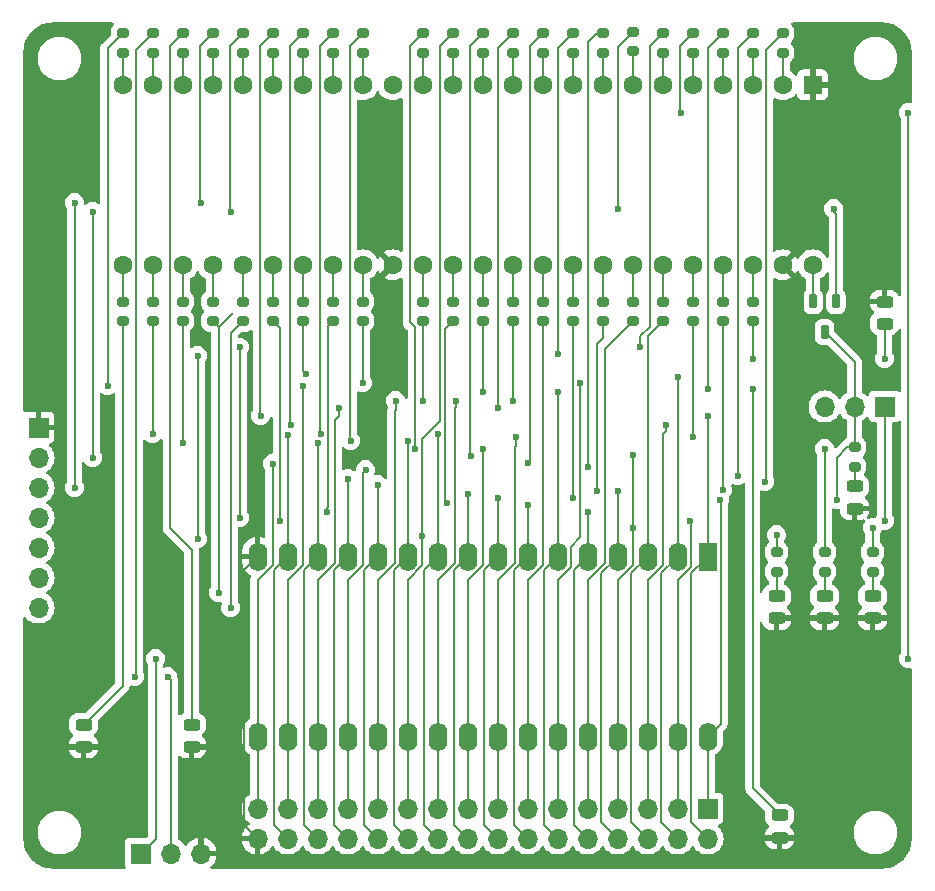
<source format=gbr>
%TF.GenerationSoftware,KiCad,Pcbnew,8.0.4*%
%TF.CreationDate,2025-04-23T20:08:26+02:00*%
%TF.ProjectId,PMTLeechv2,504d544c-6565-4636-9876-322e6b696361,rev?*%
%TF.SameCoordinates,Original*%
%TF.FileFunction,Copper,L1,Top*%
%TF.FilePolarity,Positive*%
%FSLAX46Y46*%
G04 Gerber Fmt 4.6, Leading zero omitted, Abs format (unit mm)*
G04 Created by KiCad (PCBNEW 8.0.4) date 2025-04-23 20:08:26*
%MOMM*%
%LPD*%
G01*
G04 APERTURE LIST*
G04 Aperture macros list*
%AMRoundRect*
0 Rectangle with rounded corners*
0 $1 Rounding radius*
0 $2 $3 $4 $5 $6 $7 $8 $9 X,Y pos of 4 corners*
0 Add a 4 corners polygon primitive as box body*
4,1,4,$2,$3,$4,$5,$6,$7,$8,$9,$2,$3,0*
0 Add four circle primitives for the rounded corners*
1,1,$1+$1,$2,$3*
1,1,$1+$1,$4,$5*
1,1,$1+$1,$6,$7*
1,1,$1+$1,$8,$9*
0 Add four rect primitives between the rounded corners*
20,1,$1+$1,$2,$3,$4,$5,0*
20,1,$1+$1,$4,$5,$6,$7,0*
20,1,$1+$1,$6,$7,$8,$9,0*
20,1,$1+$1,$8,$9,$2,$3,0*%
G04 Aperture macros list end*
%TA.AperFunction,SMDPad,CuDef*%
%ADD10RoundRect,0.200000X-0.275000X0.200000X-0.275000X-0.200000X0.275000X-0.200000X0.275000X0.200000X0*%
%TD*%
%TA.AperFunction,SMDPad,CuDef*%
%ADD11RoundRect,0.200000X0.275000X-0.200000X0.275000X0.200000X-0.275000X0.200000X-0.275000X-0.200000X0*%
%TD*%
%TA.AperFunction,SMDPad,CuDef*%
%ADD12RoundRect,0.162500X-0.162500X0.447500X-0.162500X-0.447500X0.162500X-0.447500X0.162500X0.447500X0*%
%TD*%
%TA.AperFunction,ComponentPad*%
%ADD13O,1.600000X2.400000*%
%TD*%
%TA.AperFunction,ComponentPad*%
%ADD14R,1.600000X2.400000*%
%TD*%
%TA.AperFunction,ComponentPad*%
%ADD15O,1.700000X1.700000*%
%TD*%
%TA.AperFunction,ComponentPad*%
%ADD16R,1.700000X1.700000*%
%TD*%
%TA.AperFunction,SMDPad,CuDef*%
%ADD17RoundRect,0.243750X0.456250X-0.243750X0.456250X0.243750X-0.456250X0.243750X-0.456250X-0.243750X0*%
%TD*%
%TA.AperFunction,ComponentPad*%
%ADD18C,1.600000*%
%TD*%
%TA.AperFunction,ComponentPad*%
%ADD19R,1.600000X1.600000*%
%TD*%
%TA.AperFunction,SMDPad,CuDef*%
%ADD20RoundRect,0.243750X-0.456250X0.243750X-0.456250X-0.243750X0.456250X-0.243750X0.456250X0.243750X0*%
%TD*%
%TA.AperFunction,ViaPad*%
%ADD21C,0.600000*%
%TD*%
%TA.AperFunction,Conductor*%
%ADD22C,0.200000*%
%TD*%
G04 APERTURE END LIST*
D10*
%TO.P,R30,2*%
%TO.N,5V_control*%
X156718000Y-65912000D03*
%TO.P,R30,1*%
%TO.N,Net-(Q2-G)*%
X156718000Y-64262000D03*
%TD*%
D11*
%TO.P,R99,2*%
%TO.N,GPIO2_0_LS*%
X177038000Y-108332000D03*
%TO.P,R99,1*%
%TO.N,Net-(D35-A)*%
X177038000Y-109982000D03*
%TD*%
%TO.P,R98,2*%
%TO.N,GPIO2_1_LS*%
X172974000Y-108332000D03*
%TO.P,R98,1*%
%TO.N,Net-(D34-A)*%
X172974000Y-109982000D03*
%TD*%
%TO.P,R97,2*%
%TO.N,GPIO2_2_LS*%
X168910000Y-108332000D03*
%TO.P,R97,1*%
%TO.N,Net-(D33-A)*%
X168910000Y-109982000D03*
%TD*%
%TO.P,R96,2*%
%TO.N,VCC_SRAM*%
X175514000Y-99442000D03*
%TO.P,R96,1*%
%TO.N,Net-(D32-A)*%
X175514000Y-101092000D03*
%TD*%
%TO.P,R95,2*%
%TO.N,3V3*%
X166878000Y-87122000D03*
%TO.P,R95,1*%
%TO.N,Net-(D31-A)*%
X166878000Y-88772000D03*
%TD*%
%TO.P,R43,2*%
%TO.N,EXTRA_PIN_4*%
X123698000Y-87122000D03*
%TO.P,R43,1*%
%TO.N,Net-(J3-Pin_7)*%
X123698000Y-88772000D03*
%TD*%
D10*
%TO.P,R42,2*%
%TO.N,EXTRA_PIN_2*%
X151638000Y-66040000D03*
%TO.P,R42,1*%
%TO.N,Net-(J3-Pin_5)*%
X151638000Y-64390000D03*
%TD*%
D11*
%TO.P,R41,2*%
%TO.N,HIGH_SPEED_CLK_ACTIVE_LED*%
X113538000Y-87122000D03*
%TO.P,R41,1*%
%TO.N,Net-(D3-A)*%
X113538000Y-88772000D03*
%TD*%
D10*
%TO.P,R40,2*%
%TO.N,TX7*%
X121158000Y-66040000D03*
%TO.P,R40,1*%
%TO.N,Net-(J3-Pin_3)*%
X121158000Y-64390000D03*
%TD*%
%TO.P,R39,2*%
%TO.N,RX7*%
X123698000Y-66040000D03*
%TO.P,R39,1*%
%TO.N,Net-(J3-Pin_2)*%
X123698000Y-64390000D03*
%TD*%
D11*
%TO.P,R38,2*%
%TO.N,EXTRA_PIN_3*%
X121158000Y-87122000D03*
%TO.P,R38,1*%
%TO.N,Net-(J3-Pin_6)*%
X121158000Y-88772000D03*
%TD*%
D10*
%TO.P,R37,2*%
%TO.N,EXTRA_PIN_1*%
X159258000Y-66040000D03*
%TO.P,R37,1*%
%TO.N,Net-(J3-Pin_4)*%
X159258000Y-64390000D03*
%TD*%
%TO.P,R36,2*%
%TO.N,RESET_CPU_PIN*%
X161798000Y-66040000D03*
%TO.P,R36,1*%
%TO.N,Net-(J1-Pin_1)*%
X161798000Y-64390000D03*
%TD*%
%TO.P,R35,2*%
%TO.N,TEENSY_LISTENING*%
X164338000Y-66040000D03*
%TO.P,R35,1*%
%TO.N,Net-(D2-A)*%
X164338000Y-64390000D03*
%TD*%
%TO.P,R34,2*%
%TO.N,EXT_CLK_ACTIVE_LED*%
X118618000Y-66040000D03*
%TO.P,R34,1*%
%TO.N,Net-(D1-A)*%
X118618000Y-64390000D03*
%TD*%
%TO.P,R32,2*%
%TO.N,GPIO2_29_LS*%
X116078000Y-88772000D03*
%TO.P,R32,1*%
%TO.N,GPIO2_29*%
X116078000Y-87122000D03*
%TD*%
%TO.P,R31,2*%
%TO.N,GPIO2_28_LS*%
X118618000Y-88772000D03*
%TO.P,R31,1*%
%TO.N,GPIO2_28*%
X118618000Y-87122000D03*
%TD*%
%TO.P,R29,2*%
%TO.N,EXT_CLK_PIN*%
X116078000Y-66040000D03*
%TO.P,R29,1*%
%TO.N,Net-(J1-Pin_2)*%
X116078000Y-64390000D03*
%TD*%
D11*
%TO.P,R28,2*%
%TO.N,GPIO2_16_LS*%
X149098000Y-64390000D03*
%TO.P,R28,1*%
%TO.N,GPIO2_16*%
X149098000Y-66040000D03*
%TD*%
%TO.P,R27,2*%
%TO.N,GPIO2_12_LS*%
X113538000Y-64390000D03*
%TO.P,R27,1*%
%TO.N,GPIO2_12*%
X113538000Y-66040000D03*
%TD*%
%TO.P,R26,2*%
%TO.N,GPIO2_11_LS*%
X146558000Y-64390000D03*
%TO.P,R26,1*%
%TO.N,GPIO2_11*%
X146558000Y-66040000D03*
%TD*%
%TO.P,R25,2*%
%TO.N,GPIO2_10_LS*%
X154178000Y-64390000D03*
%TO.P,R25,1*%
%TO.N,GPIO2_10*%
X154178000Y-66040000D03*
%TD*%
D10*
%TO.P,R24,2*%
%TO.N,GPIO2_3_LS*%
X138938000Y-88772000D03*
%TO.P,R24,1*%
%TO.N,GPIO2_3*%
X138938000Y-87122000D03*
%TD*%
D11*
%TO.P,R23,2*%
%TO.N,GPIO2_2_LS*%
X141478000Y-64390000D03*
%TO.P,R23,1*%
%TO.N,GPIO2_2*%
X141478000Y-66040000D03*
%TD*%
%TO.P,R22,2*%
%TO.N,GPIO2_1_LS*%
X138938000Y-64390000D03*
%TO.P,R22,1*%
%TO.N,GPIO2_1*%
X138938000Y-66040000D03*
%TD*%
%TO.P,R21,2*%
%TO.N,GPIO2_0_LS*%
X144018000Y-64390000D03*
%TO.P,R21,1*%
%TO.N,GPIO2_0*%
X144018000Y-66040000D03*
%TD*%
%TO.P,R20,2*%
%TO.N,GPIO1_31_LS*%
X126238000Y-64390000D03*
%TO.P,R20,1*%
%TO.N,GPIO1_31*%
X126238000Y-66040000D03*
%TD*%
%TO.P,R19,2*%
%TO.N,GPIO1_30_LS*%
X128778000Y-64390000D03*
%TO.P,R19,1*%
%TO.N,GPIO1_30*%
X128778000Y-66040000D03*
%TD*%
D10*
%TO.P,R18,2*%
%TO.N,GPIO1_29_LS*%
X128778000Y-88772000D03*
%TO.P,R18,1*%
%TO.N,GPIO1_29*%
X128778000Y-87122000D03*
%TD*%
%TO.P,R17,2*%
%TO.N,GPIO1_28_LS*%
X126238000Y-88772000D03*
%TO.P,R17,1*%
%TO.N,GPIO1_28*%
X126238000Y-87122000D03*
%TD*%
%TO.P,R16,2*%
%TO.N,GPIO1_27_LS*%
X159258000Y-88772000D03*
%TO.P,R16,1*%
%TO.N,GPIO1_27*%
X159258000Y-87122000D03*
%TD*%
%TO.P,R15,2*%
%TO.N,GPIO1_26_LS*%
X156718000Y-88772000D03*
%TO.P,R15,1*%
%TO.N,GPIO1_26*%
X156718000Y-87122000D03*
%TD*%
%TO.P,R14,2*%
%TO.N,GPIO1_25_LS*%
X164338000Y-88772000D03*
%TO.P,R14,1*%
%TO.N,GPIO1_25*%
X164338000Y-87122000D03*
%TD*%
%TO.P,R13,2*%
%TO.N,GPIO1_24_LS*%
X161798000Y-88772000D03*
%TO.P,R13,1*%
%TO.N,GPIO1_24*%
X161798000Y-87122000D03*
%TD*%
%TO.P,R12,2*%
%TO.N,GPIO1_23_LS*%
X146558000Y-88772000D03*
%TO.P,R12,1*%
%TO.N,GPIO1_23*%
X146558000Y-87122000D03*
%TD*%
%TO.P,R11,2*%
%TO.N,GPIO1_22_LS*%
X149098000Y-88772000D03*
%TO.P,R11,1*%
%TO.N,GPIO1_22*%
X149098000Y-87122000D03*
%TD*%
%TO.P,R10,2*%
%TO.N,GPIO1_21_LS*%
X133858000Y-88772000D03*
%TO.P,R10,1*%
%TO.N,GPIO1_21*%
X133858000Y-87122000D03*
%TD*%
%TO.P,R9,2*%
%TO.N,GPIO1_20_LS*%
X131318000Y-88772000D03*
%TO.P,R9,1*%
%TO.N,GPIO1_20*%
X131318000Y-87122000D03*
%TD*%
%TO.P,R8,2*%
%TO.N,GPIO1_19_LS*%
X144018000Y-88772000D03*
%TO.P,R8,1*%
%TO.N,GPIO1_19*%
X144018000Y-87122000D03*
%TD*%
%TO.P,R7,2*%
%TO.N,GPIO1_18_LS*%
X141478000Y-88772000D03*
%TO.P,R7,1*%
%TO.N,GPIO1_18*%
X141478000Y-87122000D03*
%TD*%
%TO.P,R6,2*%
%TO.N,GPIO1_17_LS*%
X151638000Y-88772000D03*
%TO.P,R6,1*%
%TO.N,GPIO1_17*%
X151638000Y-87122000D03*
%TD*%
%TO.P,R5,2*%
%TO.N,GPIO1_16_LS*%
X154178000Y-88772000D03*
%TO.P,R5,1*%
%TO.N,GPIO1_16*%
X154178000Y-87122000D03*
%TD*%
D11*
%TO.P,R4,2*%
%TO.N,GPIO1_13_LS*%
X131318000Y-64390000D03*
%TO.P,R4,1*%
%TO.N,GPIO1_13*%
X131318000Y-66040000D03*
%TD*%
%TO.P,R3,2*%
%TO.N,GPIO1_12_LS*%
X133858000Y-64390000D03*
%TO.P,R3,1*%
%TO.N,GPIO1_12*%
X133858000Y-66040000D03*
%TD*%
%TO.P,R2,2*%
%TO.N,GPIO1_3_LS*%
X169418000Y-64390000D03*
%TO.P,R2,1*%
%TO.N,GPIO1_3*%
X169418000Y-66040000D03*
%TD*%
%TO.P,R1,2*%
%TO.N,GPIO1_2_LS*%
X166878000Y-64390000D03*
%TO.P,R1,1*%
%TO.N,GPIO1_2*%
X166878000Y-66040000D03*
%TD*%
D12*
%TO.P,Q2,3,D*%
%TO.N,VCC_SRAM*%
X172974000Y-89702000D03*
%TO.P,Q2,2,S*%
%TO.N,5V*%
X172024000Y-87082000D03*
%TO.P,Q2,1,G*%
%TO.N,Net-(Q2-G)*%
X173924000Y-87082000D03*
%TD*%
D13*
%TO.P,J5,32,Pin_32*%
%TO.N,VCC_SRAM*%
X163068000Y-123952000D03*
%TO.P,J5,31,Pin_31*%
%TO.N,GPIO1_28_LS*%
X160528000Y-123952000D03*
%TO.P,J5,30,Pin_30*%
%TO.N,GPIO1_30_LS*%
X157988000Y-123952000D03*
%TO.P,J5,29,Pin_29*%
%TO.N,GPIO2_0_LS*%
X155448000Y-123952000D03*
%TO.P,J5,28,Pin_28*%
%TO.N,GPIO1_26_LS*%
X152908000Y-123952000D03*
%TO.P,J5,27,Pin_27*%
%TO.N,GPIO1_21_LS*%
X150368000Y-123952000D03*
%TO.P,J5,26,Pin_26*%
%TO.N,GPIO1_22_LS*%
X147828000Y-123952000D03*
%TO.P,J5,25,Pin_25*%
%TO.N,GPIO1_24_LS*%
X145288000Y-123952000D03*
%TO.P,J5,24,Pin_24*%
%TO.N,GPIO2_1_LS*%
X142748000Y-123952000D03*
%TO.P,J5,23,Pin_23*%
%TO.N,GPIO1_23_LS*%
X140208000Y-123952000D03*
%TO.P,J5,22,Pin_22*%
%TO.N,GPIO2_2_LS*%
X137668000Y-123952000D03*
%TO.P,J5,21,Pin_21*%
%TO.N,GPIO2_3_LS*%
X135128000Y-123952000D03*
%TO.P,J5,20,Pin_20*%
%TO.N,GPIO2_10_LS*%
X132588000Y-123952000D03*
%TO.P,J5,19,Pin_19*%
%TO.N,GPIO2_11_LS*%
X130048000Y-123952000D03*
%TO.P,J5,18,Pin_18*%
%TO.N,GPIO2_12_LS*%
X127508000Y-123952000D03*
%TO.P,J5,17,Pin_17*%
%TO.N,GPIO2_16_LS*%
X124968000Y-123952000D03*
%TO.P,J5,16,Pin_16*%
%TO.N,GND*%
X124968000Y-108712000D03*
%TO.P,J5,15,Pin_15*%
%TO.N,GPIO2_29_LS*%
X127508000Y-108712000D03*
%TO.P,J5,14,Pin_14*%
%TO.N,GPIO2_28_LS*%
X130048000Y-108712000D03*
%TO.P,J5,13,Pin_13*%
%TO.N,GPIO1_2_LS*%
X132588000Y-108712000D03*
%TO.P,J5,12,Pin_12*%
%TO.N,GPIO1_3_LS*%
X135128000Y-108712000D03*
%TO.P,J5,11,Pin_11*%
%TO.N,GPIO1_12_LS*%
X137668000Y-108712000D03*
%TO.P,J5,10,Pin_10*%
%TO.N,GPIO1_13_LS*%
X140208000Y-108712000D03*
%TO.P,J5,9,Pin_9*%
%TO.N,GPIO1_16_LS*%
X142748000Y-108712000D03*
%TO.P,J5,8,Pin_8*%
%TO.N,GPIO1_17_LS*%
X145288000Y-108712000D03*
%TO.P,J5,7,Pin_7*%
%TO.N,GPIO1_18_LS*%
X147828000Y-108712000D03*
%TO.P,J5,6,Pin_6*%
%TO.N,GPIO1_19_LS*%
X150368000Y-108712000D03*
%TO.P,J5,5,Pin_5*%
%TO.N,GPIO1_20_LS*%
X152908000Y-108712000D03*
%TO.P,J5,4,Pin_4*%
%TO.N,GPIO1_25_LS*%
X155448000Y-108712000D03*
%TO.P,J5,3,Pin_3*%
%TO.N,GPIO1_27_LS*%
X157988000Y-108712000D03*
%TO.P,J5,2,Pin_2*%
%TO.N,GPIO1_29_LS*%
X160528000Y-108712000D03*
D14*
%TO.P,J5,1,Pin_1*%
%TO.N,GPIO1_31_LS*%
X163068000Y-108712000D03*
%TD*%
D15*
%TO.P,J3,7,Pin_7*%
%TO.N,Net-(J3-Pin_7)*%
X106426000Y-113030000D03*
%TO.P,J3,6,Pin_6*%
%TO.N,Net-(J3-Pin_6)*%
X106426000Y-110490000D03*
%TO.P,J3,5,Pin_5*%
%TO.N,Net-(J3-Pin_5)*%
X106426000Y-107950000D03*
%TO.P,J3,4,Pin_4*%
%TO.N,Net-(J3-Pin_4)*%
X106426000Y-105410000D03*
%TO.P,J3,3,Pin_3*%
%TO.N,Net-(J3-Pin_3)*%
X106426000Y-102870000D03*
%TO.P,J3,2,Pin_2*%
%TO.N,Net-(J3-Pin_2)*%
X106426000Y-100330000D03*
D16*
%TO.P,J3,1,Pin_1*%
%TO.N,GND*%
X106426000Y-97790000D03*
%TD*%
D15*
%TO.P,J1,3,Pin_3*%
%TO.N,GND*%
X120157000Y-133858000D03*
%TO.P,J1,2,Pin_2*%
%TO.N,Net-(J1-Pin_2)*%
X117617000Y-133858000D03*
D16*
%TO.P,J1,1,Pin_1*%
%TO.N,Net-(J1-Pin_1)*%
X115077000Y-133858000D03*
%TD*%
D17*
%TO.P,D3,1,K*%
%TO.N,GND*%
X110236000Y-124811000D03*
%TO.P,D3,2,A*%
%TO.N,Net-(D3-A)*%
X110236000Y-122936000D03*
%TD*%
D18*
%TO.P,U1,48,VIN*%
%TO.N,5V*%
X171974000Y-84016000D03*
%TO.P,U1,47,GND*%
%TO.N,GND*%
X169434000Y-84016000D03*
%TO.P,U1,46,3V3*%
%TO.N,3V3*%
X166894000Y-84016000D03*
%TO.P,U1,45,23_A9_CRX1_MCLK1*%
%TO.N,GPIO1_25*%
X164354000Y-84016000D03*
%TO.P,U1,44,22_A8_CTX1*%
%TO.N,GPIO1_24*%
X161814000Y-84016000D03*
%TO.P,U1,43,21_A7_RX5_BCLK1*%
%TO.N,GPIO1_27*%
X159274000Y-84016000D03*
%TO.P,U1,42,20_A6_TX5_LRCLK1*%
%TO.N,GPIO1_26*%
X156734000Y-84016000D03*
%TO.P,U1,41,19_A5_SCL*%
%TO.N,GPIO1_16*%
X154194000Y-84016000D03*
%TO.P,U1,40,18_A4_SDA*%
%TO.N,GPIO1_17*%
X151654000Y-84016000D03*
%TO.P,U1,39,17_A3_TX4_SDA1*%
%TO.N,GPIO1_22*%
X149114000Y-84016000D03*
%TO.P,U1,38,16_A2_RX4_SCL1*%
%TO.N,GPIO1_23*%
X146574000Y-84016000D03*
%TO.P,U1,37,15_A1_RX3_SPDIF_IN*%
%TO.N,GPIO1_19*%
X144034000Y-84016000D03*
%TO.P,U1,36,14_A0_TX3_SPDIF_OUT*%
%TO.N,GPIO1_18*%
X141494000Y-84016000D03*
%TO.P,U1,35,13_SCK_LED*%
%TO.N,GPIO2_3*%
X138954000Y-84016000D03*
%TO.P,U1,34,GND*%
%TO.N,GND*%
X136414000Y-84016000D03*
%TO.P,U1,33,41_A17*%
%TO.N,GPIO1_21*%
X133874000Y-84016000D03*
%TO.P,U1,32,40_A16*%
%TO.N,GPIO1_20*%
X131334000Y-84016000D03*
%TO.P,U1,31,39_MISO1_OUT1A*%
%TO.N,GPIO1_29*%
X128794000Y-84016000D03*
%TO.P,U1,30,38_CS1_IN1*%
%TO.N,GPIO1_28*%
X126254000Y-84016000D03*
%TO.P,U1,29,37_CS*%
%TO.N,EXTRA_PIN_4*%
X123714000Y-84016000D03*
%TO.P,U1,28,36_CS*%
%TO.N,EXTRA_PIN_3*%
X121174000Y-84016000D03*
%TO.P,U1,27,35_TX8*%
%TO.N,GPIO2_28*%
X118634000Y-84016000D03*
%TO.P,U1,26,34_RX8*%
%TO.N,GPIO2_29*%
X116094000Y-84016000D03*
%TO.P,U1,25,33_MCLK2*%
%TO.N,HIGH_SPEED_CLK_ACTIVE_LED*%
X113554000Y-84016000D03*
%TO.P,U1,24,32_OUT1B*%
%TO.N,GPIO2_12*%
X113554000Y-68776000D03*
%TO.P,U1,23,31_CTX3*%
%TO.N,EXT_CLK_PIN*%
X116094000Y-68776000D03*
%TO.P,U1,22,30_CRX3*%
%TO.N,EXT_CLK_ACTIVE_LED*%
X118634000Y-68776000D03*
%TO.P,U1,21,29_TX7*%
%TO.N,TX7*%
X121174000Y-68776000D03*
%TO.P,U1,20,28_RX7*%
%TO.N,RX7*%
X123714000Y-68776000D03*
%TO.P,U1,19,27_A13_SCK1*%
%TO.N,GPIO1_31*%
X126254000Y-68776000D03*
%TO.P,U1,18,26_A12_MOSI1*%
%TO.N,GPIO1_30*%
X128794000Y-68776000D03*
%TO.P,U1,17,25_A11_RX6_SDA2*%
%TO.N,GPIO1_13*%
X131334000Y-68776000D03*
%TO.P,U1,16,24_A10_TX6_SCL2*%
%TO.N,GPIO1_12*%
X133874000Y-68776000D03*
%TO.P,U1,15,3V3*%
%TO.N,unconnected-(U1-3V3-Pad15)*%
X136414000Y-68776000D03*
%TO.P,U1,14,12_MISO_MQSL*%
%TO.N,GPIO2_1*%
X138954000Y-68776000D03*
%TO.P,U1,13,11_MOSI_CTX1*%
%TO.N,GPIO2_2*%
X141494000Y-68776000D03*
%TO.P,U1,12,10_CS_MQSR*%
%TO.N,GPIO2_0*%
X144034000Y-68776000D03*
%TO.P,U1,11,9_OUT1C*%
%TO.N,GPIO2_11*%
X146574000Y-68776000D03*
%TO.P,U1,10,8_TX2_IN1*%
%TO.N,GPIO2_16*%
X149114000Y-68776000D03*
%TO.P,U1,9,7_RX2_OUT1A*%
%TO.N,EXTRA_PIN_2*%
X151654000Y-68776000D03*
%TO.P,U1,8,6_OUT1D*%
%TO.N,GPIO2_10*%
X154194000Y-68776000D03*
%TO.P,U1,7,5_IN2*%
%TO.N,5V_control*%
X156734000Y-68776000D03*
%TO.P,U1,6,4_BCLK2*%
%TO.N,EXTRA_PIN_1*%
X159274000Y-68776000D03*
%TO.P,U1,5,3_LRCLK2*%
%TO.N,RESET_CPU_PIN*%
X161814000Y-68776000D03*
%TO.P,U1,4,2_OUT2*%
%TO.N,TEENSY_LISTENING*%
X164354000Y-68776000D03*
%TO.P,U1,3,1_TX1_CTX2_MISO1*%
%TO.N,GPIO1_2*%
X166894000Y-68776000D03*
%TO.P,U1,2,0_RX1_CRX2_CS1*%
%TO.N,GPIO1_3*%
X169434000Y-68776000D03*
D19*
%TO.P,U1,1,GND*%
%TO.N,GND*%
X171974000Y-68776000D03*
%TD*%
D15*
%TO.P,J2,3,Pin_3*%
%TO.N,GPIO1_30_LS*%
X172974001Y-96012000D03*
%TO.P,J2,2,Pin_2*%
%TO.N,VCC_SRAM*%
X175514000Y-96012000D03*
D16*
%TO.P,J2,1,Pin_1*%
%TO.N,GPIO1_28_LS*%
X178054000Y-96012000D03*
%TD*%
D17*
%TO.P,D1,2,A*%
%TO.N,Net-(D1-A)*%
X119380000Y-122936000D03*
%TO.P,D1,1,K*%
%TO.N,GND*%
X119380000Y-124811000D03*
%TD*%
%TO.P,D2,2,A*%
%TO.N,Net-(D2-A)*%
X169164000Y-130634500D03*
%TO.P,D2,1,K*%
%TO.N,GND*%
X169164000Y-132509500D03*
%TD*%
%TO.P,D33,2,A*%
%TO.N,Net-(D33-A)*%
X168910000Y-112077000D03*
%TO.P,D33,1,K*%
%TO.N,GND*%
X168910000Y-113952002D03*
%TD*%
%TO.P,D32,2,A*%
%TO.N,Net-(D32-A)*%
X175514000Y-102772998D03*
%TO.P,D32,1,K*%
%TO.N,GND*%
X175514000Y-104648000D03*
%TD*%
%TO.P,D34,2,A*%
%TO.N,Net-(D34-A)*%
X172974000Y-112077000D03*
%TO.P,D34,1,K*%
%TO.N,GND*%
X172974000Y-113952002D03*
%TD*%
%TO.P,D35,2,A*%
%TO.N,Net-(D35-A)*%
X177038000Y-112077000D03*
%TO.P,D35,1,K*%
%TO.N,GND*%
X177038000Y-113952002D03*
%TD*%
D20*
%TO.P,D31,2,A*%
%TO.N,Net-(D31-A)*%
X178054000Y-88997002D03*
%TO.P,D31,1,K*%
%TO.N,GND*%
X178054000Y-87122000D03*
%TD*%
D15*
%TO.P,J8,32,Pin_32*%
%TO.N,GPIO1_31_LS*%
X163068000Y-132588000D03*
%TO.P,J8,31,Pin_31*%
%TO.N,GPIO1_29_LS*%
X160528000Y-132588000D03*
%TO.P,J8,30,Pin_30*%
%TO.N,GPIO1_27_LS*%
X157988000Y-132588000D03*
%TO.P,J8,29,Pin_29*%
%TO.N,GPIO1_25_LS*%
X155448000Y-132588000D03*
%TO.P,J8,28,Pin_28*%
%TO.N,GPIO1_20_LS*%
X152908000Y-132588000D03*
%TO.P,J8,27,Pin_27*%
%TO.N,GPIO1_19_LS*%
X150368000Y-132588000D03*
%TO.P,J8,26,Pin_26*%
%TO.N,GPIO1_18_LS*%
X147828000Y-132588000D03*
%TO.P,J8,25,Pin_25*%
%TO.N,GPIO1_17_LS*%
X145288000Y-132588000D03*
%TO.P,J8,24,Pin_24*%
%TO.N,GPIO1_16_LS*%
X142748000Y-132588000D03*
%TO.P,J8,23,Pin_23*%
%TO.N,GPIO1_13_LS*%
X140208000Y-132588000D03*
%TO.P,J8,22,Pin_22*%
%TO.N,GPIO1_12_LS*%
X137668000Y-132588000D03*
%TO.P,J8,21,Pin_21*%
%TO.N,GPIO1_3_LS*%
X135128000Y-132588000D03*
%TO.P,J8,20,Pin_20*%
%TO.N,GPIO1_2_LS*%
X132588000Y-132588000D03*
%TO.P,J8,19,Pin_19*%
%TO.N,GPIO2_28_LS*%
X130048000Y-132588000D03*
%TO.P,J8,18,Pin_18*%
%TO.N,GPIO2_29_LS*%
X127508000Y-132588000D03*
%TO.P,J8,17,Pin_17*%
%TO.N,GND*%
X124968000Y-132588000D03*
%TO.P,J8,16,Pin_16*%
%TO.N,GPIO2_16_LS*%
X124968000Y-130048000D03*
%TO.P,J8,15,Pin_15*%
%TO.N,GPIO2_12_LS*%
X127508000Y-130048000D03*
%TO.P,J8,14,Pin_14*%
%TO.N,GPIO2_11_LS*%
X130048000Y-130048000D03*
%TO.P,J8,13,Pin_13*%
%TO.N,GPIO2_10_LS*%
X132588000Y-130048000D03*
%TO.P,J8,12,Pin_12*%
%TO.N,GPIO2_3_LS*%
X135128000Y-130048000D03*
%TO.P,J8,11,Pin_11*%
%TO.N,GPIO2_2_LS*%
X137668000Y-130048000D03*
%TO.P,J8,10,Pin_10*%
%TO.N,GPIO1_23_LS*%
X140208000Y-130048000D03*
%TO.P,J8,9,Pin_9*%
%TO.N,GPIO2_1_LS*%
X142748000Y-130048000D03*
%TO.P,J8,8,Pin_8*%
%TO.N,GPIO1_24_LS*%
X145288000Y-130048000D03*
%TO.P,J8,7,Pin_7*%
%TO.N,GPIO1_22_LS*%
X147828000Y-130048000D03*
%TO.P,J8,6,Pin_6*%
%TO.N,GPIO1_21_LS*%
X150368000Y-130048000D03*
%TO.P,J8,5,Pin_5*%
%TO.N,GPIO1_26_LS*%
X152908000Y-130048000D03*
%TO.P,J8,4,Pin_4*%
%TO.N,GPIO2_0_LS*%
X155448000Y-130048000D03*
%TO.P,J8,3,Pin_3*%
%TO.N,GPIO1_30_LS*%
X157988000Y-130048000D03*
%TO.P,J8,2,Pin_2*%
%TO.N,GPIO1_28_LS*%
X160528000Y-130048000D03*
D16*
%TO.P,J8,1,Pin_1*%
%TO.N,VCC_SRAM*%
X163068000Y-130048000D03*
%TD*%
D21*
%TO.N,Net-(D2-A)*%
X163068000Y-94488000D03*
X166878000Y-94488000D03*
%TO.N,Net-(J3-Pin_3)*%
X109474000Y-102870000D03*
X109474000Y-78740000D03*
X120142000Y-78740000D03*
%TO.N,Net-(J3-Pin_2)*%
X110998000Y-100330000D03*
X110998000Y-79502000D03*
X122682000Y-79502000D03*
%TO.N,Net-(J3-Pin_4)*%
X123444000Y-105410000D03*
X123444000Y-91002000D03*
X157388000Y-90932000D03*
%TO.N,Net-(J3-Pin_5)*%
X119888000Y-107188000D03*
X119888000Y-91694000D03*
X150368000Y-91602000D03*
%TO.N,Net-(J3-Pin_6)*%
X121666000Y-111760000D03*
%TO.N,Net-(J3-Pin_7)*%
X122682000Y-113030000D03*
%TO.N,Net-(J1-Pin_1)*%
X160782000Y-71120000D03*
%TO.N,Net-(J1-Pin_2)*%
X117348000Y-118872000D03*
X114554000Y-118872000D03*
%TO.N,Net-(J1-Pin_1)*%
X180048000Y-117348000D03*
X116332000Y-117348000D03*
X180048000Y-71120000D03*
%TO.N,Net-(D31-A)*%
X166878000Y-91948000D03*
X178054000Y-91948000D03*
%TO.N,GPIO2_2_LS*%
X138909157Y-106934000D03*
X168910000Y-106864000D03*
%TO.N,GPIO2_1_LS*%
X172974000Y-99568000D03*
%TO.N,GPIO2_0_LS*%
X156718000Y-106264000D03*
X177038000Y-106264000D03*
%TO.N,VCC_SRAM*%
X173990000Y-103886000D03*
X164084000Y-103886000D03*
%TO.N,GPIO1_28_LS*%
X178054000Y-105664000D03*
%TO.N,Net-(Q2-G)*%
X173736000Y-79248000D03*
X155448000Y-79248000D03*
%TO.N,GPIO2_12_LS*%
X128778000Y-94234000D03*
X112268000Y-94234000D03*
%TO.N,GPIO2_29_LS*%
X116078000Y-98298000D03*
X127508000Y-98460000D03*
%TO.N,GPIO2_28_LS*%
X118618000Y-99060000D03*
X130048000Y-99060000D03*
%TO.N,GPIO1_28_LS*%
X126838000Y-105664000D03*
X161544000Y-105664000D03*
%TO.N,GPIO1_29_LS*%
X129032000Y-93218000D03*
X160528000Y-93472000D03*
%TO.N,GPIO1_20_LS*%
X130888000Y-104902000D03*
X152908000Y-104902000D03*
%TO.N,GPIO1_21_LS*%
X152238000Y-93980000D03*
X133858000Y-93980000D03*
%TO.N,GPIO2_3_LS*%
X138938000Y-95504000D03*
X136652000Y-95504000D03*
%TO.N,GPIO1_18_LS*%
X147828000Y-104324000D03*
X140970000Y-104140000D03*
%TO.N,GPIO1_19_LS*%
X144018000Y-94742000D03*
X150368000Y-94742000D03*
%TO.N,GPIO1_23_LS*%
X146558000Y-95504000D03*
X141732000Y-95504000D03*
%TO.N,GPIO1_17_LS*%
X151638000Y-103724000D03*
X145288000Y-103724000D03*
%TO.N,GPIO1_16_LS*%
X142748000Y-103378000D03*
X153670000Y-103124000D03*
%TO.N,GPIO1_24_LS*%
X146812000Y-98552000D03*
X161798000Y-98552000D03*
%TO.N,GPIO1_25_LS*%
X164338000Y-103054000D03*
X155448000Y-103124000D03*
%TO.N,GPIO1_3_LS*%
X135128000Y-102616000D03*
X167894000Y-102362000D03*
%TO.N,GPIO1_2_LS*%
X132588000Y-102108000D03*
X165608000Y-101854000D03*
%TO.N,GPIO2_10_LS*%
X134112000Y-101368000D03*
X152908000Y-101092000D03*
%TO.N,GPIO2_16_LS*%
X126238000Y-100838000D03*
X147828000Y-100768000D03*
%TO.N,GPIO2_11_LS*%
X145288000Y-96174000D03*
X131826000Y-96174000D03*
%TO.N,GPIO2_0_LS*%
X156718000Y-100076000D03*
X143002000Y-100168000D03*
%TO.N,GPIO2_1_LS*%
X144018000Y-99568000D03*
X138268000Y-99568000D03*
%TO.N,GPIO1_12_LS*%
X137668000Y-98898000D03*
X132842000Y-98898000D03*
%TO.N,GPIO1_13_LS*%
X140208000Y-98298000D03*
X130302000Y-98298000D03*
%TO.N,GPIO1_30_LS*%
X159512000Y-97536000D03*
X127762000Y-97536000D03*
%TO.N,GPIO1_31_LS*%
X163068000Y-96774000D03*
X125222000Y-96774000D03*
%TD*%
D22*
%TO.N,Net-(D2-A)*%
X166878000Y-94488000D02*
X166878000Y-128348500D01*
X163068000Y-92710000D02*
X163068000Y-94488000D01*
X166878000Y-128348500D02*
X169164000Y-130634500D01*
%TO.N,VCC_SRAM*%
X175514000Y-99442000D02*
X175514000Y-96012000D01*
X173990000Y-100330000D02*
X174878000Y-99442000D01*
X174878000Y-99442000D02*
X175514000Y-99442000D01*
%TO.N,Net-(D32-A)*%
X175514000Y-102772998D02*
X175514000Y-101092000D01*
%TO.N,Net-(D3-A)*%
X113538000Y-119634000D02*
X113538000Y-88772000D01*
X110236000Y-122936000D02*
X113538000Y-119634000D01*
%TO.N,Net-(D1-A)*%
X117534000Y-106309268D02*
X117534000Y-65474000D01*
X119380000Y-122936000D02*
X119380000Y-108155268D01*
X119380000Y-108155268D02*
X117534000Y-106309268D01*
X117534000Y-65474000D02*
X118618000Y-64390000D01*
%TO.N,Net-(J3-Pin_3)*%
X109474000Y-78740000D02*
X109474000Y-102870000D01*
X120074000Y-65474000D02*
X120074000Y-78672000D01*
X121158000Y-64390000D02*
X120074000Y-65474000D01*
X120074000Y-78672000D02*
X120142000Y-78740000D01*
%TO.N,Net-(J3-Pin_2)*%
X110998000Y-79502000D02*
X110998000Y-100330000D01*
X122614000Y-79434000D02*
X122682000Y-79502000D01*
X122614000Y-65474000D02*
X122614000Y-79434000D01*
X123698000Y-64390000D02*
X122614000Y-65474000D01*
%TO.N,Net-(J3-Pin_4)*%
X123444000Y-91002000D02*
X123444000Y-105410000D01*
X157388000Y-90076314D02*
X157388000Y-90932000D01*
X158174000Y-89290314D02*
X157388000Y-90076314D01*
X158174000Y-65474000D02*
X158174000Y-89290314D01*
X159258000Y-64390000D02*
X158174000Y-65474000D01*
%TO.N,Net-(J3-Pin_5)*%
X119888000Y-91694000D02*
X119888000Y-107188000D01*
X150368000Y-65660000D02*
X150368000Y-91602000D01*
X151638000Y-64390000D02*
X150368000Y-65660000D01*
%TO.N,Net-(J3-Pin_6)*%
X121666000Y-89280000D02*
X121666000Y-111760000D01*
X121666000Y-89280000D02*
X122874000Y-88072000D01*
X121158000Y-88772000D02*
X121666000Y-89280000D01*
%TO.N,Net-(J3-Pin_7)*%
X122682000Y-89788000D02*
X122682000Y-113030000D01*
X123698000Y-88772000D02*
X122682000Y-89788000D01*
%TO.N,Net-(D2-A)*%
X163068000Y-65660000D02*
X163068000Y-92710000D01*
X164338000Y-64390000D02*
X163068000Y-65660000D01*
%TO.N,Net-(J1-Pin_1)*%
X160714000Y-71052000D02*
X160782000Y-71120000D01*
X160714000Y-65474000D02*
X160714000Y-71052000D01*
X161798000Y-64390000D02*
X160714000Y-65474000D01*
%TO.N,Net-(J1-Pin_2)*%
X117617000Y-119141000D02*
X117617000Y-133858000D01*
X117348000Y-118872000D02*
X117617000Y-119141000D01*
X114654000Y-118772000D02*
X114554000Y-118872000D01*
X114654000Y-65814000D02*
X114654000Y-118772000D01*
X116078000Y-64390000D02*
X114654000Y-65814000D01*
%TO.N,Net-(J1-Pin_1)*%
X116332000Y-132603000D02*
X116332000Y-117348000D01*
X115077000Y-133858000D02*
X116332000Y-132603000D01*
X180048000Y-117348000D02*
X180048000Y-71120000D01*
%TO.N,Net-(D31-A)*%
X178054000Y-91948000D02*
X178054000Y-88997002D01*
X166878000Y-88772000D02*
X166878000Y-91948000D01*
%TO.N,GPIO2_2_LS*%
X168910000Y-108332000D02*
X168910000Y-106864000D01*
X138909157Y-98748314D02*
X138909157Y-106934000D01*
X138909157Y-106934000D02*
X138909157Y-109445157D01*
%TO.N,GPIO2_1_LS*%
X172974000Y-108332000D02*
X172974000Y-99568000D01*
%TO.N,GPIO2_0_LS*%
X177038000Y-108332000D02*
X177038000Y-106264000D01*
%TO.N,Net-(D33-A)*%
X168910000Y-112077000D02*
X168910000Y-109982000D01*
%TO.N,Net-(D35-A)*%
X177038000Y-112077000D02*
X177038000Y-109982000D01*
%TO.N,Net-(D34-A)*%
X172974000Y-112077000D02*
X172974000Y-109982000D01*
%TO.N,VCC_SRAM*%
X173990000Y-103886000D02*
X173990000Y-100330000D01*
X164168000Y-103970000D02*
X164084000Y-103886000D01*
X163068000Y-123952000D02*
X164168000Y-122852000D01*
X164168000Y-122852000D02*
X164168000Y-103970000D01*
%TO.N,GPIO1_28_LS*%
X178054000Y-105664000D02*
X178054000Y-96012000D01*
%TO.N,VCC_SRAM*%
X175514000Y-92242000D02*
X172974000Y-89702000D01*
X175514000Y-96012000D02*
X175514000Y-92242000D01*
%TO.N,Net-(Q2-G)*%
X173924000Y-79690000D02*
X173924000Y-87082000D01*
X173736000Y-79502000D02*
X173924000Y-79690000D01*
X173736000Y-79248000D02*
X173736000Y-79502000D01*
X155448000Y-65532000D02*
X155448000Y-79248000D01*
X156718000Y-64262000D02*
X155448000Y-65532000D01*
%TO.N,5V*%
X171974000Y-87032000D02*
X172024000Y-87082000D01*
X171974000Y-84016000D02*
X171974000Y-87032000D01*
%TO.N,GPIO2_12_LS*%
X112268000Y-94234000D02*
X112268000Y-65660000D01*
X128778000Y-109397635D02*
X128778000Y-94234000D01*
X127508000Y-123952000D02*
X127508000Y-110667635D01*
X127508000Y-110667635D02*
X128778000Y-109397635D01*
%TO.N,GPIO2_29_LS*%
X116078000Y-98298000D02*
X116078000Y-88772000D01*
X127508000Y-108712000D02*
X127508000Y-98460000D01*
%TO.N,GPIO2_28_LS*%
X118618000Y-99060000D02*
X118618000Y-88772000D01*
X130048000Y-108712000D02*
X130048000Y-99060000D01*
%TO.N,GPIO1_28_LS*%
X126838000Y-89372000D02*
X126238000Y-88772000D01*
X126838000Y-105664000D02*
X126838000Y-89372000D01*
X161628000Y-105748000D02*
X161544000Y-105664000D01*
X161628000Y-109567635D02*
X161628000Y-105748000D01*
X160528000Y-123952000D02*
X160528000Y-110667635D01*
X160528000Y-110667635D02*
X161628000Y-109567635D01*
%TO.N,GPIO1_29_LS*%
X129032000Y-93218000D02*
X128778000Y-92964000D01*
X128778000Y-92964000D02*
X128778000Y-88772000D01*
X160528000Y-108712000D02*
X160528000Y-93472000D01*
%TO.N,GPIO1_20_LS*%
X130902000Y-89188000D02*
X131318000Y-88772000D01*
X130902000Y-104556000D02*
X130902000Y-89188000D01*
X130888000Y-104902000D02*
X130888000Y-104570000D01*
X130888000Y-104570000D02*
X130902000Y-104556000D01*
X152908000Y-108712000D02*
X152908000Y-104902000D01*
%TO.N,GPIO1_21_LS*%
X150368000Y-110686314D02*
X150368000Y-123952000D01*
X151468000Y-107866000D02*
X151468000Y-109586314D01*
X152238000Y-107096000D02*
X151468000Y-107866000D01*
X152238000Y-93980000D02*
X152238000Y-107096000D01*
X151468000Y-109586314D02*
X150368000Y-110686314D01*
X133858000Y-88772000D02*
X133858000Y-93980000D01*
%TO.N,GPIO2_3_LS*%
X135128000Y-110686314D02*
X135128000Y-123952000D01*
X136568000Y-109246314D02*
X135128000Y-110686314D01*
X136652000Y-96266000D02*
X136568000Y-96350000D01*
X136652000Y-95504000D02*
X136652000Y-96266000D01*
X136568000Y-96350000D02*
X136568000Y-109246314D01*
X138938000Y-88772000D02*
X138938000Y-95504000D01*
%TO.N,GPIO1_18_LS*%
X147828000Y-104324000D02*
X147828000Y-108712000D01*
X140808000Y-103978000D02*
X140970000Y-104140000D01*
X140808000Y-89442000D02*
X140808000Y-103978000D01*
X141478000Y-88772000D02*
X140808000Y-89442000D01*
%TO.N,GPIO1_19_LS*%
X150368000Y-94742000D02*
X150368000Y-108712000D01*
X144018000Y-88772000D02*
X144018000Y-94742000D01*
%TO.N,GPIO1_23_LS*%
X140208000Y-110686314D02*
X140208000Y-123952000D01*
X141648000Y-109246314D02*
X140208000Y-110686314D01*
X141648000Y-96096000D02*
X141648000Y-109246314D01*
X141732000Y-96012000D02*
X141648000Y-96096000D01*
X141732000Y-95504000D02*
X141732000Y-96012000D01*
X146558000Y-88772000D02*
X146558000Y-95504000D01*
%TO.N,GPIO1_22_LS*%
X149098000Y-109416314D02*
X147828000Y-110686314D01*
X149098000Y-88772000D02*
X149098000Y-109416314D01*
X147828000Y-110686314D02*
X147828000Y-123952000D01*
%TO.N,GPIO1_17_LS*%
X145288000Y-103724000D02*
X145288000Y-108712000D01*
X151638000Y-88772000D02*
X151638000Y-103724000D01*
%TO.N,GPIO1_16_LS*%
X142748000Y-103378000D02*
X142748000Y-108712000D01*
X153670000Y-90678000D02*
X153670000Y-103124000D01*
X154178000Y-88772000D02*
X154178000Y-90170000D01*
X154178000Y-90170000D02*
X153670000Y-90678000D01*
%TO.N,GPIO1_26_LS*%
X152908000Y-110686314D02*
X152908000Y-123952000D01*
X154348000Y-91142000D02*
X154348000Y-109246314D01*
X156718000Y-88772000D02*
X154348000Y-91142000D01*
X154348000Y-109246314D02*
X152908000Y-110686314D01*
%TO.N,GPIO1_27_LS*%
X157988000Y-90042000D02*
X157988000Y-108712000D01*
X159258000Y-88772000D02*
X157988000Y-90042000D01*
%TO.N,GPIO1_24_LS*%
X145288000Y-110686314D02*
X145288000Y-123952000D01*
X146728000Y-99398000D02*
X146728000Y-109246314D01*
X146812000Y-99314000D02*
X146728000Y-99398000D01*
X146812000Y-98552000D02*
X146812000Y-99314000D01*
X161798000Y-88772000D02*
X161798000Y-98552000D01*
X146728000Y-109246314D02*
X145288000Y-110686314D01*
%TO.N,GPIO1_25_LS*%
X155448000Y-103124000D02*
X155448000Y-108712000D01*
X164338000Y-88772000D02*
X164338000Y-103054000D01*
%TO.N,GPIO1_3_LS*%
X135128000Y-102616000D02*
X135128000Y-108712000D01*
X167994000Y-102262000D02*
X167894000Y-102362000D01*
X167994000Y-65814000D02*
X167994000Y-102262000D01*
X169418000Y-64390000D02*
X167994000Y-65814000D01*
%TO.N,GPIO1_2_LS*%
X132588000Y-102108000D02*
X132588000Y-108712000D01*
X166878000Y-64390000D02*
X165608000Y-65660000D01*
X165608000Y-65660000D02*
X165608000Y-101854000D01*
%TO.N,5V_control*%
X156734000Y-65928000D02*
X156718000Y-65912000D01*
X156734000Y-68776000D02*
X156734000Y-65928000D01*
%TO.N,GPIO2_10_LS*%
X132588000Y-110686314D02*
X132588000Y-123952000D01*
X133858000Y-109416314D02*
X132588000Y-110686314D01*
X133858000Y-101622000D02*
X133858000Y-109416314D01*
X152908000Y-65185000D02*
X152908000Y-101092000D01*
X153703000Y-64390000D02*
X152908000Y-65185000D01*
X134112000Y-101368000D02*
X133858000Y-101622000D01*
X154178000Y-64390000D02*
X153703000Y-64390000D01*
%TO.N,GPIO2_16_LS*%
X126238000Y-109416314D02*
X124968000Y-110686314D01*
X126238000Y-100838000D02*
X126238000Y-109416314D01*
X148014000Y-100582000D02*
X147828000Y-100768000D01*
X124968000Y-110686314D02*
X124968000Y-123952000D01*
X148014000Y-65474000D02*
X148014000Y-100582000D01*
X149098000Y-64390000D02*
X148014000Y-65474000D01*
%TO.N,GPIO2_11_LS*%
X130048000Y-110686314D02*
X130048000Y-123952000D01*
X131488000Y-97112000D02*
X131488000Y-109246314D01*
X131488000Y-109246314D02*
X130048000Y-110686314D01*
X131826000Y-96174000D02*
X131826000Y-96774000D01*
X145288000Y-65660000D02*
X145288000Y-96174000D01*
X131826000Y-96774000D02*
X131488000Y-97112000D01*
X146558000Y-64390000D02*
X145288000Y-65660000D01*
%TO.N,GPIO2_0_LS*%
X155448000Y-110686314D02*
X155448000Y-123952000D01*
X156718000Y-109416314D02*
X155448000Y-110686314D01*
X156718000Y-100076000D02*
X156718000Y-109416314D01*
X142934000Y-100100000D02*
X143002000Y-100168000D01*
X142934000Y-65474000D02*
X142934000Y-100100000D01*
X144018000Y-64390000D02*
X142934000Y-65474000D01*
%TO.N,GPIO2_2_LS*%
X140394000Y-65474000D02*
X140394000Y-97263471D01*
X138909157Y-109445157D02*
X137668000Y-110686314D01*
X141478000Y-64390000D02*
X140394000Y-65474000D01*
X140394000Y-97263471D02*
X138909157Y-98748314D01*
X137668000Y-110686314D02*
X137668000Y-123952000D01*
%TO.N,GPIO2_1_LS*%
X142748000Y-110686314D02*
X142748000Y-123952000D01*
X144018000Y-109416314D02*
X142748000Y-110686314D01*
X144018000Y-99568000D02*
X144018000Y-109416314D01*
X138268000Y-89289648D02*
X138268000Y-99568000D01*
X137854000Y-65474000D02*
X137854000Y-88875648D01*
X137854000Y-88875648D02*
X138268000Y-89289648D01*
X138938000Y-64390000D02*
X137854000Y-65474000D01*
%TO.N,GPIO1_12_LS*%
X137668000Y-98898000D02*
X137668000Y-108712000D01*
X132774000Y-98830000D02*
X132842000Y-98898000D01*
X132774000Y-65474000D02*
X132774000Y-98830000D01*
X133858000Y-64390000D02*
X132774000Y-65474000D01*
%TO.N,GPIO1_13_LS*%
X140208000Y-98298000D02*
X140208000Y-108712000D01*
X130234000Y-65474000D02*
X130234000Y-98230000D01*
X131318000Y-64390000D02*
X130234000Y-65474000D01*
X130234000Y-98230000D02*
X130302000Y-98298000D01*
%TO.N,GPIO1_30_LS*%
X157988000Y-110686314D02*
X157988000Y-123952000D01*
X159258000Y-109416314D02*
X157988000Y-110686314D01*
X159258000Y-98298000D02*
X159258000Y-109416314D01*
X159512000Y-98044000D02*
X159258000Y-98298000D01*
X159512000Y-97536000D02*
X159512000Y-98044000D01*
X127694000Y-97468000D02*
X127762000Y-97536000D01*
X127694000Y-65474000D02*
X127694000Y-97468000D01*
X128778000Y-64390000D02*
X127694000Y-65474000D01*
%TO.N,GPIO1_31_LS*%
X163068000Y-96774000D02*
X163068000Y-108712000D01*
X125154000Y-96706000D02*
X125222000Y-96774000D01*
X125154000Y-65474000D02*
X125154000Y-96706000D01*
X126238000Y-64390000D02*
X125154000Y-65474000D01*
%TO.N,GPIO2_12_LS*%
X113538000Y-64390000D02*
X112268000Y-65660000D01*
%TO.N,GND*%
X123818000Y-131438000D02*
X123818000Y-109862000D01*
X124968000Y-132588000D02*
X123818000Y-131438000D01*
X123818000Y-109862000D02*
X124968000Y-108712000D01*
%TO.N,GPIO2_29_LS*%
X126358000Y-109862000D02*
X127508000Y-108712000D01*
X126358000Y-131438000D02*
X126358000Y-109862000D01*
X127508000Y-132588000D02*
X126358000Y-131438000D01*
%TO.N,GPIO2_28_LS*%
X128898000Y-131438000D02*
X128898000Y-109862000D01*
X130048000Y-132588000D02*
X128898000Y-131438000D01*
X128898000Y-109862000D02*
X130048000Y-108712000D01*
%TO.N,GPIO1_2_LS*%
X131438000Y-131438000D02*
X131438000Y-109862000D01*
X131438000Y-109862000D02*
X132588000Y-108712000D01*
X132588000Y-132588000D02*
X131438000Y-131438000D01*
%TO.N,GPIO1_3_LS*%
X133978000Y-109862000D02*
X135128000Y-108712000D01*
X133978000Y-131438000D02*
X133978000Y-109862000D01*
X135128000Y-132588000D02*
X133978000Y-131438000D01*
%TO.N,GPIO1_12_LS*%
X136518000Y-109862000D02*
X137668000Y-108712000D01*
X136518000Y-131438000D02*
X136518000Y-109862000D01*
X137668000Y-132588000D02*
X136518000Y-131438000D01*
%TO.N,GPIO1_13_LS*%
X139058000Y-109862000D02*
X140208000Y-108712000D01*
X140208000Y-132588000D02*
X139058000Y-131438000D01*
X139058000Y-131438000D02*
X139058000Y-109862000D01*
%TO.N,GPIO1_16_LS*%
X141598000Y-131438000D02*
X141598000Y-109862000D01*
X142748000Y-132588000D02*
X141598000Y-131438000D01*
X141598000Y-109862000D02*
X142748000Y-108712000D01*
%TO.N,GPIO1_17_LS*%
X144138000Y-109862000D02*
X145288000Y-108712000D01*
X145288000Y-132588000D02*
X144138000Y-131438000D01*
X144138000Y-131438000D02*
X144138000Y-109862000D01*
%TO.N,GPIO1_18_LS*%
X146678000Y-131438000D02*
X146678000Y-109862000D01*
X146678000Y-109862000D02*
X147828000Y-108712000D01*
X147828000Y-132588000D02*
X146678000Y-131438000D01*
%TO.N,GPIO1_19_LS*%
X149218000Y-131438000D02*
X149218000Y-109862000D01*
X150368000Y-132588000D02*
X149218000Y-131438000D01*
X149218000Y-109862000D02*
X150368000Y-108712000D01*
%TO.N,GPIO1_20_LS*%
X151758000Y-109862000D02*
X152908000Y-108712000D01*
X151758000Y-131438000D02*
X151758000Y-109862000D01*
X152908000Y-132588000D02*
X151758000Y-131438000D01*
%TO.N,GPIO1_25_LS*%
X154058000Y-131198000D02*
X154058000Y-110102000D01*
X154058000Y-110102000D02*
X155448000Y-108712000D01*
X155448000Y-132588000D02*
X154058000Y-131198000D01*
%TO.N,GPIO1_27_LS*%
X156598000Y-110102000D02*
X157988000Y-108712000D01*
X156598000Y-131198000D02*
X156598000Y-110102000D01*
X157988000Y-132588000D02*
X156598000Y-131198000D01*
%TO.N,GPIO1_29_LS*%
X159138000Y-110102000D02*
X160528000Y-108712000D01*
X159138000Y-131198000D02*
X159138000Y-110102000D01*
X160528000Y-132588000D02*
X159138000Y-131198000D01*
%TO.N,GPIO1_31_LS*%
X161678000Y-110102000D02*
X163068000Y-108712000D01*
X161678000Y-131198000D02*
X161678000Y-110102000D01*
X163068000Y-132588000D02*
X161678000Y-131198000D01*
%TO.N,GPIO2_16_LS*%
X124968000Y-123952000D02*
X124968000Y-130048000D01*
%TO.N,GPIO2_12_LS*%
X127508000Y-123952000D02*
X127508000Y-130048000D01*
%TO.N,GPIO2_11_LS*%
X130048000Y-123952000D02*
X130048000Y-130048000D01*
%TO.N,GPIO2_10_LS*%
X132588000Y-123952000D02*
X132588000Y-130048000D01*
%TO.N,GPIO2_3_LS*%
X135128000Y-123952000D02*
X135128000Y-130048000D01*
%TO.N,GPIO2_2_LS*%
X137668000Y-123952000D02*
X137668000Y-130048000D01*
%TO.N,GPIO1_23_LS*%
X140208000Y-123952000D02*
X140208000Y-130048000D01*
%TO.N,GPIO2_1_LS*%
X142748000Y-123952000D02*
X142748000Y-130048000D01*
%TO.N,GPIO1_24_LS*%
X145288000Y-123952000D02*
X145288000Y-130048000D01*
%TO.N,GPIO1_22_LS*%
X147828000Y-123952000D02*
X147828000Y-130048000D01*
%TO.N,GPIO1_21_LS*%
X150368000Y-123952000D02*
X150368000Y-130048000D01*
%TO.N,GPIO1_26_LS*%
X152908000Y-123952000D02*
X152908000Y-130048000D01*
%TO.N,GPIO2_0_LS*%
X155448000Y-123952000D02*
X155448000Y-130048000D01*
%TO.N,GPIO1_30_LS*%
X157988000Y-123952000D02*
X157988000Y-130048000D01*
%TO.N,GPIO1_28_LS*%
X160528000Y-123952000D02*
X160528000Y-130048000D01*
%TO.N,VCC_SRAM*%
X163068000Y-123952000D02*
X163068000Y-130048000D01*
%TO.N,HIGH_SPEED_CLK_ACTIVE_LED*%
X113554000Y-84016000D02*
X113554000Y-87106000D01*
X113554000Y-87106000D02*
X113538000Y-87122000D01*
%TO.N,GPIO2_29*%
X116094000Y-87106000D02*
X116078000Y-87122000D01*
X116094000Y-84016000D02*
X116094000Y-87106000D01*
%TO.N,GPIO2_28*%
X118634000Y-87106000D02*
X118618000Y-87122000D01*
X118634000Y-84016000D02*
X118634000Y-87106000D01*
%TO.N,EXTRA_PIN_3*%
X121174000Y-87106000D02*
X121158000Y-87122000D01*
X121174000Y-84016000D02*
X121174000Y-87106000D01*
%TO.N,EXTRA_PIN_4*%
X123714000Y-87106000D02*
X123698000Y-87122000D01*
X123714000Y-84016000D02*
X123714000Y-87106000D01*
%TO.N,GPIO1_28*%
X126254000Y-84016000D02*
X126254000Y-87106000D01*
X126254000Y-87106000D02*
X126238000Y-87122000D01*
%TO.N,GPIO1_29*%
X128794000Y-87106000D02*
X128778000Y-87122000D01*
X128794000Y-84016000D02*
X128794000Y-87106000D01*
%TO.N,GPIO1_20*%
X131334000Y-87106000D02*
X131318000Y-87122000D01*
X131334000Y-84016000D02*
X131334000Y-87106000D01*
%TO.N,GPIO1_21*%
X133874000Y-87106000D02*
X133858000Y-87122000D01*
X133874000Y-84016000D02*
X133874000Y-87106000D01*
%TO.N,GPIO2_3*%
X138954000Y-87106000D02*
X138938000Y-87122000D01*
X138954000Y-84016000D02*
X138954000Y-87106000D01*
%TO.N,GPIO1_18*%
X141494000Y-87106000D02*
X141478000Y-87122000D01*
X141494000Y-84016000D02*
X141494000Y-87106000D01*
%TO.N,GPIO1_19*%
X144034000Y-87106000D02*
X144018000Y-87122000D01*
X144034000Y-84016000D02*
X144034000Y-87106000D01*
%TO.N,GPIO1_23*%
X146574000Y-87106000D02*
X146558000Y-87122000D01*
X146574000Y-84016000D02*
X146574000Y-87106000D01*
%TO.N,GPIO1_22*%
X149114000Y-87106000D02*
X149098000Y-87122000D01*
X149114000Y-84016000D02*
X149114000Y-87106000D01*
%TO.N,GPIO1_17*%
X151654000Y-84016000D02*
X151654000Y-87106000D01*
X151654000Y-87106000D02*
X151638000Y-87122000D01*
%TO.N,GPIO1_16*%
X154194000Y-87106000D02*
X154178000Y-87122000D01*
X154194000Y-84016000D02*
X154194000Y-87106000D01*
%TO.N,GPIO1_26*%
X156734000Y-87106000D02*
X156718000Y-87122000D01*
X156734000Y-84016000D02*
X156734000Y-87106000D01*
%TO.N,GPIO1_27*%
X159274000Y-84016000D02*
X159274000Y-87106000D01*
X159274000Y-87106000D02*
X159258000Y-87122000D01*
%TO.N,GPIO1_24*%
X161814000Y-84016000D02*
X161814000Y-87106000D01*
X161814000Y-87106000D02*
X161798000Y-87122000D01*
%TO.N,GPIO1_25*%
X164354000Y-87106000D02*
X164338000Y-87122000D01*
X164354000Y-84016000D02*
X164354000Y-87106000D01*
%TO.N,3V3*%
X166894000Y-87106000D02*
X166878000Y-87122000D01*
X166894000Y-84016000D02*
X166894000Y-87106000D01*
%TO.N,GPIO1_3*%
X169434000Y-68776000D02*
X169434000Y-66056000D01*
X169434000Y-66056000D02*
X169418000Y-66040000D01*
%TO.N,GPIO1_2*%
X166894000Y-66056000D02*
X166878000Y-66040000D01*
X166894000Y-68776000D02*
X166894000Y-66056000D01*
%TO.N,TEENSY_LISTENING*%
X164354000Y-68776000D02*
X164354000Y-66056000D01*
X164354000Y-66056000D02*
X164338000Y-66040000D01*
%TO.N,RESET_CPU_PIN*%
X161814000Y-66056000D02*
X161798000Y-66040000D01*
X161814000Y-68776000D02*
X161814000Y-66056000D01*
%TO.N,EXTRA_PIN_1*%
X159274000Y-66056000D02*
X159258000Y-66040000D01*
X159274000Y-68776000D02*
X159274000Y-66056000D01*
%TO.N,GPIO2_10*%
X154194000Y-66056000D02*
X154178000Y-66040000D01*
X154194000Y-68776000D02*
X154194000Y-66056000D01*
%TO.N,EXTRA_PIN_2*%
X151654000Y-66056000D02*
X151638000Y-66040000D01*
X151654000Y-68776000D02*
X151654000Y-66056000D01*
%TO.N,GPIO2_16*%
X149114000Y-66056000D02*
X149098000Y-66040000D01*
X149114000Y-68776000D02*
X149114000Y-66056000D01*
%TO.N,GPIO2_11*%
X146574000Y-66056000D02*
X146558000Y-66040000D01*
X146574000Y-68776000D02*
X146574000Y-66056000D01*
%TO.N,GPIO2_0*%
X144034000Y-66056000D02*
X144018000Y-66040000D01*
X144034000Y-68776000D02*
X144034000Y-66056000D01*
%TO.N,GPIO2_2*%
X141494000Y-66056000D02*
X141478000Y-66040000D01*
X141494000Y-68776000D02*
X141494000Y-66056000D01*
%TO.N,GPIO2_1*%
X138954000Y-68776000D02*
X138954000Y-66056000D01*
X138954000Y-66056000D02*
X138938000Y-66040000D01*
%TO.N,GPIO1_12*%
X133874000Y-68776000D02*
X133874000Y-66056000D01*
X133874000Y-66056000D02*
X133858000Y-66040000D01*
%TO.N,GPIO1_13*%
X131334000Y-66056000D02*
X131318000Y-66040000D01*
X131334000Y-68776000D02*
X131334000Y-66056000D01*
%TO.N,GPIO1_30*%
X128794000Y-66056000D02*
X128778000Y-66040000D01*
X128794000Y-68776000D02*
X128794000Y-66056000D01*
%TO.N,GPIO1_31*%
X126254000Y-66056000D02*
X126238000Y-66040000D01*
X126254000Y-68776000D02*
X126254000Y-66056000D01*
%TO.N,RX7*%
X123714000Y-68776000D02*
X123714000Y-66056000D01*
X123714000Y-66056000D02*
X123698000Y-66040000D01*
%TO.N,TX7*%
X121174000Y-66056000D02*
X121158000Y-66040000D01*
X121174000Y-68776000D02*
X121174000Y-66056000D01*
%TO.N,EXT_CLK_ACTIVE_LED*%
X118634000Y-66056000D02*
X118618000Y-66040000D01*
X118634000Y-68776000D02*
X118634000Y-66056000D01*
%TO.N,EXT_CLK_PIN*%
X116094000Y-66310000D02*
X116094000Y-68776000D01*
X116078000Y-66294000D02*
X116094000Y-66310000D01*
X116078000Y-66040000D02*
X116078000Y-66294000D01*
%TO.N,GPIO2_12*%
X113554000Y-66056000D02*
X113538000Y-66040000D01*
X113554000Y-68776000D02*
X113554000Y-66056000D01*
%TD*%
%TA.AperFunction,Conductor*%
%TO.N,GND*%
G36*
X112737519Y-63512185D02*
G01*
X112783274Y-63564989D01*
X112793218Y-63634147D01*
X112764193Y-63697703D01*
X112758161Y-63704181D01*
X112707531Y-63754810D01*
X112707530Y-63754811D01*
X112619522Y-63900393D01*
X112568913Y-64062807D01*
X112562500Y-64133386D01*
X112562500Y-64464902D01*
X112542815Y-64531941D01*
X112526181Y-64552583D01*
X111787481Y-65291282D01*
X111787479Y-65291284D01*
X111766540Y-65327554D01*
X111752182Y-65352423D01*
X111732413Y-65386663D01*
X111708423Y-65428214D01*
X111708423Y-65428215D01*
X111667499Y-65580943D01*
X111667499Y-65580945D01*
X111667499Y-65749046D01*
X111667500Y-65749059D01*
X111667500Y-78752905D01*
X111647815Y-78819944D01*
X111595011Y-78865699D01*
X111525853Y-78875643D01*
X111477528Y-78857899D01*
X111347523Y-78776211D01*
X111177254Y-78716631D01*
X111177249Y-78716630D01*
X110998004Y-78696435D01*
X110997996Y-78696435D01*
X110818750Y-78716630D01*
X110818745Y-78716631D01*
X110648476Y-78776211D01*
X110495737Y-78872184D01*
X110485906Y-78882015D01*
X110424582Y-78915498D01*
X110354891Y-78910511D01*
X110298958Y-78868638D01*
X110274544Y-78803173D01*
X110275008Y-78780447D01*
X110279565Y-78740002D01*
X110279565Y-78739996D01*
X110259369Y-78560750D01*
X110259368Y-78560745D01*
X110225036Y-78462630D01*
X110199789Y-78390478D01*
X110103816Y-78237738D01*
X109976262Y-78110184D01*
X109823523Y-78014211D01*
X109653254Y-77954631D01*
X109653249Y-77954630D01*
X109474004Y-77934435D01*
X109473996Y-77934435D01*
X109294750Y-77954630D01*
X109294745Y-77954631D01*
X109124476Y-78014211D01*
X108971737Y-78110184D01*
X108844184Y-78237737D01*
X108748211Y-78390476D01*
X108688631Y-78560745D01*
X108688630Y-78560750D01*
X108668435Y-78739996D01*
X108668435Y-78740003D01*
X108688630Y-78919249D01*
X108688631Y-78919254D01*
X108748211Y-79089523D01*
X108844185Y-79242263D01*
X108846445Y-79245097D01*
X108847334Y-79247275D01*
X108847889Y-79248158D01*
X108847734Y-79248255D01*
X108872855Y-79309783D01*
X108873500Y-79322412D01*
X108873500Y-102287587D01*
X108853815Y-102354626D01*
X108846450Y-102364896D01*
X108844186Y-102367734D01*
X108748211Y-102520476D01*
X108688631Y-102690745D01*
X108688630Y-102690750D01*
X108668435Y-102869996D01*
X108668435Y-102870003D01*
X108688630Y-103049249D01*
X108688631Y-103049254D01*
X108748211Y-103219523D01*
X108819931Y-103333664D01*
X108844184Y-103372262D01*
X108971738Y-103499816D01*
X109001370Y-103518435D01*
X109119991Y-103592970D01*
X109124478Y-103595789D01*
X109280822Y-103650496D01*
X109294745Y-103655368D01*
X109294750Y-103655369D01*
X109473996Y-103675565D01*
X109474000Y-103675565D01*
X109474004Y-103675565D01*
X109653249Y-103655369D01*
X109653252Y-103655368D01*
X109653255Y-103655368D01*
X109823522Y-103595789D01*
X109976262Y-103499816D01*
X110103816Y-103372262D01*
X110199789Y-103219522D01*
X110259368Y-103049255D01*
X110259369Y-103049249D01*
X110279565Y-102870003D01*
X110279565Y-102869996D01*
X110259369Y-102690750D01*
X110259368Y-102690745D01*
X110245884Y-102652211D01*
X110199789Y-102520478D01*
X110174291Y-102479899D01*
X110136504Y-102419761D01*
X110103816Y-102367738D01*
X110103814Y-102367736D01*
X110103813Y-102367734D01*
X110101550Y-102364896D01*
X110100659Y-102362715D01*
X110100111Y-102361842D01*
X110100264Y-102361745D01*
X110075144Y-102300209D01*
X110074500Y-102287587D01*
X110074500Y-100795280D01*
X110094185Y-100728241D01*
X110146989Y-100682486D01*
X110216147Y-100672542D01*
X110279703Y-100701567D01*
X110303492Y-100729306D01*
X110368184Y-100832262D01*
X110495738Y-100959816D01*
X110648478Y-101055789D01*
X110818745Y-101115368D01*
X110818750Y-101115369D01*
X110997996Y-101135565D01*
X110998000Y-101135565D01*
X110998004Y-101135565D01*
X111177249Y-101115369D01*
X111177252Y-101115368D01*
X111177255Y-101115368D01*
X111347522Y-101055789D01*
X111500262Y-100959816D01*
X111627816Y-100832262D01*
X111723789Y-100679522D01*
X111783368Y-100509255D01*
X111785709Y-100488478D01*
X111803565Y-100330003D01*
X111803565Y-100329996D01*
X111783369Y-100150750D01*
X111783368Y-100150745D01*
X111763717Y-100094586D01*
X111723789Y-99980478D01*
X111721592Y-99976982D01*
X111660504Y-99879761D01*
X111627816Y-99827738D01*
X111627814Y-99827736D01*
X111627813Y-99827734D01*
X111625550Y-99824896D01*
X111624659Y-99822715D01*
X111624111Y-99821842D01*
X111624264Y-99821745D01*
X111599144Y-99760209D01*
X111598500Y-99747587D01*
X111598500Y-94983094D01*
X111618185Y-94916055D01*
X111670989Y-94870300D01*
X111740147Y-94860356D01*
X111788471Y-94878100D01*
X111826193Y-94901802D01*
X111918475Y-94959788D01*
X112088745Y-95019368D01*
X112088750Y-95019369D01*
X112267996Y-95039565D01*
X112268000Y-95039565D01*
X112268004Y-95039565D01*
X112447249Y-95019369D01*
X112447252Y-95019368D01*
X112447255Y-95019368D01*
X112617522Y-94959789D01*
X112747528Y-94878100D01*
X112814764Y-94859100D01*
X112881599Y-94879467D01*
X112926814Y-94932735D01*
X112937500Y-94983094D01*
X112937500Y-119333903D01*
X112917815Y-119400942D01*
X112901181Y-119421584D01*
X110411084Y-121911681D01*
X110349761Y-121945166D01*
X110323403Y-121948000D01*
X109730144Y-121948000D01*
X109628223Y-121958413D01*
X109463077Y-122013137D01*
X109463066Y-122013142D01*
X109315000Y-122104471D01*
X109314996Y-122104474D01*
X109191974Y-122227496D01*
X109191971Y-122227500D01*
X109100642Y-122375566D01*
X109100637Y-122375577D01*
X109045913Y-122540723D01*
X109035500Y-122642644D01*
X109035500Y-123229355D01*
X109045913Y-123331276D01*
X109100637Y-123496422D01*
X109100642Y-123496433D01*
X109191971Y-123644499D01*
X109191974Y-123644503D01*
X109314999Y-123767528D01*
X109316183Y-123768258D01*
X109316823Y-123768970D01*
X109320664Y-123772007D01*
X109320145Y-123772663D01*
X109362906Y-123820208D01*
X109374125Y-123889171D01*
X109346279Y-123953252D01*
X109320877Y-123975262D01*
X109320977Y-123975388D01*
X109318177Y-123977601D01*
X109316184Y-123979329D01*
X109315315Y-123979864D01*
X109315309Y-123979869D01*
X109192370Y-124102808D01*
X109101096Y-124250785D01*
X109101094Y-124250790D01*
X109046407Y-124415826D01*
X109036000Y-124517684D01*
X109036000Y-124561000D01*
X111436000Y-124561000D01*
X111436000Y-124517697D01*
X111435999Y-124517684D01*
X111425592Y-124415826D01*
X111370905Y-124250790D01*
X111370903Y-124250785D01*
X111279629Y-124102808D01*
X111156690Y-123979869D01*
X111156685Y-123979865D01*
X111155822Y-123979333D01*
X111155353Y-123978812D01*
X111151023Y-123975388D01*
X111151608Y-123974648D01*
X111109096Y-123927386D01*
X111097873Y-123858424D01*
X111125716Y-123794341D01*
X111151398Y-123772086D01*
X111151336Y-123772007D01*
X111153106Y-123770607D01*
X111155820Y-123768255D01*
X111157003Y-123767526D01*
X111280026Y-123644503D01*
X111371362Y-123496425D01*
X111426087Y-123331275D01*
X111436500Y-123229348D01*
X111436500Y-122642652D01*
X111436499Y-122642644D01*
X111436496Y-122642576D01*
X111436500Y-122642559D01*
X111436500Y-122639495D01*
X111437232Y-122639495D01*
X111452740Y-122574621D01*
X111472650Y-122548583D01*
X113906713Y-120114521D01*
X113906716Y-120114520D01*
X114018520Y-120002716D01*
X114068639Y-119915904D01*
X114097577Y-119865785D01*
X114137806Y-119715646D01*
X114174168Y-119655989D01*
X114237015Y-119625459D01*
X114298534Y-119630701D01*
X114374737Y-119657366D01*
X114374743Y-119657367D01*
X114374745Y-119657368D01*
X114374746Y-119657368D01*
X114374750Y-119657369D01*
X114553996Y-119677565D01*
X114554000Y-119677565D01*
X114554004Y-119677565D01*
X114733249Y-119657369D01*
X114733252Y-119657368D01*
X114733255Y-119657368D01*
X114903522Y-119597789D01*
X115056262Y-119501816D01*
X115183816Y-119374262D01*
X115279789Y-119221522D01*
X115339368Y-119051255D01*
X115339369Y-119051249D01*
X115359565Y-118872003D01*
X115359565Y-118871996D01*
X115339369Y-118692750D01*
X115339366Y-118692737D01*
X115279790Y-118522479D01*
X115273506Y-118512478D01*
X115254500Y-118446507D01*
X115254500Y-98905940D01*
X115274185Y-98838901D01*
X115326989Y-98793146D01*
X115396147Y-98783202D01*
X115459703Y-98812227D01*
X115466181Y-98818259D01*
X115575738Y-98927816D01*
X115649782Y-98974341D01*
X115685921Y-98997049D01*
X115728478Y-99023789D01*
X115881258Y-99077249D01*
X115898745Y-99083368D01*
X115898750Y-99083369D01*
X116077996Y-99103565D01*
X116078000Y-99103565D01*
X116078004Y-99103565D01*
X116257249Y-99083369D01*
X116257252Y-99083368D01*
X116257255Y-99083368D01*
X116427522Y-99023789D01*
X116580262Y-98927816D01*
X116707816Y-98800262D01*
X116707819Y-98800256D01*
X116712159Y-98794816D01*
X116714508Y-98796689D01*
X116756812Y-98759252D01*
X116825862Y-98748585D01*
X116889718Y-98776944D01*
X116928105Y-98835324D01*
X116933500Y-98871501D01*
X116933500Y-106222598D01*
X116933499Y-106222616D01*
X116933499Y-106388322D01*
X116933498Y-106388322D01*
X116974423Y-106541053D01*
X116988413Y-106565284D01*
X116988412Y-106565284D01*
X116988413Y-106565285D01*
X117053475Y-106677977D01*
X117053481Y-106677985D01*
X117172349Y-106796853D01*
X117172355Y-106796858D01*
X118743181Y-108367684D01*
X118776666Y-108429007D01*
X118779500Y-108455365D01*
X118779500Y-121866461D01*
X118759815Y-121933500D01*
X118707011Y-121979255D01*
X118694504Y-121984167D01*
X118607077Y-122013137D01*
X118607066Y-122013142D01*
X118459000Y-122104471D01*
X118458996Y-122104474D01*
X118429181Y-122134290D01*
X118367858Y-122167775D01*
X118298166Y-122162791D01*
X118242233Y-122120919D01*
X118217816Y-122055455D01*
X118217500Y-122046609D01*
X118217500Y-119061945D01*
X118217500Y-119061943D01*
X118176577Y-118909216D01*
X118171550Y-118900510D01*
X118166129Y-118891118D01*
X118150298Y-118843005D01*
X118133369Y-118692750D01*
X118133368Y-118692745D01*
X118073788Y-118522476D01*
X117977815Y-118369737D01*
X117850262Y-118242184D01*
X117697523Y-118146211D01*
X117527254Y-118086631D01*
X117527249Y-118086630D01*
X117348004Y-118066435D01*
X117347996Y-118066435D01*
X117168750Y-118086630D01*
X117168742Y-118086632D01*
X117097454Y-118111577D01*
X117027675Y-118115138D01*
X116967048Y-118080409D01*
X116934821Y-118018415D01*
X116932500Y-117994535D01*
X116932500Y-117930412D01*
X116952185Y-117863373D01*
X116959555Y-117853097D01*
X116961810Y-117850267D01*
X116961816Y-117850262D01*
X117057789Y-117697522D01*
X117117368Y-117527255D01*
X117137565Y-117348000D01*
X117117368Y-117168745D01*
X117057789Y-116998478D01*
X116961816Y-116845738D01*
X116834262Y-116718184D01*
X116681523Y-116622211D01*
X116511254Y-116562631D01*
X116511249Y-116562630D01*
X116332004Y-116542435D01*
X116331996Y-116542435D01*
X116152750Y-116562630D01*
X116152745Y-116562631D01*
X115982476Y-116622211D01*
X115829737Y-116718184D01*
X115702184Y-116845737D01*
X115606211Y-116998476D01*
X115546631Y-117168745D01*
X115546630Y-117168750D01*
X115526435Y-117347996D01*
X115526435Y-117348003D01*
X115546630Y-117527249D01*
X115546631Y-117527254D01*
X115606211Y-117697523D01*
X115702185Y-117850263D01*
X115704445Y-117853097D01*
X115705334Y-117855275D01*
X115705889Y-117856158D01*
X115705734Y-117856255D01*
X115730855Y-117917783D01*
X115731500Y-117930412D01*
X115731500Y-132302901D01*
X115711815Y-132369940D01*
X115695181Y-132390582D01*
X115614582Y-132471181D01*
X115553259Y-132504666D01*
X115526901Y-132507500D01*
X114179129Y-132507500D01*
X114179123Y-132507501D01*
X114119516Y-132513908D01*
X113984671Y-132564202D01*
X113984664Y-132564206D01*
X113869455Y-132650452D01*
X113869452Y-132650455D01*
X113783206Y-132765664D01*
X113783202Y-132765671D01*
X113732908Y-132900517D01*
X113726501Y-132960116D01*
X113726500Y-132960135D01*
X113726500Y-134755870D01*
X113726501Y-134755876D01*
X113732908Y-134815483D01*
X113783204Y-134950332D01*
X113784153Y-134952070D01*
X113784574Y-134954005D01*
X113786303Y-134958641D01*
X113785636Y-134958889D01*
X113799007Y-135020342D01*
X113774593Y-135085807D01*
X113718660Y-135127680D01*
X113675323Y-135135500D01*
X107651751Y-135135500D01*
X107644264Y-135135274D01*
X107354205Y-135117728D01*
X107339340Y-135115923D01*
X107057201Y-135064219D01*
X107042663Y-135060635D01*
X106768832Y-134975306D01*
X106754831Y-134969997D01*
X106493263Y-134852275D01*
X106480004Y-134845316D01*
X106332047Y-134755873D01*
X106234537Y-134696926D01*
X106222217Y-134688422D01*
X105996426Y-134511526D01*
X105985218Y-134501596D01*
X105782403Y-134298781D01*
X105772473Y-134287573D01*
X105676449Y-134165007D01*
X105595573Y-134061776D01*
X105587075Y-134049465D01*
X105438680Y-133803989D01*
X105431727Y-133790743D01*
X105314000Y-133529163D01*
X105308693Y-133515167D01*
X105295947Y-133474265D01*
X105223363Y-133241335D01*
X105219780Y-133226798D01*
X105168075Y-132944657D01*
X105166271Y-132929794D01*
X105164751Y-132904673D01*
X105148726Y-132639736D01*
X105148500Y-132632249D01*
X105148500Y-131958711D01*
X106353500Y-131958711D01*
X106353500Y-132201288D01*
X106385161Y-132441785D01*
X106447947Y-132676104D01*
X106540773Y-132900205D01*
X106540777Y-132900214D01*
X106557855Y-132929794D01*
X106662064Y-133110289D01*
X106662066Y-133110292D01*
X106662067Y-133110293D01*
X106809733Y-133302736D01*
X106809739Y-133302743D01*
X106981256Y-133474260D01*
X106981263Y-133474266D01*
X107043908Y-133522335D01*
X107173711Y-133621936D01*
X107383788Y-133743224D01*
X107607900Y-133836054D01*
X107842211Y-133898838D01*
X108022586Y-133922584D01*
X108082711Y-133930500D01*
X108082712Y-133930500D01*
X108325289Y-133930500D01*
X108375983Y-133923826D01*
X108565789Y-133898838D01*
X108800100Y-133836054D01*
X109024212Y-133743224D01*
X109234289Y-133621936D01*
X109426738Y-133474265D01*
X109598265Y-133302738D01*
X109745936Y-133110289D01*
X109867224Y-132900212D01*
X109960054Y-132676100D01*
X110022838Y-132441789D01*
X110054500Y-132201288D01*
X110054500Y-131958712D01*
X110022838Y-131718211D01*
X109960054Y-131483900D01*
X109953248Y-131467470D01*
X109924680Y-131398499D01*
X109867224Y-131259788D01*
X109745936Y-131049711D01*
X109666266Y-130945883D01*
X109598266Y-130857263D01*
X109598260Y-130857256D01*
X109426743Y-130685739D01*
X109426736Y-130685733D01*
X109234293Y-130538067D01*
X109234292Y-130538066D01*
X109234289Y-130538064D01*
X109024212Y-130416776D01*
X109024205Y-130416773D01*
X108800104Y-130323947D01*
X108565785Y-130261161D01*
X108325289Y-130229500D01*
X108325288Y-130229500D01*
X108082712Y-130229500D01*
X108082711Y-130229500D01*
X107842214Y-130261161D01*
X107607895Y-130323947D01*
X107383794Y-130416773D01*
X107383785Y-130416777D01*
X107173706Y-130538067D01*
X106981263Y-130685733D01*
X106981256Y-130685739D01*
X106809739Y-130857256D01*
X106809733Y-130857263D01*
X106662067Y-131049706D01*
X106540777Y-131259785D01*
X106540773Y-131259794D01*
X106447947Y-131483895D01*
X106385161Y-131718214D01*
X106353500Y-131958711D01*
X105148500Y-131958711D01*
X105148500Y-125104315D01*
X109036000Y-125104315D01*
X109046407Y-125206173D01*
X109101094Y-125371209D01*
X109101096Y-125371214D01*
X109192370Y-125519191D01*
X109315308Y-125642129D01*
X109463285Y-125733403D01*
X109463290Y-125733405D01*
X109628326Y-125788092D01*
X109730184Y-125798499D01*
X109730197Y-125798500D01*
X109986000Y-125798500D01*
X110486000Y-125798500D01*
X110741803Y-125798500D01*
X110741815Y-125798499D01*
X110843673Y-125788092D01*
X111008709Y-125733405D01*
X111008714Y-125733403D01*
X111156691Y-125642129D01*
X111279629Y-125519191D01*
X111370903Y-125371214D01*
X111370905Y-125371209D01*
X111425592Y-125206173D01*
X111435999Y-125104315D01*
X111436000Y-125104302D01*
X111436000Y-125061000D01*
X110486000Y-125061000D01*
X110486000Y-125798500D01*
X109986000Y-125798500D01*
X109986000Y-125061000D01*
X109036000Y-125061000D01*
X109036000Y-125104315D01*
X105148500Y-125104315D01*
X105148500Y-113953344D01*
X105168185Y-113886305D01*
X105220989Y-113840550D01*
X105290147Y-113830606D01*
X105353703Y-113859631D01*
X105374074Y-113882220D01*
X105387505Y-113901401D01*
X105554599Y-114068495D01*
X105651384Y-114136265D01*
X105748165Y-114204032D01*
X105748167Y-114204033D01*
X105748170Y-114204035D01*
X105962337Y-114303903D01*
X106190592Y-114365063D01*
X106378918Y-114381539D01*
X106425999Y-114385659D01*
X106426000Y-114385659D01*
X106426001Y-114385659D01*
X106465234Y-114382226D01*
X106661408Y-114365063D01*
X106889663Y-114303903D01*
X107103830Y-114204035D01*
X107297401Y-114068495D01*
X107464495Y-113901401D01*
X107600035Y-113707830D01*
X107699903Y-113493663D01*
X107761063Y-113265408D01*
X107781659Y-113030000D01*
X107761063Y-112794592D01*
X107699903Y-112566337D01*
X107600035Y-112352171D01*
X107537081Y-112262262D01*
X107464494Y-112158597D01*
X107297402Y-111991506D01*
X107297396Y-111991501D01*
X107111842Y-111861575D01*
X107068217Y-111806998D01*
X107061023Y-111737500D01*
X107092546Y-111675145D01*
X107111842Y-111658425D01*
X107222780Y-111580745D01*
X107297401Y-111528495D01*
X107464495Y-111361401D01*
X107600035Y-111167830D01*
X107699903Y-110953663D01*
X107761063Y-110725408D01*
X107781659Y-110490000D01*
X107781220Y-110484988D01*
X107769917Y-110355796D01*
X107761063Y-110254592D01*
X107699903Y-110026337D01*
X107600035Y-109812171D01*
X107539267Y-109725384D01*
X107464494Y-109618597D01*
X107297402Y-109451506D01*
X107297396Y-109451501D01*
X107111842Y-109321575D01*
X107068217Y-109266998D01*
X107061023Y-109197500D01*
X107092546Y-109135145D01*
X107111842Y-109118425D01*
X107181972Y-109069319D01*
X107297401Y-108988495D01*
X107464495Y-108821401D01*
X107600035Y-108627830D01*
X107699903Y-108413663D01*
X107761063Y-108185408D01*
X107781659Y-107950000D01*
X107761063Y-107714592D01*
X107699903Y-107486337D01*
X107600035Y-107272171D01*
X107589683Y-107257386D01*
X107464494Y-107078597D01*
X107297402Y-106911506D01*
X107297396Y-106911501D01*
X107111842Y-106781575D01*
X107068217Y-106726998D01*
X107061023Y-106657500D01*
X107092546Y-106595145D01*
X107111842Y-106578425D01*
X107134026Y-106562891D01*
X107297401Y-106448495D01*
X107464495Y-106281401D01*
X107600035Y-106087830D01*
X107699903Y-105873663D01*
X107761063Y-105645408D01*
X107781659Y-105410000D01*
X107761063Y-105174592D01*
X107699903Y-104946337D01*
X107600035Y-104732171D01*
X107598514Y-104729998D01*
X107464494Y-104538597D01*
X107297402Y-104371506D01*
X107297396Y-104371501D01*
X107111842Y-104241575D01*
X107068217Y-104186998D01*
X107061023Y-104117500D01*
X107092546Y-104055145D01*
X107111842Y-104038425D01*
X107151650Y-104010551D01*
X107297401Y-103908495D01*
X107464495Y-103741401D01*
X107600035Y-103547830D01*
X107699903Y-103333663D01*
X107761063Y-103105408D01*
X107781659Y-102870000D01*
X107761063Y-102634592D01*
X107699903Y-102406337D01*
X107600035Y-102192171D01*
X107593439Y-102182750D01*
X107464494Y-101998597D01*
X107297402Y-101831506D01*
X107297396Y-101831501D01*
X107111842Y-101701575D01*
X107068217Y-101646998D01*
X107061023Y-101577500D01*
X107092546Y-101515145D01*
X107111842Y-101498425D01*
X107223256Y-101420412D01*
X107297401Y-101368495D01*
X107464495Y-101201401D01*
X107600035Y-101007830D01*
X107699903Y-100793663D01*
X107761063Y-100565408D01*
X107781659Y-100330000D01*
X107761063Y-100094592D01*
X107699903Y-99866337D01*
X107600035Y-99652171D01*
X107545115Y-99573737D01*
X107464496Y-99458600D01*
X107406158Y-99400262D01*
X107342179Y-99336283D01*
X107308696Y-99274963D01*
X107313680Y-99205271D01*
X107355551Y-99149337D01*
X107386529Y-99132422D01*
X107518086Y-99083354D01*
X107518093Y-99083350D01*
X107633187Y-98997190D01*
X107633190Y-98997187D01*
X107719350Y-98882093D01*
X107719354Y-98882086D01*
X107769596Y-98747379D01*
X107769598Y-98747372D01*
X107775999Y-98687844D01*
X107776000Y-98687827D01*
X107776000Y-98040000D01*
X106859012Y-98040000D01*
X106891925Y-97982993D01*
X106926000Y-97855826D01*
X106926000Y-97724174D01*
X106891925Y-97597007D01*
X106859012Y-97540000D01*
X107776000Y-97540000D01*
X107776000Y-96892172D01*
X107775999Y-96892155D01*
X107769598Y-96832627D01*
X107769596Y-96832620D01*
X107719354Y-96697913D01*
X107719350Y-96697906D01*
X107633190Y-96582812D01*
X107633187Y-96582809D01*
X107518093Y-96496649D01*
X107518086Y-96496645D01*
X107383379Y-96446403D01*
X107383372Y-96446401D01*
X107323844Y-96440000D01*
X106676000Y-96440000D01*
X106676000Y-97356988D01*
X106618993Y-97324075D01*
X106491826Y-97290000D01*
X106360174Y-97290000D01*
X106233007Y-97324075D01*
X106176000Y-97356988D01*
X106176000Y-96440000D01*
X105528155Y-96440000D01*
X105468627Y-96446401D01*
X105468620Y-96446403D01*
X105333910Y-96496646D01*
X105331921Y-96497733D01*
X105329707Y-96498214D01*
X105325601Y-96499746D01*
X105325380Y-96499155D01*
X105263647Y-96512581D01*
X105198184Y-96488160D01*
X105156316Y-96432224D01*
X105148500Y-96388897D01*
X105148500Y-66426712D01*
X106353500Y-66426712D01*
X106353500Y-66669288D01*
X106356499Y-66692067D01*
X106385161Y-66909785D01*
X106447947Y-67144104D01*
X106540773Y-67368205D01*
X106540776Y-67368212D01*
X106662064Y-67578289D01*
X106662066Y-67578292D01*
X106662067Y-67578293D01*
X106809733Y-67770736D01*
X106809739Y-67770743D01*
X106981256Y-67942260D01*
X106981263Y-67942266D01*
X107024517Y-67975456D01*
X107173711Y-68089936D01*
X107383788Y-68211224D01*
X107607900Y-68304054D01*
X107842211Y-68366838D01*
X108022586Y-68390584D01*
X108082711Y-68398500D01*
X108082712Y-68398500D01*
X108325289Y-68398500D01*
X108373388Y-68392167D01*
X108565789Y-68366838D01*
X108800100Y-68304054D01*
X109024212Y-68211224D01*
X109234289Y-68089936D01*
X109426738Y-67942265D01*
X109598265Y-67770738D01*
X109745936Y-67578289D01*
X109867224Y-67368212D01*
X109960054Y-67144100D01*
X110022838Y-66909789D01*
X110054500Y-66669288D01*
X110054500Y-66426712D01*
X110022838Y-66186211D01*
X109960054Y-65951900D01*
X109867224Y-65727788D01*
X109745936Y-65517711D01*
X109619107Y-65352424D01*
X109598266Y-65325263D01*
X109598260Y-65325256D01*
X109426743Y-65153739D01*
X109426736Y-65153733D01*
X109234293Y-65006067D01*
X109234292Y-65006066D01*
X109234289Y-65006064D01*
X109024212Y-64884776D01*
X109024205Y-64884773D01*
X108800104Y-64791947D01*
X108565785Y-64729161D01*
X108325289Y-64697500D01*
X108325288Y-64697500D01*
X108082712Y-64697500D01*
X108082711Y-64697500D01*
X107842214Y-64729161D01*
X107607895Y-64791947D01*
X107383794Y-64884773D01*
X107383785Y-64884777D01*
X107239645Y-64967997D01*
X107185396Y-64999318D01*
X107173706Y-65006067D01*
X106981263Y-65153733D01*
X106981256Y-65153739D01*
X106809739Y-65325256D01*
X106809733Y-65325263D01*
X106662067Y-65517706D01*
X106540777Y-65727785D01*
X106540773Y-65727794D01*
X106447947Y-65951895D01*
X106385161Y-66186214D01*
X106370627Y-66296616D01*
X106353500Y-66426712D01*
X105148500Y-66426712D01*
X105148500Y-65995750D01*
X105148726Y-65988263D01*
X105166271Y-65698205D01*
X105168076Y-65683340D01*
X105190119Y-65563059D01*
X105219780Y-65401197D01*
X105223364Y-65386663D01*
X105308696Y-65112822D01*
X105313998Y-65098841D01*
X105431731Y-64837249D01*
X105438676Y-64824016D01*
X105587080Y-64578526D01*
X105595567Y-64566230D01*
X105772480Y-64340417D01*
X105782395Y-64329226D01*
X105985226Y-64126395D01*
X105996417Y-64116480D01*
X106222230Y-63939567D01*
X106234526Y-63931080D01*
X106480016Y-63782676D01*
X106493249Y-63775731D01*
X106754841Y-63657998D01*
X106768822Y-63652696D01*
X107042668Y-63567362D01*
X107057197Y-63563780D01*
X107339344Y-63512075D01*
X107354201Y-63510271D01*
X107644264Y-63492726D01*
X107651751Y-63492500D01*
X107713892Y-63492500D01*
X112670480Y-63492500D01*
X112737519Y-63512185D01*
G37*
%TD.AperFunction*%
%TA.AperFunction,Conductor*%
G36*
X177851736Y-63492726D02*
G01*
X178141796Y-63510271D01*
X178156657Y-63512075D01*
X178344624Y-63546522D01*
X178438798Y-63563780D01*
X178453335Y-63567363D01*
X178727172Y-63652695D01*
X178741163Y-63658000D01*
X179002743Y-63775727D01*
X179015989Y-63782680D01*
X179261465Y-63931075D01*
X179273776Y-63939573D01*
X179431073Y-64062807D01*
X179499573Y-64116473D01*
X179510781Y-64126403D01*
X179713596Y-64329218D01*
X179723526Y-64340426D01*
X179773287Y-64403941D01*
X179863126Y-64518613D01*
X179900422Y-64566217D01*
X179908926Y-64578537D01*
X180037936Y-64791946D01*
X180057316Y-64824004D01*
X180064275Y-64837263D01*
X180181997Y-65098831D01*
X180187306Y-65112832D01*
X180272635Y-65386663D01*
X180276219Y-65401201D01*
X180327923Y-65683340D01*
X180329728Y-65698205D01*
X180347274Y-65988263D01*
X180347500Y-65995750D01*
X180347500Y-70209424D01*
X180327815Y-70276463D01*
X180275011Y-70322218D01*
X180209617Y-70332644D01*
X180048004Y-70314435D01*
X180047996Y-70314435D01*
X179868750Y-70334630D01*
X179868745Y-70334631D01*
X179698476Y-70394211D01*
X179545737Y-70490184D01*
X179418184Y-70617737D01*
X179322211Y-70770476D01*
X179262631Y-70940745D01*
X179262630Y-70940750D01*
X179242435Y-71119996D01*
X179242435Y-71120003D01*
X179262630Y-71299249D01*
X179262631Y-71299254D01*
X179322211Y-71469523D01*
X179418185Y-71622263D01*
X179420445Y-71625097D01*
X179421334Y-71627275D01*
X179421889Y-71628158D01*
X179421734Y-71628255D01*
X179446855Y-71689783D01*
X179447500Y-71702412D01*
X179447500Y-86573752D01*
X179427815Y-86640791D01*
X179375011Y-86686546D01*
X179305853Y-86696490D01*
X179242297Y-86667465D01*
X179205794Y-86612757D01*
X179188904Y-86561788D01*
X179188903Y-86561785D01*
X179097629Y-86413808D01*
X178974691Y-86290870D01*
X178826714Y-86199596D01*
X178826709Y-86199594D01*
X178661673Y-86144907D01*
X178559815Y-86134500D01*
X178304000Y-86134500D01*
X178304000Y-87248000D01*
X178284315Y-87315039D01*
X178231511Y-87360794D01*
X178180000Y-87372000D01*
X176854000Y-87372000D01*
X176854000Y-87415315D01*
X176864407Y-87517173D01*
X176919094Y-87682209D01*
X176919096Y-87682214D01*
X177010370Y-87830191D01*
X177133306Y-87953127D01*
X177134173Y-87953662D01*
X177134644Y-87954186D01*
X177138977Y-87957612D01*
X177138391Y-87958351D01*
X177180901Y-88005607D01*
X177192129Y-88074568D01*
X177164290Y-88138653D01*
X177138601Y-88160916D01*
X177138664Y-88160995D01*
X177136914Y-88162378D01*
X177134193Y-88164737D01*
X177133003Y-88165470D01*
X177132996Y-88165476D01*
X177009974Y-88288498D01*
X177009971Y-88288502D01*
X176918642Y-88436568D01*
X176918637Y-88436579D01*
X176863913Y-88601725D01*
X176853500Y-88703646D01*
X176853500Y-89290357D01*
X176863913Y-89392278D01*
X176918637Y-89557424D01*
X176918642Y-89557435D01*
X177009971Y-89705501D01*
X177009974Y-89705505D01*
X177132996Y-89828527D01*
X177133000Y-89828530D01*
X177281066Y-89919859D01*
X177281069Y-89919860D01*
X177281075Y-89919864D01*
X177368504Y-89948835D01*
X177425948Y-89988606D01*
X177452772Y-90053122D01*
X177453500Y-90066540D01*
X177453500Y-91365587D01*
X177433815Y-91432626D01*
X177426450Y-91442896D01*
X177424186Y-91445734D01*
X177328211Y-91598476D01*
X177268631Y-91768745D01*
X177268630Y-91768750D01*
X177248435Y-91947996D01*
X177248435Y-91948003D01*
X177268630Y-92127249D01*
X177268631Y-92127254D01*
X177328211Y-92297523D01*
X177406287Y-92421779D01*
X177424184Y-92450262D01*
X177551738Y-92577816D01*
X177704478Y-92673789D01*
X177874745Y-92733368D01*
X177874750Y-92733369D01*
X178053996Y-92753565D01*
X178054000Y-92753565D01*
X178054004Y-92753565D01*
X178233249Y-92733369D01*
X178233252Y-92733368D01*
X178233255Y-92733368D01*
X178403522Y-92673789D01*
X178556262Y-92577816D01*
X178683816Y-92450262D01*
X178779789Y-92297522D01*
X178839368Y-92127255D01*
X178841959Y-92104262D01*
X178859565Y-91948003D01*
X178859565Y-91947996D01*
X178839369Y-91768750D01*
X178839368Y-91768745D01*
X178813215Y-91694003D01*
X178779789Y-91598478D01*
X178683816Y-91445738D01*
X178683814Y-91445736D01*
X178683813Y-91445734D01*
X178681550Y-91442896D01*
X178680659Y-91440715D01*
X178680111Y-91439842D01*
X178680264Y-91439745D01*
X178655144Y-91378209D01*
X178654500Y-91365587D01*
X178654500Y-90066540D01*
X178674185Y-89999501D01*
X178726989Y-89953746D01*
X178739486Y-89948837D01*
X178826925Y-89919864D01*
X178975003Y-89828528D01*
X179098026Y-89705505D01*
X179189362Y-89557427D01*
X179205794Y-89507835D01*
X179245567Y-89450392D01*
X179310082Y-89423569D01*
X179378858Y-89435884D01*
X179430058Y-89483427D01*
X179447500Y-89546841D01*
X179447500Y-94695937D01*
X179427815Y-94762976D01*
X179375011Y-94808731D01*
X179305853Y-94818675D01*
X179249189Y-94795203D01*
X179146335Y-94718206D01*
X179146328Y-94718202D01*
X179011482Y-94667908D01*
X179011483Y-94667908D01*
X178951883Y-94661501D01*
X178951881Y-94661500D01*
X178951873Y-94661500D01*
X178951864Y-94661500D01*
X177156129Y-94661500D01*
X177156123Y-94661501D01*
X177096516Y-94667908D01*
X176961671Y-94718202D01*
X176961664Y-94718206D01*
X176846455Y-94804452D01*
X176846452Y-94804455D01*
X176760206Y-94919664D01*
X176760203Y-94919669D01*
X176711189Y-95051083D01*
X176669317Y-95107016D01*
X176603853Y-95131433D01*
X176535580Y-95116581D01*
X176507326Y-95095430D01*
X176385402Y-94973506D01*
X176385395Y-94973501D01*
X176365812Y-94959789D01*
X176329281Y-94934209D01*
X176191831Y-94837965D01*
X176191826Y-94837962D01*
X176186091Y-94835288D01*
X176133653Y-94789113D01*
X176114500Y-94722908D01*
X176114500Y-92162945D01*
X176114500Y-92162943D01*
X176073577Y-92010216D01*
X176037655Y-91947996D01*
X175994524Y-91873290D01*
X175994521Y-91873286D01*
X175994520Y-91873284D01*
X175882716Y-91761480D01*
X175882715Y-91761479D01*
X175878385Y-91757149D01*
X175878374Y-91757139D01*
X173835818Y-89714583D01*
X173802333Y-89653260D01*
X173799499Y-89626902D01*
X173799499Y-89200901D01*
X173793431Y-89134117D01*
X173793428Y-89134106D01*
X173745532Y-88980401D01*
X173745531Y-88980400D01*
X173745531Y-88980398D01*
X173662236Y-88842612D01*
X173662234Y-88842610D01*
X173662233Y-88842608D01*
X173548391Y-88728766D01*
X173410602Y-88645469D01*
X173270227Y-88601727D01*
X173256887Y-88597570D01*
X173256885Y-88597569D01*
X173256883Y-88597569D01*
X173210117Y-88593319D01*
X173190091Y-88591500D01*
X173190088Y-88591500D01*
X172757901Y-88591500D01*
X172691117Y-88597568D01*
X172691106Y-88597571D01*
X172537401Y-88645467D01*
X172399608Y-88728766D01*
X172285766Y-88842608D01*
X172202469Y-88980397D01*
X172154569Y-89134116D01*
X172148500Y-89200911D01*
X172148500Y-90203098D01*
X172154568Y-90269882D01*
X172154571Y-90269893D01*
X172202467Y-90423598D01*
X172202468Y-90423600D01*
X172202469Y-90423602D01*
X172248495Y-90499738D01*
X172285766Y-90561391D01*
X172399608Y-90675233D01*
X172399610Y-90675234D01*
X172399612Y-90675236D01*
X172537398Y-90758531D01*
X172691113Y-90806430D01*
X172757909Y-90812500D01*
X173183902Y-90812499D01*
X173250941Y-90832183D01*
X173271583Y-90848818D01*
X174877181Y-92454416D01*
X174910666Y-92515739D01*
X174913500Y-92542097D01*
X174913500Y-94722908D01*
X174893815Y-94789947D01*
X174841914Y-94835286D01*
X174836173Y-94837963D01*
X174836169Y-94837965D01*
X174642597Y-94973505D01*
X174475508Y-95140594D01*
X174345575Y-95326158D01*
X174290998Y-95369782D01*
X174221499Y-95376975D01*
X174159145Y-95345453D01*
X174142425Y-95326157D01*
X174012495Y-95140597D01*
X173845403Y-94973506D01*
X173845396Y-94973501D01*
X173825813Y-94959789D01*
X173789282Y-94934209D01*
X173651835Y-94837967D01*
X173651831Y-94837965D01*
X173623965Y-94824971D01*
X173437664Y-94738097D01*
X173437660Y-94738096D01*
X173437656Y-94738094D01*
X173209414Y-94676938D01*
X173209404Y-94676936D01*
X172974002Y-94656341D01*
X172974000Y-94656341D01*
X172738597Y-94676936D01*
X172738587Y-94676938D01*
X172510345Y-94738094D01*
X172510336Y-94738098D01*
X172296172Y-94837964D01*
X172296170Y-94837965D01*
X172102598Y-94973505D01*
X171935506Y-95140597D01*
X171799966Y-95334169D01*
X171799965Y-95334171D01*
X171700099Y-95548335D01*
X171700095Y-95548344D01*
X171638939Y-95776586D01*
X171638937Y-95776596D01*
X171618342Y-96011999D01*
X171618342Y-96012000D01*
X171638937Y-96247403D01*
X171638939Y-96247413D01*
X171700095Y-96475655D01*
X171700097Y-96475659D01*
X171700098Y-96475663D01*
X171760699Y-96605621D01*
X171799966Y-96689830D01*
X171799968Y-96689834D01*
X171863995Y-96781273D01*
X171935506Y-96883401D01*
X172102600Y-97050495D01*
X172183105Y-97106865D01*
X172296166Y-97186032D01*
X172296168Y-97186033D01*
X172296171Y-97186035D01*
X172510338Y-97285903D01*
X172738593Y-97347063D01*
X172915035Y-97362500D01*
X172974000Y-97367659D01*
X172974001Y-97367659D01*
X172974002Y-97367659D01*
X173032967Y-97362500D01*
X173209409Y-97347063D01*
X173437664Y-97285903D01*
X173651831Y-97186035D01*
X173845402Y-97050495D01*
X174012496Y-96883401D01*
X174142425Y-96697842D01*
X174197002Y-96654218D01*
X174266500Y-96647024D01*
X174328855Y-96678547D01*
X174345575Y-96697842D01*
X174475505Y-96883401D01*
X174642599Y-97050495D01*
X174723104Y-97106865D01*
X174836165Y-97186032D01*
X174836167Y-97186033D01*
X174836170Y-97186035D01*
X174841898Y-97188706D01*
X174894339Y-97234872D01*
X174913500Y-97301090D01*
X174913500Y-98550284D01*
X174893815Y-98617323D01*
X174853652Y-98656400D01*
X174803811Y-98686530D01*
X174683530Y-98806811D01*
X174649818Y-98862577D01*
X174605703Y-98905812D01*
X174509284Y-98961479D01*
X173974112Y-99496651D01*
X173912789Y-99530136D01*
X173843097Y-99525152D01*
X173787164Y-99483280D01*
X173763211Y-99422853D01*
X173759368Y-99388745D01*
X173699789Y-99218478D01*
X173691490Y-99205271D01*
X173625613Y-99100428D01*
X173603816Y-99065738D01*
X173476262Y-98938184D01*
X173323523Y-98842211D01*
X173153254Y-98782631D01*
X173153249Y-98782630D01*
X172974004Y-98762435D01*
X172973996Y-98762435D01*
X172794750Y-98782630D01*
X172794745Y-98782631D01*
X172624476Y-98842211D01*
X172471737Y-98938184D01*
X172344184Y-99065737D01*
X172248211Y-99218476D01*
X172188631Y-99388745D01*
X172188630Y-99388750D01*
X172168435Y-99567996D01*
X172168435Y-99568003D01*
X172188630Y-99747249D01*
X172188631Y-99747254D01*
X172248211Y-99917523D01*
X172287769Y-99980478D01*
X172333106Y-100052632D01*
X172344185Y-100070263D01*
X172346445Y-100073097D01*
X172347334Y-100075275D01*
X172347889Y-100076158D01*
X172347734Y-100076255D01*
X172372855Y-100137783D01*
X172373500Y-100150412D01*
X172373500Y-107440284D01*
X172353815Y-107507323D01*
X172313652Y-107546400D01*
X172263811Y-107576530D01*
X172143530Y-107696811D01*
X172055522Y-107842393D01*
X172004913Y-108004807D01*
X171998500Y-108075386D01*
X171998500Y-108588613D01*
X172004913Y-108659192D01*
X172055522Y-108821606D01*
X172143530Y-108967188D01*
X172245661Y-109069319D01*
X172279146Y-109130642D01*
X172274162Y-109200334D01*
X172245661Y-109244681D01*
X172143531Y-109346810D01*
X172143530Y-109346811D01*
X172055522Y-109492393D01*
X172004913Y-109654807D01*
X171998500Y-109725386D01*
X171998500Y-110238613D01*
X172004913Y-110309192D01*
X172004913Y-110309194D01*
X172004914Y-110309196D01*
X172055522Y-110471606D01*
X172137527Y-110607259D01*
X172143530Y-110617188D01*
X172263811Y-110737469D01*
X172263813Y-110737470D01*
X172263815Y-110737472D01*
X172313650Y-110767598D01*
X172360838Y-110819126D01*
X172373500Y-110873715D01*
X172373500Y-111007461D01*
X172353815Y-111074500D01*
X172301011Y-111120255D01*
X172288504Y-111125167D01*
X172201077Y-111154137D01*
X172201066Y-111154142D01*
X172053000Y-111245471D01*
X172052996Y-111245474D01*
X171929974Y-111368496D01*
X171929971Y-111368500D01*
X171838642Y-111516566D01*
X171838637Y-111516577D01*
X171783913Y-111681723D01*
X171773500Y-111783644D01*
X171773500Y-112370355D01*
X171783913Y-112472276D01*
X171838637Y-112637422D01*
X171838642Y-112637433D01*
X171929971Y-112785499D01*
X171929974Y-112785503D01*
X172052999Y-112908528D01*
X172054183Y-112909258D01*
X172054823Y-112909970D01*
X172058664Y-112913007D01*
X172058145Y-112913663D01*
X172100906Y-112961206D01*
X172112127Y-113030169D01*
X172084283Y-113094251D01*
X172058877Y-113116264D01*
X172058977Y-113116390D01*
X172056190Y-113118593D01*
X172054184Y-113120332D01*
X172053309Y-113120871D01*
X171930370Y-113243810D01*
X171839096Y-113391787D01*
X171839094Y-113391792D01*
X171784407Y-113556828D01*
X171774000Y-113658686D01*
X171774000Y-113702002D01*
X174174000Y-113702002D01*
X174174000Y-113658699D01*
X174173999Y-113658686D01*
X174163592Y-113556828D01*
X174108905Y-113391792D01*
X174108903Y-113391787D01*
X174017629Y-113243810D01*
X173894690Y-113120871D01*
X173893822Y-113120336D01*
X173893350Y-113119812D01*
X173889023Y-113116390D01*
X173889607Y-113115650D01*
X173847096Y-113068390D01*
X173835871Y-112999428D01*
X173863712Y-112935345D01*
X173889399Y-112913087D01*
X173889336Y-112913007D01*
X173891117Y-112911598D01*
X173893823Y-112909254D01*
X173894309Y-112908954D01*
X173895003Y-112908526D01*
X174018026Y-112785503D01*
X174109362Y-112637425D01*
X174164087Y-112472275D01*
X174174500Y-112370348D01*
X174174500Y-111783652D01*
X174164087Y-111681725D01*
X174109362Y-111516575D01*
X174109358Y-111516569D01*
X174109357Y-111516566D01*
X174018028Y-111368500D01*
X174018025Y-111368496D01*
X173895003Y-111245474D01*
X173894999Y-111245471D01*
X173746933Y-111154142D01*
X173746927Y-111154139D01*
X173746925Y-111154138D01*
X173659496Y-111125167D01*
X173602051Y-111085394D01*
X173575228Y-111020878D01*
X173574500Y-111007461D01*
X173574500Y-110873715D01*
X173594185Y-110806676D01*
X173634349Y-110767598D01*
X173684185Y-110737472D01*
X173804472Y-110617185D01*
X173892478Y-110471606D01*
X173943086Y-110309196D01*
X173949500Y-110238616D01*
X173949500Y-109725384D01*
X173943086Y-109654804D01*
X173892478Y-109492394D01*
X173804472Y-109346815D01*
X173804470Y-109346813D01*
X173804469Y-109346811D01*
X173702339Y-109244681D01*
X173668854Y-109183358D01*
X173673838Y-109113666D01*
X173702339Y-109069319D01*
X173804468Y-108967189D01*
X173804469Y-108967188D01*
X173804472Y-108967185D01*
X173892478Y-108821606D01*
X173943086Y-108659196D01*
X173949500Y-108588616D01*
X173949500Y-108075384D01*
X173943086Y-108004804D01*
X173892478Y-107842394D01*
X173804472Y-107696815D01*
X173804470Y-107696813D01*
X173804469Y-107696811D01*
X173684188Y-107576530D01*
X173634348Y-107546400D01*
X173587162Y-107494871D01*
X173574500Y-107440284D01*
X173574500Y-104763464D01*
X173594185Y-104696425D01*
X173646989Y-104650670D01*
X173716147Y-104640726D01*
X173739455Y-104646423D01*
X173810737Y-104671366D01*
X173810743Y-104671367D01*
X173810745Y-104671368D01*
X173810746Y-104671368D01*
X173810750Y-104671369D01*
X173989996Y-104691565D01*
X173990000Y-104691565D01*
X173990003Y-104691565D01*
X174176116Y-104670595D01*
X174244938Y-104682649D01*
X174296318Y-104729998D01*
X174314000Y-104793815D01*
X174314000Y-104941315D01*
X174324407Y-105043173D01*
X174379094Y-105208209D01*
X174379096Y-105208214D01*
X174470370Y-105356191D01*
X174593308Y-105479129D01*
X174741285Y-105570403D01*
X174741290Y-105570405D01*
X174906326Y-105625092D01*
X175008184Y-105635499D01*
X175008197Y-105635500D01*
X175264000Y-105635500D01*
X175264000Y-104522000D01*
X175283685Y-104454961D01*
X175336489Y-104409206D01*
X175388000Y-104398000D01*
X176714000Y-104398000D01*
X176714000Y-104354697D01*
X176713999Y-104354684D01*
X176703592Y-104252826D01*
X176648905Y-104087790D01*
X176648903Y-104087785D01*
X176557629Y-103939808D01*
X176434690Y-103816869D01*
X176433822Y-103816334D01*
X176433350Y-103815810D01*
X176429023Y-103812388D01*
X176429607Y-103811648D01*
X176387096Y-103764388D01*
X176375871Y-103695426D01*
X176403712Y-103631343D01*
X176429399Y-103609085D01*
X176429336Y-103609005D01*
X176431117Y-103607596D01*
X176433823Y-103605252D01*
X176435001Y-103604525D01*
X176435000Y-103604525D01*
X176435003Y-103604524D01*
X176558026Y-103481501D01*
X176649362Y-103333423D01*
X176704087Y-103168273D01*
X176714500Y-103066346D01*
X176714500Y-102479650D01*
X176704087Y-102377723D01*
X176649362Y-102212573D01*
X176649358Y-102212567D01*
X176649357Y-102212564D01*
X176558028Y-102064498D01*
X176558025Y-102064494D01*
X176435003Y-101941472D01*
X176434999Y-101941469D01*
X176378839Y-101906829D01*
X176332114Y-101854881D01*
X176320893Y-101785919D01*
X176342254Y-101734609D01*
X176340591Y-101733604D01*
X176344470Y-101727186D01*
X176344472Y-101727185D01*
X176432478Y-101581606D01*
X176483086Y-101419196D01*
X176489500Y-101348616D01*
X176489500Y-100835384D01*
X176483086Y-100764804D01*
X176432478Y-100602394D01*
X176344472Y-100456815D01*
X176344470Y-100456813D01*
X176344469Y-100456811D01*
X176242339Y-100354681D01*
X176208854Y-100293358D01*
X176213838Y-100223666D01*
X176242339Y-100179319D01*
X176344468Y-100077189D01*
X176344469Y-100077188D01*
X176344472Y-100077185D01*
X176432478Y-99931606D01*
X176483086Y-99769196D01*
X176489500Y-99698616D01*
X176489500Y-99185384D01*
X176483086Y-99114804D01*
X176432478Y-98952394D01*
X176344472Y-98806815D01*
X176344470Y-98806813D01*
X176344469Y-98806811D01*
X176224188Y-98686530D01*
X176174348Y-98656400D01*
X176127162Y-98604871D01*
X176114500Y-98550284D01*
X176114500Y-97301090D01*
X176134185Y-97234051D01*
X176186101Y-97188706D01*
X176191830Y-97186035D01*
X176385401Y-97050495D01*
X176507329Y-96928566D01*
X176568648Y-96895084D01*
X176638340Y-96900068D01*
X176694274Y-96941939D01*
X176711189Y-96972917D01*
X176760202Y-97104328D01*
X176760206Y-97104335D01*
X176846452Y-97219544D01*
X176846455Y-97219547D01*
X176961664Y-97305793D01*
X176961671Y-97305797D01*
X177006618Y-97322561D01*
X177096517Y-97356091D01*
X177156127Y-97362500D01*
X177329500Y-97362499D01*
X177396539Y-97382183D01*
X177442294Y-97434987D01*
X177453500Y-97486499D01*
X177453500Y-105081587D01*
X177433815Y-105148626D01*
X177426450Y-105158896D01*
X177424186Y-105161734D01*
X177328209Y-105314480D01*
X177301400Y-105391095D01*
X177260678Y-105447871D01*
X177195725Y-105473618D01*
X177170476Y-105473360D01*
X177038004Y-105458435D01*
X177037996Y-105458435D01*
X176858750Y-105478630D01*
X176858742Y-105478632D01*
X176708522Y-105531196D01*
X176638743Y-105534757D01*
X176578116Y-105500028D01*
X176545889Y-105438034D01*
X176552295Y-105368459D01*
X176562030Y-105349056D01*
X176648902Y-105208216D01*
X176648905Y-105208209D01*
X176703592Y-105043173D01*
X176713999Y-104941315D01*
X176714000Y-104941302D01*
X176714000Y-104898000D01*
X175764000Y-104898000D01*
X175764000Y-105635500D01*
X176019803Y-105635500D01*
X176019815Y-105635499D01*
X176121672Y-105625093D01*
X176264336Y-105577818D01*
X176334165Y-105575416D01*
X176394207Y-105611147D01*
X176425400Y-105673668D01*
X176417840Y-105743127D01*
X176408335Y-105761496D01*
X176312211Y-105914476D01*
X176252631Y-106084745D01*
X176252630Y-106084750D01*
X176232435Y-106263996D01*
X176232435Y-106264003D01*
X176252630Y-106443249D01*
X176252631Y-106443254D01*
X176312211Y-106613523D01*
X176408185Y-106766263D01*
X176410445Y-106769097D01*
X176411334Y-106771275D01*
X176411889Y-106772158D01*
X176411734Y-106772255D01*
X176436855Y-106833783D01*
X176437500Y-106846412D01*
X176437500Y-107440284D01*
X176417815Y-107507323D01*
X176377652Y-107546400D01*
X176327811Y-107576530D01*
X176207530Y-107696811D01*
X176119522Y-107842393D01*
X176068913Y-108004807D01*
X176062500Y-108075386D01*
X176062500Y-108588613D01*
X176068913Y-108659192D01*
X176119522Y-108821606D01*
X176207530Y-108967188D01*
X176309661Y-109069319D01*
X176343146Y-109130642D01*
X176338162Y-109200334D01*
X176309661Y-109244681D01*
X176207531Y-109346810D01*
X176207530Y-109346811D01*
X176119522Y-109492393D01*
X176068913Y-109654807D01*
X176062500Y-109725386D01*
X176062500Y-110238613D01*
X176068913Y-110309192D01*
X176068913Y-110309194D01*
X176068914Y-110309196D01*
X176119522Y-110471606D01*
X176201527Y-110607259D01*
X176207530Y-110617188D01*
X176327811Y-110737469D01*
X176327813Y-110737470D01*
X176327815Y-110737472D01*
X176377650Y-110767598D01*
X176424838Y-110819126D01*
X176437500Y-110873715D01*
X176437500Y-111007461D01*
X176417815Y-111074500D01*
X176365011Y-111120255D01*
X176352504Y-111125167D01*
X176265077Y-111154137D01*
X176265066Y-111154142D01*
X176117000Y-111245471D01*
X176116996Y-111245474D01*
X175993974Y-111368496D01*
X175993971Y-111368500D01*
X175902642Y-111516566D01*
X175902637Y-111516577D01*
X175847913Y-111681723D01*
X175837500Y-111783644D01*
X175837500Y-112370355D01*
X175847913Y-112472276D01*
X175902637Y-112637422D01*
X175902642Y-112637433D01*
X175993971Y-112785499D01*
X175993974Y-112785503D01*
X176116999Y-112908528D01*
X176118183Y-112909258D01*
X176118823Y-112909970D01*
X176122664Y-112913007D01*
X176122145Y-112913663D01*
X176164906Y-112961206D01*
X176176127Y-113030169D01*
X176148283Y-113094251D01*
X176122877Y-113116264D01*
X176122977Y-113116390D01*
X176120190Y-113118593D01*
X176118184Y-113120332D01*
X176117309Y-113120871D01*
X175994370Y-113243810D01*
X175903096Y-113391787D01*
X175903094Y-113391792D01*
X175848407Y-113556828D01*
X175838000Y-113658686D01*
X175838000Y-113702002D01*
X178238000Y-113702002D01*
X178238000Y-113658699D01*
X178237999Y-113658686D01*
X178227592Y-113556828D01*
X178172905Y-113391792D01*
X178172903Y-113391787D01*
X178081629Y-113243810D01*
X177958690Y-113120871D01*
X177957822Y-113120336D01*
X177957350Y-113119812D01*
X177953023Y-113116390D01*
X177953607Y-113115650D01*
X177911096Y-113068390D01*
X177899871Y-112999428D01*
X177927712Y-112935345D01*
X177953399Y-112913087D01*
X177953336Y-112913007D01*
X177955117Y-112911598D01*
X177957823Y-112909254D01*
X177958309Y-112908954D01*
X177959003Y-112908526D01*
X178082026Y-112785503D01*
X178173362Y-112637425D01*
X178228087Y-112472275D01*
X178238500Y-112370348D01*
X178238500Y-111783652D01*
X178228087Y-111681725D01*
X178173362Y-111516575D01*
X178173358Y-111516569D01*
X178173357Y-111516566D01*
X178082028Y-111368500D01*
X178082025Y-111368496D01*
X177959003Y-111245474D01*
X177958999Y-111245471D01*
X177810933Y-111154142D01*
X177810927Y-111154139D01*
X177810925Y-111154138D01*
X177723496Y-111125167D01*
X177666051Y-111085394D01*
X177639228Y-111020878D01*
X177638500Y-111007461D01*
X177638500Y-110873715D01*
X177658185Y-110806676D01*
X177698349Y-110767598D01*
X177748185Y-110737472D01*
X177868472Y-110617185D01*
X177956478Y-110471606D01*
X178007086Y-110309196D01*
X178013500Y-110238616D01*
X178013500Y-109725384D01*
X178007086Y-109654804D01*
X177956478Y-109492394D01*
X177868472Y-109346815D01*
X177868470Y-109346813D01*
X177868469Y-109346811D01*
X177766339Y-109244681D01*
X177732854Y-109183358D01*
X177737838Y-109113666D01*
X177766339Y-109069319D01*
X177868468Y-108967189D01*
X177868469Y-108967188D01*
X177868472Y-108967185D01*
X177956478Y-108821606D01*
X178007086Y-108659196D01*
X178013500Y-108588616D01*
X178013500Y-108075384D01*
X178007086Y-108004804D01*
X177956478Y-107842394D01*
X177868472Y-107696815D01*
X177868470Y-107696813D01*
X177868469Y-107696811D01*
X177748188Y-107576530D01*
X177698348Y-107546400D01*
X177651162Y-107494871D01*
X177638500Y-107440284D01*
X177638500Y-106846412D01*
X177658185Y-106779373D01*
X177665555Y-106769097D01*
X177667810Y-106766267D01*
X177667816Y-106766262D01*
X177763789Y-106613522D01*
X177790598Y-106536903D01*
X177831319Y-106480129D01*
X177896272Y-106454381D01*
X177921523Y-106454639D01*
X178053996Y-106469565D01*
X178054000Y-106469565D01*
X178054004Y-106469565D01*
X178233249Y-106449369D01*
X178233252Y-106449368D01*
X178233255Y-106449368D01*
X178403522Y-106389789D01*
X178556262Y-106293816D01*
X178683816Y-106166262D01*
X178779789Y-106013522D01*
X178839368Y-105843255D01*
X178848580Y-105761496D01*
X178859565Y-105664003D01*
X178859565Y-105663996D01*
X178839369Y-105484750D01*
X178839368Y-105484745D01*
X178813215Y-105410003D01*
X178779789Y-105314478D01*
X178683816Y-105161738D01*
X178683814Y-105161736D01*
X178683813Y-105161734D01*
X178681550Y-105158896D01*
X178680659Y-105156715D01*
X178680111Y-105155842D01*
X178680264Y-105155745D01*
X178655144Y-105094209D01*
X178654500Y-105081587D01*
X178654500Y-97486499D01*
X178674185Y-97419460D01*
X178726989Y-97373705D01*
X178778500Y-97362499D01*
X178951871Y-97362499D01*
X178951872Y-97362499D01*
X179011483Y-97356091D01*
X179146331Y-97305796D01*
X179249191Y-97228794D01*
X179314652Y-97204378D01*
X179382925Y-97219229D01*
X179432331Y-97268634D01*
X179447500Y-97328062D01*
X179447500Y-116765587D01*
X179427815Y-116832626D01*
X179420450Y-116842896D01*
X179418186Y-116845734D01*
X179322211Y-116998476D01*
X179262631Y-117168745D01*
X179262630Y-117168750D01*
X179242435Y-117347996D01*
X179242435Y-117348003D01*
X179262630Y-117527249D01*
X179262631Y-117527254D01*
X179322211Y-117697523D01*
X179418184Y-117850262D01*
X179545738Y-117977816D01*
X179698478Y-118073789D01*
X179748499Y-118091292D01*
X179868745Y-118133368D01*
X179868750Y-118133369D01*
X180047996Y-118153565D01*
X180048000Y-118153565D01*
X180048004Y-118153565D01*
X180209617Y-118135356D01*
X180278439Y-118147411D01*
X180329818Y-118194760D01*
X180347500Y-118258576D01*
X180347500Y-132632249D01*
X180347274Y-132639736D01*
X180329728Y-132929794D01*
X180327923Y-132944659D01*
X180276219Y-133226798D01*
X180272635Y-133241336D01*
X180187306Y-133515167D01*
X180181997Y-133529168D01*
X180064275Y-133790736D01*
X180057316Y-133803995D01*
X179908928Y-134049459D01*
X179900422Y-134061782D01*
X179723526Y-134287573D01*
X179713596Y-134298781D01*
X179510781Y-134501596D01*
X179499573Y-134511526D01*
X179273782Y-134688422D01*
X179261459Y-134696928D01*
X179015995Y-134845316D01*
X179002736Y-134852275D01*
X178741168Y-134969997D01*
X178727167Y-134975306D01*
X178453336Y-135060635D01*
X178438798Y-135064219D01*
X178156659Y-135115923D01*
X178141794Y-135117728D01*
X177851736Y-135135274D01*
X177844249Y-135135500D01*
X121079471Y-135135500D01*
X121012432Y-135115815D01*
X120966677Y-135063011D01*
X120956733Y-134993853D01*
X120985758Y-134930297D01*
X121008346Y-134909926D01*
X121028080Y-134896107D01*
X121195105Y-134729082D01*
X121330600Y-134535578D01*
X121430429Y-134321492D01*
X121430432Y-134321486D01*
X121487636Y-134108000D01*
X120590012Y-134108000D01*
X120622925Y-134050993D01*
X120657000Y-133923826D01*
X120657000Y-133792174D01*
X120622925Y-133665007D01*
X120590012Y-133608000D01*
X121487636Y-133608000D01*
X121487635Y-133607999D01*
X121430432Y-133394513D01*
X121430429Y-133394507D01*
X121330600Y-133180422D01*
X121330599Y-133180420D01*
X121195113Y-132986926D01*
X121195108Y-132986920D01*
X121028082Y-132819894D01*
X120834578Y-132684399D01*
X120620492Y-132584570D01*
X120620486Y-132584567D01*
X120407000Y-132527364D01*
X120407000Y-133424988D01*
X120349993Y-133392075D01*
X120222826Y-133358000D01*
X120091174Y-133358000D01*
X119964007Y-133392075D01*
X119907000Y-133424988D01*
X119907000Y-132527364D01*
X119906999Y-132527364D01*
X119693513Y-132584567D01*
X119693507Y-132584570D01*
X119479422Y-132684399D01*
X119479420Y-132684400D01*
X119285926Y-132819886D01*
X119285920Y-132819891D01*
X119118891Y-132986920D01*
X119118890Y-132986922D01*
X118988880Y-133172595D01*
X118934303Y-133216219D01*
X118864804Y-133223412D01*
X118802450Y-133191890D01*
X118785730Y-133172594D01*
X118655494Y-132986597D01*
X118488402Y-132819506D01*
X118488395Y-132819501D01*
X118294831Y-132683965D01*
X118294826Y-132683962D01*
X118289091Y-132681288D01*
X118236653Y-132635113D01*
X118217500Y-132568908D01*
X118217500Y-125699683D01*
X118237185Y-125632644D01*
X118289989Y-125586889D01*
X118359147Y-125576945D01*
X118422703Y-125605970D01*
X118429181Y-125612002D01*
X118459308Y-125642129D01*
X118607285Y-125733403D01*
X118607290Y-125733405D01*
X118772326Y-125788092D01*
X118874184Y-125798499D01*
X118874197Y-125798500D01*
X119130000Y-125798500D01*
X119630000Y-125798500D01*
X119885803Y-125798500D01*
X119885815Y-125798499D01*
X119987673Y-125788092D01*
X120152709Y-125733405D01*
X120152714Y-125733403D01*
X120300691Y-125642129D01*
X120423629Y-125519191D01*
X120514903Y-125371214D01*
X120514905Y-125371209D01*
X120569592Y-125206173D01*
X120579999Y-125104315D01*
X120580000Y-125104302D01*
X120580000Y-125061000D01*
X119630000Y-125061000D01*
X119630000Y-125798500D01*
X119130000Y-125798500D01*
X119130000Y-124685000D01*
X119149685Y-124617961D01*
X119202489Y-124572206D01*
X119254000Y-124561000D01*
X120580000Y-124561000D01*
X120580000Y-124517697D01*
X120579999Y-124517684D01*
X120569592Y-124415826D01*
X120514905Y-124250790D01*
X120514903Y-124250785D01*
X120423629Y-124102808D01*
X120300690Y-123979869D01*
X120300685Y-123979865D01*
X120299822Y-123979333D01*
X120299353Y-123978812D01*
X120295023Y-123975388D01*
X120295608Y-123974648D01*
X120253096Y-123927386D01*
X120241873Y-123858424D01*
X120269716Y-123794341D01*
X120295398Y-123772086D01*
X120295336Y-123772007D01*
X120297106Y-123770607D01*
X120299820Y-123768255D01*
X120301003Y-123767526D01*
X120424026Y-123644503D01*
X120515362Y-123496425D01*
X120570087Y-123331275D01*
X120580500Y-123229348D01*
X120580500Y-122642652D01*
X120570087Y-122540725D01*
X120515362Y-122375575D01*
X120515358Y-122375569D01*
X120515357Y-122375566D01*
X120424028Y-122227500D01*
X120424025Y-122227496D01*
X120301003Y-122104474D01*
X120300999Y-122104471D01*
X120152933Y-122013142D01*
X120152927Y-122013139D01*
X120152925Y-122013138D01*
X120065496Y-121984167D01*
X120008051Y-121944394D01*
X119981228Y-121879878D01*
X119980500Y-121866461D01*
X119980500Y-108091708D01*
X120000185Y-108024669D01*
X120052989Y-107978914D01*
X120063545Y-107974666D01*
X120067254Y-107973368D01*
X120067255Y-107973368D01*
X120237522Y-107913789D01*
X120390262Y-107817816D01*
X120517816Y-107690262D01*
X120613789Y-107537522D01*
X120673368Y-107367255D01*
X120673480Y-107366262D01*
X120693565Y-107188003D01*
X120693565Y-107187996D01*
X120673369Y-107008750D01*
X120673368Y-107008745D01*
X120642229Y-106919755D01*
X120613789Y-106838478D01*
X120517816Y-106685738D01*
X120517814Y-106685736D01*
X120517813Y-106685734D01*
X120515550Y-106682896D01*
X120514659Y-106680715D01*
X120514111Y-106679842D01*
X120514264Y-106679745D01*
X120489144Y-106618209D01*
X120488500Y-106605587D01*
X120488500Y-92276412D01*
X120508185Y-92209373D01*
X120515555Y-92199097D01*
X120517810Y-92196267D01*
X120517816Y-92196262D01*
X120613789Y-92043522D01*
X120673368Y-91873255D01*
X120673369Y-91873249D01*
X120693565Y-91694003D01*
X120693565Y-91693996D01*
X120673369Y-91514750D01*
X120673368Y-91514745D01*
X120613788Y-91344476D01*
X120574231Y-91281522D01*
X120517816Y-91191738D01*
X120390262Y-91064184D01*
X120367528Y-91049899D01*
X120237523Y-90968211D01*
X120067254Y-90908631D01*
X120067249Y-90908630D01*
X119888004Y-90888435D01*
X119887996Y-90888435D01*
X119708750Y-90908630D01*
X119708745Y-90908631D01*
X119538476Y-90968211D01*
X119408472Y-91049899D01*
X119341235Y-91068899D01*
X119274400Y-91048531D01*
X119229186Y-90995263D01*
X119218500Y-90944905D01*
X119218500Y-89663715D01*
X119238185Y-89596676D01*
X119278349Y-89557598D01*
X119328185Y-89527472D01*
X119448472Y-89407185D01*
X119536478Y-89261606D01*
X119587086Y-89099196D01*
X119593500Y-89028616D01*
X119593500Y-88515384D01*
X119587086Y-88444804D01*
X119536478Y-88282394D01*
X119448472Y-88136815D01*
X119448470Y-88136813D01*
X119448469Y-88136811D01*
X119346339Y-88034681D01*
X119312854Y-87973358D01*
X119317838Y-87903666D01*
X119346339Y-87859319D01*
X119448468Y-87757189D01*
X119448469Y-87757188D01*
X119448472Y-87757185D01*
X119536478Y-87611606D01*
X119587086Y-87449196D01*
X119593500Y-87378616D01*
X119593500Y-86865384D01*
X119587086Y-86794804D01*
X119536478Y-86632394D01*
X119448472Y-86486815D01*
X119448470Y-86486813D01*
X119448469Y-86486811D01*
X119328189Y-86366531D01*
X119328185Y-86366528D01*
X119294349Y-86346073D01*
X119247162Y-86294545D01*
X119234500Y-86239957D01*
X119234500Y-85247692D01*
X119254185Y-85180653D01*
X119287374Y-85146119D01*
X119473139Y-85016047D01*
X119634047Y-84855139D01*
X119764568Y-84668734D01*
X119791618Y-84610724D01*
X119837790Y-84558285D01*
X119904983Y-84539133D01*
X119971865Y-84559348D01*
X120016382Y-84610725D01*
X120043429Y-84668728D01*
X120043432Y-84668734D01*
X120173954Y-84855141D01*
X120334858Y-85016045D01*
X120334861Y-85016047D01*
X120520624Y-85146118D01*
X120564248Y-85200693D01*
X120573500Y-85247692D01*
X120573500Y-86220612D01*
X120553815Y-86287651D01*
X120513651Y-86326728D01*
X120447814Y-86366528D01*
X120447810Y-86366531D01*
X120327530Y-86486811D01*
X120239522Y-86632393D01*
X120188913Y-86794807D01*
X120182500Y-86865386D01*
X120182500Y-87378613D01*
X120188913Y-87449192D01*
X120188913Y-87449194D01*
X120188914Y-87449196D01*
X120239522Y-87611606D01*
X120302499Y-87715783D01*
X120327530Y-87757188D01*
X120429661Y-87859319D01*
X120463146Y-87920642D01*
X120458162Y-87990334D01*
X120429661Y-88034681D01*
X120327531Y-88136810D01*
X120327530Y-88136811D01*
X120239522Y-88282393D01*
X120188913Y-88444807D01*
X120182500Y-88515386D01*
X120182500Y-89028613D01*
X120188913Y-89099192D01*
X120188913Y-89099194D01*
X120188914Y-89099196D01*
X120239522Y-89261606D01*
X120318516Y-89392278D01*
X120327530Y-89407188D01*
X120447811Y-89527469D01*
X120447813Y-89527470D01*
X120447815Y-89527472D01*
X120593394Y-89615478D01*
X120755804Y-89666086D01*
X120826384Y-89672500D01*
X120941500Y-89672500D01*
X121008539Y-89692185D01*
X121054294Y-89744989D01*
X121065500Y-89796500D01*
X121065500Y-111177587D01*
X121045815Y-111244626D01*
X121038450Y-111254896D01*
X121036186Y-111257734D01*
X120940211Y-111410476D01*
X120880631Y-111580745D01*
X120880630Y-111580750D01*
X120860435Y-111759996D01*
X120860435Y-111760003D01*
X120880630Y-111939249D01*
X120880631Y-111939254D01*
X120940211Y-112109523D01*
X120995223Y-112197073D01*
X121036184Y-112262262D01*
X121163738Y-112389816D01*
X121250500Y-112444332D01*
X121294970Y-112472275D01*
X121316478Y-112485789D01*
X121486745Y-112545368D01*
X121486750Y-112545369D01*
X121665996Y-112565565D01*
X121666000Y-112565565D01*
X121666002Y-112565565D01*
X121717747Y-112559734D01*
X121813878Y-112548903D01*
X121882699Y-112560957D01*
X121934078Y-112608306D01*
X121951703Y-112675916D01*
X121944803Y-112713077D01*
X121896632Y-112850742D01*
X121896630Y-112850750D01*
X121876435Y-113029996D01*
X121876435Y-113030003D01*
X121896630Y-113209249D01*
X121896631Y-113209254D01*
X121956211Y-113379523D01*
X122027931Y-113493664D01*
X122052184Y-113532262D01*
X122179738Y-113659816D01*
X122332478Y-113755789D01*
X122502745Y-113815368D01*
X122502750Y-113815369D01*
X122681996Y-113835565D01*
X122682000Y-113835565D01*
X122682004Y-113835565D01*
X122861249Y-113815369D01*
X122861252Y-113815368D01*
X122861255Y-113815368D01*
X123031522Y-113755789D01*
X123184262Y-113659816D01*
X123311816Y-113532262D01*
X123407789Y-113379522D01*
X123467368Y-113209255D01*
X123467369Y-113209249D01*
X123487565Y-113030003D01*
X123487565Y-113029996D01*
X123467369Y-112850750D01*
X123467368Y-112850745D01*
X123407788Y-112680476D01*
X123344504Y-112579761D01*
X123311816Y-112527738D01*
X123311814Y-112527736D01*
X123311813Y-112527734D01*
X123309550Y-112524896D01*
X123308659Y-112522715D01*
X123308111Y-112521842D01*
X123308264Y-112521745D01*
X123283144Y-112460209D01*
X123282500Y-112447587D01*
X123282500Y-106336124D01*
X123302185Y-106269085D01*
X123354989Y-106223330D01*
X123420384Y-106212904D01*
X123434960Y-106214546D01*
X123443999Y-106215565D01*
X123444000Y-106215565D01*
X123444004Y-106215565D01*
X123623249Y-106195369D01*
X123623252Y-106195368D01*
X123623255Y-106195368D01*
X123793522Y-106135789D01*
X123946262Y-106039816D01*
X124073816Y-105912262D01*
X124169789Y-105759522D01*
X124229368Y-105589255D01*
X124230657Y-105577818D01*
X124249565Y-105410003D01*
X124249565Y-105409996D01*
X124229369Y-105230750D01*
X124229368Y-105230745D01*
X124169788Y-105060476D01*
X124106504Y-104959761D01*
X124073816Y-104907738D01*
X124073814Y-104907736D01*
X124073813Y-104907734D01*
X124071550Y-104904896D01*
X124070659Y-104902715D01*
X124070111Y-104901842D01*
X124070264Y-104901745D01*
X124045144Y-104840209D01*
X124044500Y-104827587D01*
X124044500Y-91584412D01*
X124064185Y-91517373D01*
X124071555Y-91507097D01*
X124073810Y-91504267D01*
X124073816Y-91504262D01*
X124169789Y-91351522D01*
X124229368Y-91181255D01*
X124241856Y-91070422D01*
X124249565Y-91002003D01*
X124249565Y-91001996D01*
X124229369Y-90822750D01*
X124229368Y-90822745D01*
X124223659Y-90806430D01*
X124169789Y-90652478D01*
X124073816Y-90499738D01*
X123946262Y-90372184D01*
X123898379Y-90342097D01*
X123793523Y-90276211D01*
X123623254Y-90216631D01*
X123623249Y-90216630D01*
X123444004Y-90196435D01*
X123443997Y-90196435D01*
X123434150Y-90197544D01*
X123365329Y-90185486D01*
X123313952Y-90138134D01*
X123296331Y-90070523D01*
X123318061Y-90004118D01*
X123332587Y-89986647D01*
X123610416Y-89708819D01*
X123671739Y-89675334D01*
X123698097Y-89672500D01*
X124029613Y-89672500D01*
X124029616Y-89672500D01*
X124100196Y-89666086D01*
X124262606Y-89615478D01*
X124365352Y-89553365D01*
X124432904Y-89535530D01*
X124499378Y-89557047D01*
X124543666Y-89611088D01*
X124553500Y-89659483D01*
X124553500Y-96297578D01*
X124534494Y-96363550D01*
X124496211Y-96424476D01*
X124436631Y-96594745D01*
X124436630Y-96594750D01*
X124416435Y-96773996D01*
X124416435Y-96774003D01*
X124436630Y-96953249D01*
X124436631Y-96953254D01*
X124496211Y-97123523D01*
X124558148Y-97222094D01*
X124592184Y-97276262D01*
X124719738Y-97403816D01*
X124872478Y-97499789D01*
X125042745Y-97559368D01*
X125042750Y-97559369D01*
X125221996Y-97579565D01*
X125222000Y-97579565D01*
X125222004Y-97579565D01*
X125401249Y-97559369D01*
X125401252Y-97559368D01*
X125401255Y-97559368D01*
X125571522Y-97499789D01*
X125724262Y-97403816D01*
X125851816Y-97276262D01*
X125947789Y-97123522D01*
X125996458Y-96984434D01*
X126037180Y-96927658D01*
X126102133Y-96901911D01*
X126170694Y-96915367D01*
X126221097Y-96963754D01*
X126237500Y-97025389D01*
X126237500Y-99921677D01*
X126217815Y-99988716D01*
X126165011Y-100034471D01*
X126127384Y-100044897D01*
X126058750Y-100052630D01*
X125888478Y-100112210D01*
X125735737Y-100208184D01*
X125608184Y-100335737D01*
X125512211Y-100488476D01*
X125452631Y-100658745D01*
X125452630Y-100658750D01*
X125432435Y-100837996D01*
X125432435Y-100838003D01*
X125452630Y-101017249D01*
X125452631Y-101017254D01*
X125512211Y-101187523D01*
X125553570Y-101253344D01*
X125597106Y-101322632D01*
X125608185Y-101340263D01*
X125610445Y-101343097D01*
X125611334Y-101345275D01*
X125611889Y-101346158D01*
X125611734Y-101346255D01*
X125636855Y-101407783D01*
X125637500Y-101420412D01*
X125637500Y-106992276D01*
X125617815Y-107059315D01*
X125565011Y-107105070D01*
X125495853Y-107115014D01*
X125471771Y-107108408D01*
X125471661Y-107108749D01*
X125272413Y-107044009D01*
X125218000Y-107035390D01*
X125218000Y-108163517D01*
X125199591Y-108152889D01*
X125046991Y-108112000D01*
X124889009Y-108112000D01*
X124736409Y-108152889D01*
X124718000Y-108163517D01*
X124718000Y-107035390D01*
X124663586Y-107044009D01*
X124468970Y-107107244D01*
X124286650Y-107200140D01*
X124121105Y-107320417D01*
X124121104Y-107320417D01*
X123976417Y-107465104D01*
X123976417Y-107465105D01*
X123856140Y-107630650D01*
X123763244Y-107812968D01*
X123700009Y-108007582D01*
X123668000Y-108209682D01*
X123668000Y-108462000D01*
X124419518Y-108462000D01*
X124408889Y-108480409D01*
X124368000Y-108633009D01*
X124368000Y-108790991D01*
X124408889Y-108943591D01*
X124419518Y-108962000D01*
X123668000Y-108962000D01*
X123668000Y-109214317D01*
X123700009Y-109416417D01*
X123763244Y-109611031D01*
X123856140Y-109793349D01*
X123976417Y-109958894D01*
X123976417Y-109958895D01*
X124121104Y-110103582D01*
X124286652Y-110223861D01*
X124367220Y-110264912D01*
X124418017Y-110312886D01*
X124434812Y-110380707D01*
X124418314Y-110437395D01*
X124408425Y-110454523D01*
X124408424Y-110454524D01*
X124408423Y-110454529D01*
X124367499Y-110607257D01*
X124367499Y-110607259D01*
X124367499Y-110775360D01*
X124367500Y-110775373D01*
X124367500Y-122322397D01*
X124347815Y-122389436D01*
X124299800Y-122432879D01*
X124286389Y-122439712D01*
X124120786Y-122560028D01*
X123976028Y-122704786D01*
X123855715Y-122870386D01*
X123762781Y-123052776D01*
X123699522Y-123247465D01*
X123667500Y-123449648D01*
X123667500Y-124454351D01*
X123699522Y-124656534D01*
X123762781Y-124851223D01*
X123855715Y-125033613D01*
X123976028Y-125199213D01*
X123976034Y-125199219D01*
X124120781Y-125343966D01*
X124286390Y-125464287D01*
X124299793Y-125471116D01*
X124350589Y-125519088D01*
X124367500Y-125581601D01*
X124367500Y-128758908D01*
X124347815Y-128825947D01*
X124295914Y-128871286D01*
X124290173Y-128873963D01*
X124290169Y-128873965D01*
X124096597Y-129009505D01*
X123929505Y-129176597D01*
X123793965Y-129370169D01*
X123793964Y-129370171D01*
X123694098Y-129584335D01*
X123694094Y-129584344D01*
X123632938Y-129812586D01*
X123632936Y-129812596D01*
X123612341Y-130047999D01*
X123612341Y-130048000D01*
X123632936Y-130283403D01*
X123632938Y-130283413D01*
X123694094Y-130511655D01*
X123694096Y-130511659D01*
X123694097Y-130511663D01*
X123775268Y-130685735D01*
X123793965Y-130725830D01*
X123793967Y-130725834D01*
X123885995Y-130857262D01*
X123929505Y-130919401D01*
X124096599Y-131086495D01*
X124251464Y-131194933D01*
X124282594Y-131216730D01*
X124326219Y-131271307D01*
X124333413Y-131340805D01*
X124301890Y-131403160D01*
X124282595Y-131419880D01*
X124096922Y-131549890D01*
X124096920Y-131549891D01*
X123929891Y-131716920D01*
X123929886Y-131716926D01*
X123794400Y-131910420D01*
X123794399Y-131910422D01*
X123694570Y-132124507D01*
X123694567Y-132124513D01*
X123637364Y-132337999D01*
X123637364Y-132338000D01*
X124534988Y-132338000D01*
X124502075Y-132395007D01*
X124468000Y-132522174D01*
X124468000Y-132653826D01*
X124502075Y-132780993D01*
X124534988Y-132838000D01*
X123637364Y-132838000D01*
X123694567Y-133051486D01*
X123694570Y-133051492D01*
X123794399Y-133265578D01*
X123929894Y-133459082D01*
X124096917Y-133626105D01*
X124290421Y-133761600D01*
X124504507Y-133861429D01*
X124504516Y-133861433D01*
X124718000Y-133918634D01*
X124718000Y-133021012D01*
X124775007Y-133053925D01*
X124902174Y-133088000D01*
X125033826Y-133088000D01*
X125160993Y-133053925D01*
X125218000Y-133021012D01*
X125218000Y-133918633D01*
X125431483Y-133861433D01*
X125431492Y-133861429D01*
X125645578Y-133761600D01*
X125839082Y-133626105D01*
X126006105Y-133459082D01*
X126136119Y-133273405D01*
X126190696Y-133229781D01*
X126260195Y-133222588D01*
X126322549Y-133254110D01*
X126339269Y-133273405D01*
X126469505Y-133459401D01*
X126636599Y-133626495D01*
X126691600Y-133665007D01*
X126830165Y-133762032D01*
X126830167Y-133762033D01*
X126830170Y-133762035D01*
X127044337Y-133861903D01*
X127272592Y-133923063D01*
X127460918Y-133939539D01*
X127507999Y-133943659D01*
X127508000Y-133943659D01*
X127508001Y-133943659D01*
X127547234Y-133940226D01*
X127743408Y-133923063D01*
X127971663Y-133861903D01*
X128185830Y-133762035D01*
X128379401Y-133626495D01*
X128546495Y-133459401D01*
X128676425Y-133273842D01*
X128731002Y-133230217D01*
X128800500Y-133223023D01*
X128862855Y-133254546D01*
X128879575Y-133273842D01*
X129009500Y-133459395D01*
X129009505Y-133459401D01*
X129176599Y-133626495D01*
X129231600Y-133665007D01*
X129370165Y-133762032D01*
X129370167Y-133762033D01*
X129370170Y-133762035D01*
X129584337Y-133861903D01*
X129812592Y-133923063D01*
X130000918Y-133939539D01*
X130047999Y-133943659D01*
X130048000Y-133943659D01*
X130048001Y-133943659D01*
X130087234Y-133940226D01*
X130283408Y-133923063D01*
X130511663Y-133861903D01*
X130725830Y-133762035D01*
X130919401Y-133626495D01*
X131086495Y-133459401D01*
X131216425Y-133273842D01*
X131271002Y-133230217D01*
X131340500Y-133223023D01*
X131402855Y-133254546D01*
X131419575Y-133273842D01*
X131549500Y-133459395D01*
X131549505Y-133459401D01*
X131716599Y-133626495D01*
X131771600Y-133665007D01*
X131910165Y-133762032D01*
X131910167Y-133762033D01*
X131910170Y-133762035D01*
X132124337Y-133861903D01*
X132352592Y-133923063D01*
X132540918Y-133939539D01*
X132587999Y-133943659D01*
X132588000Y-133943659D01*
X132588001Y-133943659D01*
X132627234Y-133940226D01*
X132823408Y-133923063D01*
X133051663Y-133861903D01*
X133265830Y-133762035D01*
X133459401Y-133626495D01*
X133626495Y-133459401D01*
X133756425Y-133273842D01*
X133811002Y-133230217D01*
X133880500Y-133223023D01*
X133942855Y-133254546D01*
X133959575Y-133273842D01*
X134089500Y-133459395D01*
X134089505Y-133459401D01*
X134256599Y-133626495D01*
X134311600Y-133665007D01*
X134450165Y-133762032D01*
X134450167Y-133762033D01*
X134450170Y-133762035D01*
X134664337Y-133861903D01*
X134892592Y-133923063D01*
X135080918Y-133939539D01*
X135127999Y-133943659D01*
X135128000Y-133943659D01*
X135128001Y-133943659D01*
X135167234Y-133940226D01*
X135363408Y-133923063D01*
X135591663Y-133861903D01*
X135805830Y-133762035D01*
X135999401Y-133626495D01*
X136166495Y-133459401D01*
X136296425Y-133273842D01*
X136351002Y-133230217D01*
X136420500Y-133223023D01*
X136482855Y-133254546D01*
X136499575Y-133273842D01*
X136629500Y-133459395D01*
X136629505Y-133459401D01*
X136796599Y-133626495D01*
X136851600Y-133665007D01*
X136990165Y-133762032D01*
X136990167Y-133762033D01*
X136990170Y-133762035D01*
X137204337Y-133861903D01*
X137432592Y-133923063D01*
X137620918Y-133939539D01*
X137667999Y-133943659D01*
X137668000Y-133943659D01*
X137668001Y-133943659D01*
X137707234Y-133940226D01*
X137903408Y-133923063D01*
X138131663Y-133861903D01*
X138345830Y-133762035D01*
X138539401Y-133626495D01*
X138706495Y-133459401D01*
X138836425Y-133273842D01*
X138891002Y-133230217D01*
X138960500Y-133223023D01*
X139022855Y-133254546D01*
X139039575Y-133273842D01*
X139169500Y-133459395D01*
X139169505Y-133459401D01*
X139336599Y-133626495D01*
X139391600Y-133665007D01*
X139530165Y-133762032D01*
X139530167Y-133762033D01*
X139530170Y-133762035D01*
X139744337Y-133861903D01*
X139972592Y-133923063D01*
X140160918Y-133939539D01*
X140207999Y-133943659D01*
X140208000Y-133943659D01*
X140208001Y-133943659D01*
X140247234Y-133940226D01*
X140443408Y-133923063D01*
X140671663Y-133861903D01*
X140885830Y-133762035D01*
X141079401Y-133626495D01*
X141246495Y-133459401D01*
X141376425Y-133273842D01*
X141431002Y-133230217D01*
X141500500Y-133223023D01*
X141562855Y-133254546D01*
X141579575Y-133273842D01*
X141709500Y-133459395D01*
X141709505Y-133459401D01*
X141876599Y-133626495D01*
X141931600Y-133665007D01*
X142070165Y-133762032D01*
X142070167Y-133762033D01*
X142070170Y-133762035D01*
X142284337Y-133861903D01*
X142512592Y-133923063D01*
X142700918Y-133939539D01*
X142747999Y-133943659D01*
X142748000Y-133943659D01*
X142748001Y-133943659D01*
X142787234Y-133940226D01*
X142983408Y-133923063D01*
X143211663Y-133861903D01*
X143425830Y-133762035D01*
X143619401Y-133626495D01*
X143786495Y-133459401D01*
X143916425Y-133273842D01*
X143971002Y-133230217D01*
X144040500Y-133223023D01*
X144102855Y-133254546D01*
X144119575Y-133273842D01*
X144249500Y-133459395D01*
X144249505Y-133459401D01*
X144416599Y-133626495D01*
X144471600Y-133665007D01*
X144610165Y-133762032D01*
X144610167Y-133762033D01*
X144610170Y-133762035D01*
X144824337Y-133861903D01*
X145052592Y-133923063D01*
X145240918Y-133939539D01*
X145287999Y-133943659D01*
X145288000Y-133943659D01*
X145288001Y-133943659D01*
X145327234Y-133940226D01*
X145523408Y-133923063D01*
X145751663Y-133861903D01*
X145965830Y-133762035D01*
X146159401Y-133626495D01*
X146326495Y-133459401D01*
X146456425Y-133273842D01*
X146511002Y-133230217D01*
X146580500Y-133223023D01*
X146642855Y-133254546D01*
X146659575Y-133273842D01*
X146789500Y-133459395D01*
X146789505Y-133459401D01*
X146956599Y-133626495D01*
X147011600Y-133665007D01*
X147150165Y-133762032D01*
X147150167Y-133762033D01*
X147150170Y-133762035D01*
X147364337Y-133861903D01*
X147592592Y-133923063D01*
X147780918Y-133939539D01*
X147827999Y-133943659D01*
X147828000Y-133943659D01*
X147828001Y-133943659D01*
X147867234Y-133940226D01*
X148063408Y-133923063D01*
X148291663Y-133861903D01*
X148505830Y-133762035D01*
X148699401Y-133626495D01*
X148866495Y-133459401D01*
X148996425Y-133273842D01*
X149051002Y-133230217D01*
X149120500Y-133223023D01*
X149182855Y-133254546D01*
X149199575Y-133273842D01*
X149329500Y-133459395D01*
X149329505Y-133459401D01*
X149496599Y-133626495D01*
X149551600Y-133665007D01*
X149690165Y-133762032D01*
X149690167Y-133762033D01*
X149690170Y-133762035D01*
X149904337Y-133861903D01*
X150132592Y-133923063D01*
X150320918Y-133939539D01*
X150367999Y-133943659D01*
X150368000Y-133943659D01*
X150368001Y-133943659D01*
X150407234Y-133940226D01*
X150603408Y-133923063D01*
X150831663Y-133861903D01*
X151045830Y-133762035D01*
X151239401Y-133626495D01*
X151406495Y-133459401D01*
X151536425Y-133273842D01*
X151591002Y-133230217D01*
X151660500Y-133223023D01*
X151722855Y-133254546D01*
X151739575Y-133273842D01*
X151869500Y-133459395D01*
X151869505Y-133459401D01*
X152036599Y-133626495D01*
X152091600Y-133665007D01*
X152230165Y-133762032D01*
X152230167Y-133762033D01*
X152230170Y-133762035D01*
X152444337Y-133861903D01*
X152672592Y-133923063D01*
X152860918Y-133939539D01*
X152907999Y-133943659D01*
X152908000Y-133943659D01*
X152908001Y-133943659D01*
X152947234Y-133940226D01*
X153143408Y-133923063D01*
X153371663Y-133861903D01*
X153585830Y-133762035D01*
X153779401Y-133626495D01*
X153946495Y-133459401D01*
X154076425Y-133273842D01*
X154131002Y-133230217D01*
X154200500Y-133223023D01*
X154262855Y-133254546D01*
X154279575Y-133273842D01*
X154409500Y-133459395D01*
X154409505Y-133459401D01*
X154576599Y-133626495D01*
X154631600Y-133665007D01*
X154770165Y-133762032D01*
X154770167Y-133762033D01*
X154770170Y-133762035D01*
X154984337Y-133861903D01*
X155212592Y-133923063D01*
X155400918Y-133939539D01*
X155447999Y-133943659D01*
X155448000Y-133943659D01*
X155448001Y-133943659D01*
X155487234Y-133940226D01*
X155683408Y-133923063D01*
X155911663Y-133861903D01*
X156125830Y-133762035D01*
X156319401Y-133626495D01*
X156486495Y-133459401D01*
X156616425Y-133273842D01*
X156671002Y-133230217D01*
X156740500Y-133223023D01*
X156802855Y-133254546D01*
X156819575Y-133273842D01*
X156949500Y-133459395D01*
X156949505Y-133459401D01*
X157116599Y-133626495D01*
X157171600Y-133665007D01*
X157310165Y-133762032D01*
X157310167Y-133762033D01*
X157310170Y-133762035D01*
X157524337Y-133861903D01*
X157752592Y-133923063D01*
X157940918Y-133939539D01*
X157987999Y-133943659D01*
X157988000Y-133943659D01*
X157988001Y-133943659D01*
X158027234Y-133940226D01*
X158223408Y-133923063D01*
X158451663Y-133861903D01*
X158665830Y-133762035D01*
X158859401Y-133626495D01*
X159026495Y-133459401D01*
X159156425Y-133273842D01*
X159211002Y-133230217D01*
X159280500Y-133223023D01*
X159342855Y-133254546D01*
X159359575Y-133273842D01*
X159489500Y-133459395D01*
X159489505Y-133459401D01*
X159656599Y-133626495D01*
X159711600Y-133665007D01*
X159850165Y-133762032D01*
X159850167Y-133762033D01*
X159850170Y-133762035D01*
X160064337Y-133861903D01*
X160292592Y-133923063D01*
X160480918Y-133939539D01*
X160527999Y-133943659D01*
X160528000Y-133943659D01*
X160528001Y-133943659D01*
X160567234Y-133940226D01*
X160763408Y-133923063D01*
X160991663Y-133861903D01*
X161205830Y-133762035D01*
X161399401Y-133626495D01*
X161566495Y-133459401D01*
X161696425Y-133273842D01*
X161751002Y-133230217D01*
X161820500Y-133223023D01*
X161882855Y-133254546D01*
X161899575Y-133273842D01*
X162029500Y-133459395D01*
X162029505Y-133459401D01*
X162196599Y-133626495D01*
X162251600Y-133665007D01*
X162390165Y-133762032D01*
X162390167Y-133762033D01*
X162390170Y-133762035D01*
X162604337Y-133861903D01*
X162832592Y-133923063D01*
X163020918Y-133939539D01*
X163067999Y-133943659D01*
X163068000Y-133943659D01*
X163068001Y-133943659D01*
X163107234Y-133940226D01*
X163303408Y-133923063D01*
X163531663Y-133861903D01*
X163745830Y-133762035D01*
X163939401Y-133626495D01*
X164106495Y-133459401D01*
X164242035Y-133265830D01*
X164341903Y-133051663D01*
X164403063Y-132823408D01*
X164404865Y-132802815D01*
X167964000Y-132802815D01*
X167974407Y-132904673D01*
X168029094Y-133069709D01*
X168029096Y-133069714D01*
X168120370Y-133217691D01*
X168243308Y-133340629D01*
X168391285Y-133431903D01*
X168391290Y-133431905D01*
X168556326Y-133486592D01*
X168658184Y-133496999D01*
X168658197Y-133497000D01*
X168914000Y-133497000D01*
X169414000Y-133497000D01*
X169669803Y-133497000D01*
X169669815Y-133496999D01*
X169771673Y-133486592D01*
X169936709Y-133431905D01*
X169936714Y-133431903D01*
X170084691Y-133340629D01*
X170207629Y-133217691D01*
X170298903Y-133069714D01*
X170298905Y-133069709D01*
X170353592Y-132904673D01*
X170363999Y-132802815D01*
X170364000Y-132802802D01*
X170364000Y-132759500D01*
X169414000Y-132759500D01*
X169414000Y-133497000D01*
X168914000Y-133497000D01*
X168914000Y-132759500D01*
X167964000Y-132759500D01*
X167964000Y-132802815D01*
X164404865Y-132802815D01*
X164423659Y-132588000D01*
X164403063Y-132352592D01*
X164341903Y-132124337D01*
X164242035Y-131910171D01*
X164169595Y-131806716D01*
X164106496Y-131716600D01*
X164059681Y-131669785D01*
X163984567Y-131594671D01*
X163951084Y-131533351D01*
X163956068Y-131463659D01*
X163997939Y-131407725D01*
X164028915Y-131390810D01*
X164160331Y-131341796D01*
X164275546Y-131255546D01*
X164361796Y-131140331D01*
X164412091Y-131005483D01*
X164418500Y-130945873D01*
X164418499Y-129150128D01*
X164412091Y-129090517D01*
X164361796Y-128955669D01*
X164361795Y-128955668D01*
X164361793Y-128955664D01*
X164275547Y-128840455D01*
X164275544Y-128840452D01*
X164160335Y-128754206D01*
X164160328Y-128754202D01*
X164025482Y-128703908D01*
X164025483Y-128703908D01*
X163965883Y-128697501D01*
X163965881Y-128697500D01*
X163965873Y-128697500D01*
X163965865Y-128697500D01*
X163792500Y-128697500D01*
X163725461Y-128677815D01*
X163679706Y-128625011D01*
X163668500Y-128573500D01*
X163668500Y-125581601D01*
X163688185Y-125514562D01*
X163736206Y-125471116D01*
X163749610Y-125464287D01*
X163915219Y-125343966D01*
X164059966Y-125199219D01*
X164059968Y-125199215D01*
X164059971Y-125199213D01*
X164128917Y-125104315D01*
X164180287Y-125033610D01*
X164273220Y-124851219D01*
X164336477Y-124656534D01*
X164368500Y-124454352D01*
X164368500Y-123552097D01*
X164388185Y-123485058D01*
X164404814Y-123464420D01*
X164536713Y-123332521D01*
X164536716Y-123332520D01*
X164648520Y-123220716D01*
X164698639Y-123133904D01*
X164727577Y-123083785D01*
X164768501Y-122931057D01*
X164768501Y-122772943D01*
X164768501Y-122765348D01*
X164768500Y-122765330D01*
X164768500Y-104336957D01*
X164787507Y-104270984D01*
X164809788Y-104235524D01*
X164813029Y-104226262D01*
X164869368Y-104065255D01*
X164872391Y-104038425D01*
X164889565Y-103886003D01*
X164889565Y-103885996D01*
X164870785Y-103719317D01*
X164882840Y-103650496D01*
X164906320Y-103617757D01*
X164967816Y-103556262D01*
X165063789Y-103403522D01*
X165123368Y-103233255D01*
X165124891Y-103219741D01*
X165143565Y-103054003D01*
X165143565Y-103053996D01*
X165123369Y-102874750D01*
X165123366Y-102874737D01*
X165070035Y-102722326D01*
X165066473Y-102652547D01*
X165101201Y-102591920D01*
X165163195Y-102559692D01*
X165232770Y-102566097D01*
X165253051Y-102576379D01*
X165258478Y-102579789D01*
X165428745Y-102639368D01*
X165428750Y-102639369D01*
X165607996Y-102659565D01*
X165608000Y-102659565D01*
X165608004Y-102659565D01*
X165787249Y-102639369D01*
X165787252Y-102639368D01*
X165787255Y-102639368D01*
X165957522Y-102579789D01*
X166087528Y-102498100D01*
X166154764Y-102479100D01*
X166221599Y-102499467D01*
X166266814Y-102552735D01*
X166277500Y-102603094D01*
X166277500Y-128261830D01*
X166277499Y-128261848D01*
X166277499Y-128427554D01*
X166277498Y-128427554D01*
X166277499Y-128427557D01*
X166318423Y-128580285D01*
X166344246Y-128625011D01*
X166347358Y-128630400D01*
X166347359Y-128630404D01*
X166347360Y-128630404D01*
X166397479Y-128717214D01*
X166397481Y-128717217D01*
X166516349Y-128836085D01*
X166516355Y-128836090D01*
X167927345Y-130247080D01*
X167960830Y-130308403D01*
X167963256Y-130337996D01*
X167963500Y-130337996D01*
X167963500Y-130340977D01*
X167963505Y-130341039D01*
X167963500Y-130341137D01*
X167963500Y-130927855D01*
X167973913Y-131029776D01*
X168028637Y-131194922D01*
X168028642Y-131194933D01*
X168119971Y-131342999D01*
X168119974Y-131343003D01*
X168242999Y-131466028D01*
X168244183Y-131466758D01*
X168244823Y-131467470D01*
X168248664Y-131470507D01*
X168248145Y-131471163D01*
X168290906Y-131518708D01*
X168302125Y-131587671D01*
X168274279Y-131651752D01*
X168248877Y-131673762D01*
X168248977Y-131673888D01*
X168246177Y-131676101D01*
X168244184Y-131677829D01*
X168243315Y-131678364D01*
X168243309Y-131678369D01*
X168120370Y-131801308D01*
X168029096Y-131949285D01*
X168029094Y-131949290D01*
X167974407Y-132114326D01*
X167964000Y-132216184D01*
X167964000Y-132259500D01*
X170364000Y-132259500D01*
X170364000Y-132216197D01*
X170363999Y-132216184D01*
X170353592Y-132114326D01*
X170302027Y-131958711D01*
X175441500Y-131958711D01*
X175441500Y-132201288D01*
X175473161Y-132441785D01*
X175535947Y-132676104D01*
X175628773Y-132900205D01*
X175628777Y-132900214D01*
X175645855Y-132929794D01*
X175750064Y-133110289D01*
X175750066Y-133110292D01*
X175750067Y-133110293D01*
X175897733Y-133302736D01*
X175897739Y-133302743D01*
X176069256Y-133474260D01*
X176069263Y-133474266D01*
X176131908Y-133522335D01*
X176261711Y-133621936D01*
X176471788Y-133743224D01*
X176695900Y-133836054D01*
X176930211Y-133898838D01*
X177110586Y-133922584D01*
X177170711Y-133930500D01*
X177170712Y-133930500D01*
X177413289Y-133930500D01*
X177463983Y-133923826D01*
X177653789Y-133898838D01*
X177888100Y-133836054D01*
X178112212Y-133743224D01*
X178322289Y-133621936D01*
X178514738Y-133474265D01*
X178686265Y-133302738D01*
X178833936Y-133110289D01*
X178955224Y-132900212D01*
X179048054Y-132676100D01*
X179110838Y-132441789D01*
X179142500Y-132201288D01*
X179142500Y-131958712D01*
X179110838Y-131718211D01*
X179048054Y-131483900D01*
X179041248Y-131467470D01*
X179012680Y-131398499D01*
X178955224Y-131259788D01*
X178833936Y-131049711D01*
X178754266Y-130945883D01*
X178686266Y-130857263D01*
X178686260Y-130857256D01*
X178514743Y-130685739D01*
X178514736Y-130685733D01*
X178322293Y-130538067D01*
X178322292Y-130538066D01*
X178322289Y-130538064D01*
X178112212Y-130416776D01*
X178112205Y-130416773D01*
X177888104Y-130323947D01*
X177653785Y-130261161D01*
X177413289Y-130229500D01*
X177413288Y-130229500D01*
X177170712Y-130229500D01*
X177170711Y-130229500D01*
X176930214Y-130261161D01*
X176695895Y-130323947D01*
X176471794Y-130416773D01*
X176471785Y-130416777D01*
X176261706Y-130538067D01*
X176069263Y-130685733D01*
X176069256Y-130685739D01*
X175897739Y-130857256D01*
X175897733Y-130857263D01*
X175750067Y-131049706D01*
X175628777Y-131259785D01*
X175628773Y-131259794D01*
X175535947Y-131483895D01*
X175473161Y-131718214D01*
X175441500Y-131958711D01*
X170302027Y-131958711D01*
X170298905Y-131949290D01*
X170298903Y-131949285D01*
X170207629Y-131801308D01*
X170084690Y-131678369D01*
X170084685Y-131678365D01*
X170083822Y-131677833D01*
X170083353Y-131677312D01*
X170079023Y-131673888D01*
X170079608Y-131673148D01*
X170037096Y-131625886D01*
X170025873Y-131556924D01*
X170053716Y-131492841D01*
X170079398Y-131470586D01*
X170079336Y-131470507D01*
X170081106Y-131469107D01*
X170083820Y-131466755D01*
X170085003Y-131466026D01*
X170208026Y-131343003D01*
X170299362Y-131194925D01*
X170354087Y-131029775D01*
X170364500Y-130927848D01*
X170364500Y-130341152D01*
X170354087Y-130239225D01*
X170299362Y-130074075D01*
X170299358Y-130074069D01*
X170299357Y-130074066D01*
X170208028Y-129926000D01*
X170208025Y-129925996D01*
X170085003Y-129802974D01*
X170084999Y-129802971D01*
X169936933Y-129711642D01*
X169936927Y-129711639D01*
X169936925Y-129711638D01*
X169936922Y-129711637D01*
X169771776Y-129656913D01*
X169669855Y-129646500D01*
X169669848Y-129646500D01*
X169076597Y-129646500D01*
X169009558Y-129626815D01*
X168988916Y-129610181D01*
X167514819Y-128136084D01*
X167481334Y-128074761D01*
X167478500Y-128048403D01*
X167478500Y-114385573D01*
X167498185Y-114318534D01*
X167550989Y-114272779D01*
X167620147Y-114262835D01*
X167683703Y-114291860D01*
X167720206Y-114346569D01*
X167775094Y-114512211D01*
X167775096Y-114512216D01*
X167866370Y-114660193D01*
X167989308Y-114783131D01*
X168137285Y-114874405D01*
X168137290Y-114874407D01*
X168302326Y-114929094D01*
X168404184Y-114939501D01*
X168404197Y-114939502D01*
X168660000Y-114939502D01*
X169160000Y-114939502D01*
X169415803Y-114939502D01*
X169415815Y-114939501D01*
X169517673Y-114929094D01*
X169682709Y-114874407D01*
X169682714Y-114874405D01*
X169830691Y-114783131D01*
X169953629Y-114660193D01*
X170044903Y-114512216D01*
X170044905Y-114512211D01*
X170099592Y-114347175D01*
X170109999Y-114245317D01*
X171774000Y-114245317D01*
X171784407Y-114347175D01*
X171839094Y-114512211D01*
X171839096Y-114512216D01*
X171930370Y-114660193D01*
X172053308Y-114783131D01*
X172201285Y-114874405D01*
X172201290Y-114874407D01*
X172366326Y-114929094D01*
X172468184Y-114939501D01*
X172468197Y-114939502D01*
X172724000Y-114939502D01*
X173224000Y-114939502D01*
X173479803Y-114939502D01*
X173479815Y-114939501D01*
X173581673Y-114929094D01*
X173746709Y-114874407D01*
X173746714Y-114874405D01*
X173894691Y-114783131D01*
X174017629Y-114660193D01*
X174108903Y-114512216D01*
X174108905Y-114512211D01*
X174163592Y-114347175D01*
X174173999Y-114245317D01*
X175838000Y-114245317D01*
X175848407Y-114347175D01*
X175903094Y-114512211D01*
X175903096Y-114512216D01*
X175994370Y-114660193D01*
X176117308Y-114783131D01*
X176265285Y-114874405D01*
X176265290Y-114874407D01*
X176430326Y-114929094D01*
X176532184Y-114939501D01*
X176532197Y-114939502D01*
X176788000Y-114939502D01*
X177288000Y-114939502D01*
X177543803Y-114939502D01*
X177543815Y-114939501D01*
X177645673Y-114929094D01*
X177810709Y-114874407D01*
X177810714Y-114874405D01*
X177958691Y-114783131D01*
X178081629Y-114660193D01*
X178172903Y-114512216D01*
X178172905Y-114512211D01*
X178227592Y-114347175D01*
X178237999Y-114245317D01*
X178238000Y-114245304D01*
X178238000Y-114202002D01*
X177288000Y-114202002D01*
X177288000Y-114939502D01*
X176788000Y-114939502D01*
X176788000Y-114202002D01*
X175838000Y-114202002D01*
X175838000Y-114245317D01*
X174173999Y-114245317D01*
X174174000Y-114245304D01*
X174174000Y-114202002D01*
X173224000Y-114202002D01*
X173224000Y-114939502D01*
X172724000Y-114939502D01*
X172724000Y-114202002D01*
X171774000Y-114202002D01*
X171774000Y-114245317D01*
X170109999Y-114245317D01*
X170110000Y-114245304D01*
X170110000Y-114202002D01*
X169160000Y-114202002D01*
X169160000Y-114939502D01*
X168660000Y-114939502D01*
X168660000Y-113826002D01*
X168679685Y-113758963D01*
X168732489Y-113713208D01*
X168784000Y-113702002D01*
X170110000Y-113702002D01*
X170110000Y-113658699D01*
X170109999Y-113658686D01*
X170099592Y-113556828D01*
X170044905Y-113391792D01*
X170044903Y-113391787D01*
X169953629Y-113243810D01*
X169830690Y-113120871D01*
X169829822Y-113120336D01*
X169829350Y-113119812D01*
X169825023Y-113116390D01*
X169825607Y-113115650D01*
X169783096Y-113068390D01*
X169771871Y-112999428D01*
X169799712Y-112935345D01*
X169825399Y-112913087D01*
X169825336Y-112913007D01*
X169827117Y-112911598D01*
X169829823Y-112909254D01*
X169830309Y-112908954D01*
X169831003Y-112908526D01*
X169954026Y-112785503D01*
X170045362Y-112637425D01*
X170100087Y-112472275D01*
X170110500Y-112370348D01*
X170110500Y-111783652D01*
X170100087Y-111681725D01*
X170045362Y-111516575D01*
X170045358Y-111516569D01*
X170045357Y-111516566D01*
X169954028Y-111368500D01*
X169954025Y-111368496D01*
X169831003Y-111245474D01*
X169830999Y-111245471D01*
X169682933Y-111154142D01*
X169682927Y-111154139D01*
X169682925Y-111154138D01*
X169595496Y-111125167D01*
X169538051Y-111085394D01*
X169511228Y-111020878D01*
X169510500Y-111007461D01*
X169510500Y-110873715D01*
X169530185Y-110806676D01*
X169570349Y-110767598D01*
X169620185Y-110737472D01*
X169740472Y-110617185D01*
X169828478Y-110471606D01*
X169879086Y-110309196D01*
X169885500Y-110238616D01*
X169885500Y-109725384D01*
X169879086Y-109654804D01*
X169828478Y-109492394D01*
X169740472Y-109346815D01*
X169740470Y-109346813D01*
X169740469Y-109346811D01*
X169638339Y-109244681D01*
X169604854Y-109183358D01*
X169609838Y-109113666D01*
X169638339Y-109069319D01*
X169740468Y-108967189D01*
X169740469Y-108967188D01*
X169740472Y-108967185D01*
X169828478Y-108821606D01*
X169879086Y-108659196D01*
X169885500Y-108588616D01*
X169885500Y-108075384D01*
X169879086Y-108004804D01*
X169828478Y-107842394D01*
X169740472Y-107696815D01*
X169740470Y-107696813D01*
X169740469Y-107696811D01*
X169620188Y-107576530D01*
X169573645Y-107548393D01*
X169526459Y-107496864D01*
X169514621Y-107428004D01*
X169537498Y-107373029D01*
X169536111Y-107372158D01*
X169572387Y-107314425D01*
X169635789Y-107213522D01*
X169695368Y-107043255D01*
X169696254Y-107035390D01*
X169715565Y-106864003D01*
X169715565Y-106863996D01*
X169695369Y-106684750D01*
X169695368Y-106684745D01*
X169667669Y-106605587D01*
X169635789Y-106514478D01*
X169607532Y-106469508D01*
X169565379Y-106402422D01*
X169539816Y-106361738D01*
X169412262Y-106234184D01*
X169353670Y-106197368D01*
X169259523Y-106138211D01*
X169089254Y-106078631D01*
X169089249Y-106078630D01*
X168910004Y-106058435D01*
X168909996Y-106058435D01*
X168730750Y-106078630D01*
X168730745Y-106078631D01*
X168560476Y-106138211D01*
X168407737Y-106234184D01*
X168280184Y-106361737D01*
X168184211Y-106514476D01*
X168124631Y-106684745D01*
X168124630Y-106684750D01*
X168104435Y-106863996D01*
X168104435Y-106864003D01*
X168124630Y-107043249D01*
X168124631Y-107043254D01*
X168184211Y-107213523D01*
X168283889Y-107372158D01*
X168282454Y-107373059D01*
X168305558Y-107429653D01*
X168292800Y-107498348D01*
X168246355Y-107548392D01*
X168199814Y-107576528D01*
X168199810Y-107576531D01*
X168079530Y-107696811D01*
X167991522Y-107842393D01*
X167940913Y-108004807D01*
X167934500Y-108075386D01*
X167934500Y-108588613D01*
X167940913Y-108659192D01*
X167991522Y-108821606D01*
X168079530Y-108967188D01*
X168181661Y-109069319D01*
X168215146Y-109130642D01*
X168210162Y-109200334D01*
X168181661Y-109244681D01*
X168079531Y-109346810D01*
X168079530Y-109346811D01*
X167991522Y-109492393D01*
X167940913Y-109654807D01*
X167934500Y-109725386D01*
X167934500Y-110238613D01*
X167940913Y-110309192D01*
X167940913Y-110309194D01*
X167940914Y-110309196D01*
X167991522Y-110471606D01*
X168073527Y-110607259D01*
X168079530Y-110617188D01*
X168199811Y-110737469D01*
X168199813Y-110737470D01*
X168199815Y-110737472D01*
X168249650Y-110767598D01*
X168296838Y-110819126D01*
X168309500Y-110873715D01*
X168309500Y-111007461D01*
X168289815Y-111074500D01*
X168237011Y-111120255D01*
X168224504Y-111125167D01*
X168137077Y-111154137D01*
X168137066Y-111154142D01*
X167989000Y-111245471D01*
X167988996Y-111245474D01*
X167865974Y-111368496D01*
X167865971Y-111368500D01*
X167774642Y-111516566D01*
X167774637Y-111516577D01*
X167720206Y-111680839D01*
X167680433Y-111738284D01*
X167615917Y-111765107D01*
X167547141Y-111752792D01*
X167495942Y-111705249D01*
X167478500Y-111641835D01*
X167478500Y-103239464D01*
X167498185Y-103172425D01*
X167550989Y-103126670D01*
X167620147Y-103116726D01*
X167643455Y-103122423D01*
X167714737Y-103147366D01*
X167714743Y-103147367D01*
X167714745Y-103147368D01*
X167714746Y-103147368D01*
X167714750Y-103147369D01*
X167893996Y-103167565D01*
X167894000Y-103167565D01*
X167894004Y-103167565D01*
X168073249Y-103147369D01*
X168073252Y-103147368D01*
X168073255Y-103147368D01*
X168243522Y-103087789D01*
X168396262Y-102991816D01*
X168523816Y-102864262D01*
X168619789Y-102711522D01*
X168679368Y-102541255D01*
X168679369Y-102541249D01*
X168699565Y-102362003D01*
X168699565Y-102361996D01*
X168679369Y-102182750D01*
X168679366Y-102182737D01*
X168619790Y-102012479D01*
X168613506Y-102002478D01*
X168594500Y-101936507D01*
X168594500Y-85252933D01*
X168614185Y-85185894D01*
X168666989Y-85140139D01*
X168736147Y-85130195D01*
X168776468Y-85144152D01*
X168776611Y-85143846D01*
X168779571Y-85145226D01*
X168780509Y-85145551D01*
X168781522Y-85146136D01*
X168987673Y-85242265D01*
X168987682Y-85242269D01*
X169207389Y-85301139D01*
X169207400Y-85301141D01*
X169433998Y-85320966D01*
X169434002Y-85320966D01*
X169660599Y-85301141D01*
X169660610Y-85301139D01*
X169880317Y-85242269D01*
X169880331Y-85242264D01*
X170086478Y-85146136D01*
X170159471Y-85095024D01*
X169604234Y-84539787D01*
X169646292Y-84528518D01*
X169771708Y-84456110D01*
X169874110Y-84353708D01*
X169946518Y-84228292D01*
X169957787Y-84186234D01*
X170513024Y-84741471D01*
X170564133Y-84668482D01*
X170591341Y-84610135D01*
X170637513Y-84557696D01*
X170704707Y-84538543D01*
X170771588Y-84558758D01*
X170816105Y-84610132D01*
X170843432Y-84668734D01*
X170894363Y-84741471D01*
X170973954Y-84855141D01*
X171134858Y-85016045D01*
X171134861Y-85016047D01*
X171320624Y-85146118D01*
X171364248Y-85200693D01*
X171373500Y-85247692D01*
X171373500Y-86133513D01*
X171353815Y-86200552D01*
X171337181Y-86221194D01*
X171335767Y-86222607D01*
X171335766Y-86222608D01*
X171252469Y-86360397D01*
X171204569Y-86514116D01*
X171198500Y-86580911D01*
X171198500Y-87583098D01*
X171204568Y-87649882D01*
X171204571Y-87649893D01*
X171252467Y-87803598D01*
X171252468Y-87803600D01*
X171252469Y-87803602D01*
X171312960Y-87903666D01*
X171335766Y-87941391D01*
X171449608Y-88055233D01*
X171449610Y-88055234D01*
X171449612Y-88055236D01*
X171587398Y-88138531D01*
X171741113Y-88186430D01*
X171807909Y-88192500D01*
X172240090Y-88192499D01*
X172240098Y-88192499D01*
X172306882Y-88186431D01*
X172306885Y-88186430D01*
X172306887Y-88186430D01*
X172460602Y-88138531D01*
X172598388Y-88055236D01*
X172712236Y-87941388D01*
X172795531Y-87803602D01*
X172843430Y-87649887D01*
X172849500Y-87583091D01*
X172849499Y-86580910D01*
X172849499Y-86580909D01*
X172849499Y-86580901D01*
X172843431Y-86514117D01*
X172843428Y-86514106D01*
X172795532Y-86360401D01*
X172795531Y-86360400D01*
X172795531Y-86360398D01*
X172712236Y-86222612D01*
X172712234Y-86222610D01*
X172712233Y-86222608D01*
X172610819Y-86121194D01*
X172577334Y-86059871D01*
X172574500Y-86033513D01*
X172574500Y-85247692D01*
X172594185Y-85180653D01*
X172627374Y-85146119D01*
X172813139Y-85016047D01*
X172974047Y-84855139D01*
X173097927Y-84678218D01*
X173152501Y-84634595D01*
X173221999Y-84627401D01*
X173284354Y-84658923D01*
X173319769Y-84719153D01*
X173323500Y-84749343D01*
X173323500Y-86083513D01*
X173303815Y-86150552D01*
X173287181Y-86171194D01*
X173235767Y-86222607D01*
X173235766Y-86222608D01*
X173152469Y-86360397D01*
X173104569Y-86514116D01*
X173098500Y-86580911D01*
X173098500Y-87583098D01*
X173104568Y-87649882D01*
X173104571Y-87649893D01*
X173152467Y-87803598D01*
X173152468Y-87803600D01*
X173152469Y-87803602D01*
X173212960Y-87903666D01*
X173235766Y-87941391D01*
X173349608Y-88055233D01*
X173349610Y-88055234D01*
X173349612Y-88055236D01*
X173487398Y-88138531D01*
X173641113Y-88186430D01*
X173707909Y-88192500D01*
X174140090Y-88192499D01*
X174140098Y-88192499D01*
X174206882Y-88186431D01*
X174206885Y-88186430D01*
X174206887Y-88186430D01*
X174360602Y-88138531D01*
X174498388Y-88055236D01*
X174612236Y-87941388D01*
X174695531Y-87803602D01*
X174743430Y-87649887D01*
X174749500Y-87583091D01*
X174749499Y-86828684D01*
X176854000Y-86828684D01*
X176854000Y-86872000D01*
X177804000Y-86872000D01*
X177804000Y-86134500D01*
X177548184Y-86134500D01*
X177446326Y-86144907D01*
X177281290Y-86199594D01*
X177281285Y-86199596D01*
X177133308Y-86290870D01*
X177010370Y-86413808D01*
X176919096Y-86561785D01*
X176919094Y-86561790D01*
X176864407Y-86726826D01*
X176854000Y-86828684D01*
X174749499Y-86828684D01*
X174749499Y-86580910D01*
X174749499Y-86580909D01*
X174749499Y-86580901D01*
X174743431Y-86514117D01*
X174743428Y-86514106D01*
X174695532Y-86360401D01*
X174695531Y-86360400D01*
X174695531Y-86360398D01*
X174612236Y-86222612D01*
X174612234Y-86222610D01*
X174612233Y-86222608D01*
X174560819Y-86171194D01*
X174527334Y-86109871D01*
X174524500Y-86083513D01*
X174524500Y-79610945D01*
X174524499Y-79610941D01*
X174516492Y-79581055D01*
X174516492Y-79581054D01*
X174505167Y-79538791D01*
X174506828Y-79468941D01*
X174507884Y-79465788D01*
X174521368Y-79427255D01*
X174533143Y-79322750D01*
X174541565Y-79248003D01*
X174541565Y-79247996D01*
X174521369Y-79068750D01*
X174521368Y-79068745D01*
X174497221Y-78999737D01*
X174461789Y-78898478D01*
X174445267Y-78872184D01*
X174365815Y-78745737D01*
X174238262Y-78618184D01*
X174085523Y-78522211D01*
X173915254Y-78462631D01*
X173915249Y-78462630D01*
X173736004Y-78442435D01*
X173735996Y-78442435D01*
X173556750Y-78462630D01*
X173556745Y-78462631D01*
X173386476Y-78522211D01*
X173233737Y-78618184D01*
X173106184Y-78745737D01*
X173010211Y-78898476D01*
X172950631Y-79068745D01*
X172950630Y-79068750D01*
X172930435Y-79247996D01*
X172930435Y-79248003D01*
X172950630Y-79427249D01*
X172950631Y-79427254D01*
X173010211Y-79597523D01*
X173106184Y-79750262D01*
X173233737Y-79877815D01*
X173233740Y-79877817D01*
X173265471Y-79897755D01*
X173311763Y-79950089D01*
X173323500Y-80002749D01*
X173323500Y-83282656D01*
X173303815Y-83349695D01*
X173251011Y-83395450D01*
X173181853Y-83405394D01*
X173118297Y-83376369D01*
X173097925Y-83353779D01*
X173095065Y-83349695D01*
X172974047Y-83176861D01*
X172974045Y-83176858D01*
X172813141Y-83015954D01*
X172626734Y-82885432D01*
X172626732Y-82885431D01*
X172420497Y-82789261D01*
X172420488Y-82789258D01*
X172200697Y-82730366D01*
X172200693Y-82730365D01*
X172200692Y-82730365D01*
X172200691Y-82730364D01*
X172200686Y-82730364D01*
X171974002Y-82710532D01*
X171973998Y-82710532D01*
X171747313Y-82730364D01*
X171747302Y-82730366D01*
X171527511Y-82789258D01*
X171527502Y-82789261D01*
X171321267Y-82885431D01*
X171321265Y-82885432D01*
X171134858Y-83015954D01*
X170973954Y-83176858D01*
X170843432Y-83363265D01*
X170843428Y-83363272D01*
X170816105Y-83421866D01*
X170769932Y-83474305D01*
X170702738Y-83493456D01*
X170635858Y-83473239D01*
X170591342Y-83421864D01*
X170564136Y-83363521D01*
X170564132Y-83363513D01*
X170513025Y-83290526D01*
X169957787Y-83845764D01*
X169946518Y-83803708D01*
X169874110Y-83678292D01*
X169771708Y-83575890D01*
X169646292Y-83503482D01*
X169604234Y-83492212D01*
X170159472Y-82936974D01*
X170086478Y-82885863D01*
X169880331Y-82789735D01*
X169880317Y-82789730D01*
X169660610Y-82730860D01*
X169660599Y-82730858D01*
X169434002Y-82711034D01*
X169433998Y-82711034D01*
X169207400Y-82730858D01*
X169207389Y-82730860D01*
X168987682Y-82789730D01*
X168987673Y-82789734D01*
X168781514Y-82885867D01*
X168780495Y-82886456D01*
X168779989Y-82886578D01*
X168776611Y-82888154D01*
X168776294Y-82887474D01*
X168712594Y-82902925D01*
X168646568Y-82880070D01*
X168603380Y-82825147D01*
X168594500Y-82779066D01*
X168594500Y-70013512D01*
X168614185Y-69946473D01*
X168666989Y-69900718D01*
X168736147Y-69890774D01*
X168776193Y-69904636D01*
X168776360Y-69904280D01*
X168779806Y-69905887D01*
X168780508Y-69906130D01*
X168781257Y-69906562D01*
X168781266Y-69906568D01*
X168987504Y-70002739D01*
X168987509Y-70002740D01*
X168987511Y-70002741D01*
X169040415Y-70016916D01*
X169207308Y-70061635D01*
X169369230Y-70075801D01*
X169433998Y-70081468D01*
X169434000Y-70081468D01*
X169434002Y-70081468D01*
X169496511Y-70075999D01*
X169660692Y-70061635D01*
X169880496Y-70002739D01*
X170086734Y-69906568D01*
X170273139Y-69776047D01*
X170434047Y-69615139D01*
X170451710Y-69589912D01*
X170506285Y-69546289D01*
X170575783Y-69539094D01*
X170638138Y-69570615D01*
X170673553Y-69630844D01*
X170676574Y-69647778D01*
X170680401Y-69683373D01*
X170680403Y-69683379D01*
X170730645Y-69818086D01*
X170730649Y-69818093D01*
X170816809Y-69933187D01*
X170816812Y-69933190D01*
X170931906Y-70019350D01*
X170931913Y-70019354D01*
X171066620Y-70069596D01*
X171066627Y-70069598D01*
X171126155Y-70075999D01*
X171126172Y-70076000D01*
X171724000Y-70076000D01*
X171724000Y-69266747D01*
X171761708Y-69288518D01*
X171901591Y-69326000D01*
X172046409Y-69326000D01*
X172186292Y-69288518D01*
X172224000Y-69266747D01*
X172224000Y-70076000D01*
X172821828Y-70076000D01*
X172821844Y-70075999D01*
X172881372Y-70069598D01*
X172881379Y-70069596D01*
X173016086Y-70019354D01*
X173016093Y-70019350D01*
X173131187Y-69933190D01*
X173131190Y-69933187D01*
X173217350Y-69818093D01*
X173217354Y-69818086D01*
X173267596Y-69683379D01*
X173267598Y-69683372D01*
X173273999Y-69623844D01*
X173274000Y-69623827D01*
X173274000Y-69026000D01*
X172464748Y-69026000D01*
X172486518Y-68988292D01*
X172524000Y-68848409D01*
X172524000Y-68703591D01*
X172486518Y-68563708D01*
X172464748Y-68526000D01*
X173274000Y-68526000D01*
X173274000Y-67928172D01*
X173273999Y-67928155D01*
X173267598Y-67868627D01*
X173267596Y-67868620D01*
X173217354Y-67733913D01*
X173217350Y-67733906D01*
X173131190Y-67618812D01*
X173131187Y-67618809D01*
X173016093Y-67532649D01*
X173016086Y-67532645D01*
X172881379Y-67482403D01*
X172881372Y-67482401D01*
X172821844Y-67476000D01*
X172224000Y-67476000D01*
X172224000Y-68285252D01*
X172186292Y-68263482D01*
X172046409Y-68226000D01*
X171901591Y-68226000D01*
X171761708Y-68263482D01*
X171724000Y-68285252D01*
X171724000Y-67476000D01*
X171126155Y-67476000D01*
X171066627Y-67482401D01*
X171066620Y-67482403D01*
X170931913Y-67532645D01*
X170931906Y-67532649D01*
X170816812Y-67618809D01*
X170816809Y-67618812D01*
X170730649Y-67733906D01*
X170730645Y-67733913D01*
X170680403Y-67868620D01*
X170680401Y-67868626D01*
X170676574Y-67904221D01*
X170649835Y-67968772D01*
X170592441Y-68008618D01*
X170522616Y-68011110D01*
X170462528Y-67975456D01*
X170451710Y-67962086D01*
X170434045Y-67936858D01*
X170273140Y-67775953D01*
X170087377Y-67645881D01*
X170043752Y-67591304D01*
X170034500Y-67544306D01*
X170034500Y-66922042D01*
X170054185Y-66855003D01*
X170094350Y-66815925D01*
X170128185Y-66795472D01*
X170248472Y-66675185D01*
X170336478Y-66529606D01*
X170368540Y-66426712D01*
X175441500Y-66426712D01*
X175441500Y-66669288D01*
X175444499Y-66692067D01*
X175473161Y-66909785D01*
X175535947Y-67144104D01*
X175628773Y-67368205D01*
X175628776Y-67368212D01*
X175750064Y-67578289D01*
X175750066Y-67578292D01*
X175750067Y-67578293D01*
X175897733Y-67770736D01*
X175897739Y-67770743D01*
X176069256Y-67942260D01*
X176069263Y-67942266D01*
X176112517Y-67975456D01*
X176261711Y-68089936D01*
X176471788Y-68211224D01*
X176695900Y-68304054D01*
X176930211Y-68366838D01*
X177110586Y-68390584D01*
X177170711Y-68398500D01*
X177170712Y-68398500D01*
X177413289Y-68398500D01*
X177461388Y-68392167D01*
X177653789Y-68366838D01*
X177888100Y-68304054D01*
X178112212Y-68211224D01*
X178322289Y-68089936D01*
X178514738Y-67942265D01*
X178686265Y-67770738D01*
X178833936Y-67578289D01*
X178955224Y-67368212D01*
X179048054Y-67144100D01*
X179110838Y-66909789D01*
X179142500Y-66669288D01*
X179142500Y-66426712D01*
X179110838Y-66186211D01*
X179048054Y-65951900D01*
X178955224Y-65727788D01*
X178833936Y-65517711D01*
X178707107Y-65352424D01*
X178686266Y-65325263D01*
X178686260Y-65325256D01*
X178514743Y-65153739D01*
X178514736Y-65153733D01*
X178322293Y-65006067D01*
X178322292Y-65006066D01*
X178322289Y-65006064D01*
X178112212Y-64884776D01*
X178112205Y-64884773D01*
X177888104Y-64791947D01*
X177653785Y-64729161D01*
X177413289Y-64697500D01*
X177413288Y-64697500D01*
X177170712Y-64697500D01*
X177170711Y-64697500D01*
X176930214Y-64729161D01*
X176695895Y-64791947D01*
X176471794Y-64884773D01*
X176471785Y-64884777D01*
X176327645Y-64967997D01*
X176273396Y-64999318D01*
X176261706Y-65006067D01*
X176069263Y-65153733D01*
X176069256Y-65153739D01*
X175897739Y-65325256D01*
X175897733Y-65325263D01*
X175750067Y-65517706D01*
X175628777Y-65727785D01*
X175628773Y-65727794D01*
X175535947Y-65951895D01*
X175473161Y-66186214D01*
X175458627Y-66296616D01*
X175441500Y-66426712D01*
X170368540Y-66426712D01*
X170387086Y-66367196D01*
X170393500Y-66296616D01*
X170393500Y-65783384D01*
X170387086Y-65712804D01*
X170336478Y-65550394D01*
X170248472Y-65404815D01*
X170248470Y-65404813D01*
X170248469Y-65404811D01*
X170146339Y-65302681D01*
X170112854Y-65241358D01*
X170117838Y-65171666D01*
X170146339Y-65127319D01*
X170248468Y-65025189D01*
X170248469Y-65025188D01*
X170248472Y-65025185D01*
X170336478Y-64879606D01*
X170387086Y-64717196D01*
X170393500Y-64646616D01*
X170393500Y-64133384D01*
X170387086Y-64062804D01*
X170336478Y-63900394D01*
X170248472Y-63754815D01*
X170248470Y-63754813D01*
X170248469Y-63754811D01*
X170197839Y-63704181D01*
X170164354Y-63642858D01*
X170169338Y-63573166D01*
X170211210Y-63517233D01*
X170276674Y-63492816D01*
X170285520Y-63492500D01*
X177782108Y-63492500D01*
X177844249Y-63492500D01*
X177851736Y-63492726D01*
G37*
%TD.AperFunction*%
%TA.AperFunction,Conductor*%
G36*
X135901482Y-84228292D02*
G01*
X135973890Y-84353708D01*
X136076292Y-84456110D01*
X136201708Y-84528518D01*
X136243763Y-84539787D01*
X135688526Y-85095025D01*
X135761513Y-85146132D01*
X135761521Y-85146136D01*
X135967668Y-85242264D01*
X135967682Y-85242269D01*
X136187389Y-85301139D01*
X136187400Y-85301141D01*
X136413998Y-85320966D01*
X136414002Y-85320966D01*
X136640599Y-85301141D01*
X136640610Y-85301139D01*
X136860317Y-85242269D01*
X136860326Y-85242265D01*
X137066477Y-85146136D01*
X137067491Y-85145551D01*
X137067994Y-85145428D01*
X137071389Y-85143846D01*
X137071706Y-85144527D01*
X137135390Y-85129073D01*
X137201419Y-85151920D01*
X137244614Y-85206837D01*
X137253500Y-85252933D01*
X137253500Y-88788978D01*
X137253499Y-88788996D01*
X137253499Y-88954702D01*
X137253498Y-88954702D01*
X137294424Y-89107437D01*
X137294425Y-89107438D01*
X137313638Y-89140715D01*
X137313639Y-89140716D01*
X137373477Y-89244360D01*
X137373481Y-89244365D01*
X137492349Y-89363233D01*
X137492355Y-89363238D01*
X137631181Y-89502064D01*
X137664666Y-89563387D01*
X137667500Y-89589745D01*
X137667500Y-95252610D01*
X137647815Y-95319649D01*
X137595011Y-95365404D01*
X137525853Y-95375348D01*
X137462297Y-95346323D01*
X137426459Y-95293565D01*
X137377790Y-95154480D01*
X137377789Y-95154478D01*
X137281816Y-95001738D01*
X137154262Y-94874184D01*
X137148081Y-94870300D01*
X137001523Y-94778211D01*
X136831254Y-94718631D01*
X136831249Y-94718630D01*
X136652004Y-94698435D01*
X136651996Y-94698435D01*
X136472750Y-94718630D01*
X136472745Y-94718631D01*
X136302476Y-94778211D01*
X136149737Y-94874184D01*
X136022184Y-95001737D01*
X135926211Y-95154476D01*
X135866631Y-95324745D01*
X135866630Y-95324750D01*
X135846435Y-95503996D01*
X135846435Y-95504003D01*
X135866630Y-95683249D01*
X135866631Y-95683254D01*
X135926211Y-95853523D01*
X136008945Y-95985192D01*
X136027945Y-96052428D01*
X136011340Y-96113160D01*
X136008425Y-96118207D01*
X136008424Y-96118210D01*
X136000201Y-96148899D01*
X135967499Y-96270943D01*
X135967499Y-96270945D01*
X135967499Y-96439046D01*
X135967500Y-96439059D01*
X135967500Y-102024060D01*
X135947815Y-102091099D01*
X135895011Y-102136854D01*
X135825853Y-102146798D01*
X135762297Y-102117773D01*
X135755819Y-102111741D01*
X135630262Y-101986184D01*
X135477523Y-101890211D01*
X135307254Y-101830631D01*
X135307249Y-101830630D01*
X135128004Y-101810435D01*
X135127996Y-101810435D01*
X134988135Y-101826193D01*
X134919313Y-101814138D01*
X134867934Y-101766789D01*
X134850310Y-101699179D01*
X134857211Y-101662018D01*
X134897366Y-101547262D01*
X134897369Y-101547249D01*
X134917565Y-101368003D01*
X134917565Y-101367996D01*
X134897369Y-101188750D01*
X134897368Y-101188745D01*
X134896514Y-101186305D01*
X134837789Y-101018478D01*
X134831098Y-101007830D01*
X134778965Y-100924860D01*
X134741816Y-100865738D01*
X134614262Y-100738184D01*
X134590418Y-100723202D01*
X134461523Y-100642211D01*
X134291254Y-100582631D01*
X134291249Y-100582630D01*
X134112004Y-100562435D01*
X134111996Y-100562435D01*
X133932750Y-100582630D01*
X133932745Y-100582631D01*
X133762476Y-100642211D01*
X133609737Y-100738184D01*
X133482184Y-100865737D01*
X133386211Y-101018476D01*
X133326631Y-101188745D01*
X133326630Y-101188749D01*
X133307949Y-101354550D01*
X133299296Y-101388103D01*
X133298425Y-101390204D01*
X133291369Y-101416539D01*
X133255003Y-101476198D01*
X133192156Y-101506726D01*
X133122780Y-101498430D01*
X133094283Y-101481391D01*
X133090261Y-101478183D01*
X132937523Y-101382211D01*
X132767254Y-101322631D01*
X132767249Y-101322630D01*
X132588004Y-101302435D01*
X132587996Y-101302435D01*
X132408750Y-101322630D01*
X132408742Y-101322632D01*
X132253454Y-101376970D01*
X132183676Y-101380531D01*
X132123048Y-101345802D01*
X132090821Y-101283809D01*
X132088500Y-101259928D01*
X132088500Y-99575940D01*
X132108185Y-99508901D01*
X132160989Y-99463146D01*
X132230147Y-99453202D01*
X132293703Y-99482227D01*
X132300181Y-99488259D01*
X132339738Y-99527816D01*
X132403695Y-99568003D01*
X132441214Y-99591578D01*
X132492478Y-99623789D01*
X132662745Y-99683368D01*
X132662750Y-99683369D01*
X132841996Y-99703565D01*
X132842000Y-99703565D01*
X132842004Y-99703565D01*
X133021249Y-99683369D01*
X133021252Y-99683368D01*
X133021255Y-99683368D01*
X133191522Y-99623789D01*
X133344262Y-99527816D01*
X133471816Y-99400262D01*
X133567789Y-99247522D01*
X133627368Y-99077255D01*
X133633392Y-99023789D01*
X133647565Y-98898003D01*
X133647565Y-98897996D01*
X133627369Y-98718750D01*
X133627368Y-98718745D01*
X133616095Y-98686528D01*
X133567789Y-98548478D01*
X133471816Y-98395738D01*
X133410819Y-98334741D01*
X133377334Y-98273418D01*
X133374500Y-98247060D01*
X133374500Y-94833670D01*
X133394185Y-94766631D01*
X133446989Y-94720876D01*
X133516147Y-94710932D01*
X133539455Y-94716629D01*
X133678737Y-94765366D01*
X133678743Y-94765367D01*
X133678745Y-94765368D01*
X133678746Y-94765368D01*
X133678750Y-94765369D01*
X133857996Y-94785565D01*
X133858000Y-94785565D01*
X133858004Y-94785565D01*
X134037249Y-94765369D01*
X134037252Y-94765368D01*
X134037255Y-94765368D01*
X134207522Y-94705789D01*
X134360262Y-94609816D01*
X134487816Y-94482262D01*
X134583789Y-94329522D01*
X134643368Y-94159255D01*
X134643369Y-94159249D01*
X134663565Y-93980003D01*
X134663565Y-93979996D01*
X134643369Y-93800750D01*
X134643368Y-93800745D01*
X134608963Y-93702422D01*
X134583789Y-93630478D01*
X134487816Y-93477738D01*
X134487814Y-93477736D01*
X134487813Y-93477734D01*
X134485550Y-93474896D01*
X134484659Y-93472715D01*
X134484111Y-93471842D01*
X134484264Y-93471745D01*
X134459144Y-93410209D01*
X134458500Y-93397587D01*
X134458500Y-89663715D01*
X134478185Y-89596676D01*
X134518349Y-89557598D01*
X134568185Y-89527472D01*
X134688472Y-89407185D01*
X134776478Y-89261606D01*
X134827086Y-89099196D01*
X134833500Y-89028616D01*
X134833500Y-88515384D01*
X134827086Y-88444804D01*
X134776478Y-88282394D01*
X134688472Y-88136815D01*
X134688470Y-88136813D01*
X134688469Y-88136811D01*
X134586339Y-88034681D01*
X134552854Y-87973358D01*
X134557838Y-87903666D01*
X134586339Y-87859319D01*
X134688468Y-87757189D01*
X134688469Y-87757188D01*
X134688472Y-87757185D01*
X134776478Y-87611606D01*
X134827086Y-87449196D01*
X134833500Y-87378616D01*
X134833500Y-86865384D01*
X134827086Y-86794804D01*
X134776478Y-86632394D01*
X134688472Y-86486815D01*
X134688470Y-86486813D01*
X134688469Y-86486811D01*
X134568189Y-86366531D01*
X134568185Y-86366528D01*
X134534349Y-86346073D01*
X134487162Y-86294545D01*
X134474500Y-86239957D01*
X134474500Y-85247692D01*
X134494185Y-85180653D01*
X134527374Y-85146119D01*
X134713139Y-85016047D01*
X134874047Y-84855139D01*
X135004568Y-84668734D01*
X135031893Y-84610134D01*
X135078065Y-84557695D01*
X135145258Y-84538543D01*
X135212139Y-84558758D01*
X135256657Y-84610134D01*
X135283864Y-84668480D01*
X135334974Y-84741472D01*
X135890212Y-84186234D01*
X135901482Y-84228292D01*
G37*
%TD.AperFunction*%
%TA.AperFunction,Conductor*%
G36*
X135211865Y-69319348D02*
G01*
X135256382Y-69370725D01*
X135283429Y-69428728D01*
X135283432Y-69428734D01*
X135413954Y-69615141D01*
X135574858Y-69776045D01*
X135574861Y-69776047D01*
X135761266Y-69906568D01*
X135967504Y-70002739D01*
X135967509Y-70002740D01*
X135967511Y-70002741D01*
X136020415Y-70016916D01*
X136187308Y-70061635D01*
X136349230Y-70075801D01*
X136413998Y-70081468D01*
X136414000Y-70081468D01*
X136414002Y-70081468D01*
X136476511Y-70075999D01*
X136640692Y-70061635D01*
X136860496Y-70002739D01*
X137066734Y-69906568D01*
X137066746Y-69906559D01*
X137067492Y-69906130D01*
X137067868Y-69906038D01*
X137071640Y-69904280D01*
X137071993Y-69905037D01*
X137135391Y-69889652D01*
X137201419Y-69912499D01*
X137244614Y-69967417D01*
X137253500Y-70013512D01*
X137253500Y-82779066D01*
X137233815Y-82846105D01*
X137181011Y-82891860D01*
X137111853Y-82901804D01*
X137071531Y-82887849D01*
X137071389Y-82888154D01*
X137068446Y-82886781D01*
X137067505Y-82886456D01*
X137066485Y-82885867D01*
X136860326Y-82789734D01*
X136860317Y-82789730D01*
X136640610Y-82730860D01*
X136640599Y-82730858D01*
X136414002Y-82711034D01*
X136413998Y-82711034D01*
X136187400Y-82730858D01*
X136187389Y-82730860D01*
X135967682Y-82789730D01*
X135967673Y-82789734D01*
X135761516Y-82885866D01*
X135761512Y-82885868D01*
X135688526Y-82936973D01*
X135688526Y-82936974D01*
X136243765Y-83492212D01*
X136201708Y-83503482D01*
X136076292Y-83575890D01*
X135973890Y-83678292D01*
X135901482Y-83803708D01*
X135890212Y-83845764D01*
X135334974Y-83290526D01*
X135334973Y-83290526D01*
X135283868Y-83363512D01*
X135283868Y-83363513D01*
X135256657Y-83421867D01*
X135210484Y-83474306D01*
X135143290Y-83493457D01*
X135076409Y-83473241D01*
X135031893Y-83421865D01*
X135024212Y-83405394D01*
X135004568Y-83363266D01*
X134874047Y-83176861D01*
X134874045Y-83176858D01*
X134713141Y-83015954D01*
X134526734Y-82885432D01*
X134526732Y-82885431D01*
X134320497Y-82789261D01*
X134320488Y-82789258D01*
X134100697Y-82730366D01*
X134100693Y-82730365D01*
X134100692Y-82730365D01*
X134100691Y-82730364D01*
X134100686Y-82730364D01*
X133874002Y-82710532D01*
X133873998Y-82710532D01*
X133647313Y-82730364D01*
X133647302Y-82730366D01*
X133530593Y-82761638D01*
X133460743Y-82759975D01*
X133402881Y-82720812D01*
X133375377Y-82656583D01*
X133374500Y-82641863D01*
X133374500Y-70150136D01*
X133394185Y-70083097D01*
X133446989Y-70037342D01*
X133516147Y-70027398D01*
X133530582Y-70030358D01*
X133647308Y-70061635D01*
X133809230Y-70075801D01*
X133873998Y-70081468D01*
X133874000Y-70081468D01*
X133874002Y-70081468D01*
X133936511Y-70075999D01*
X134100692Y-70061635D01*
X134320496Y-70002739D01*
X134526734Y-69906568D01*
X134713139Y-69776047D01*
X134874047Y-69615139D01*
X135004568Y-69428734D01*
X135031618Y-69370724D01*
X135077790Y-69318285D01*
X135144983Y-69299133D01*
X135211865Y-69319348D01*
G37*
%TD.AperFunction*%
%TD*%
M02*

</source>
